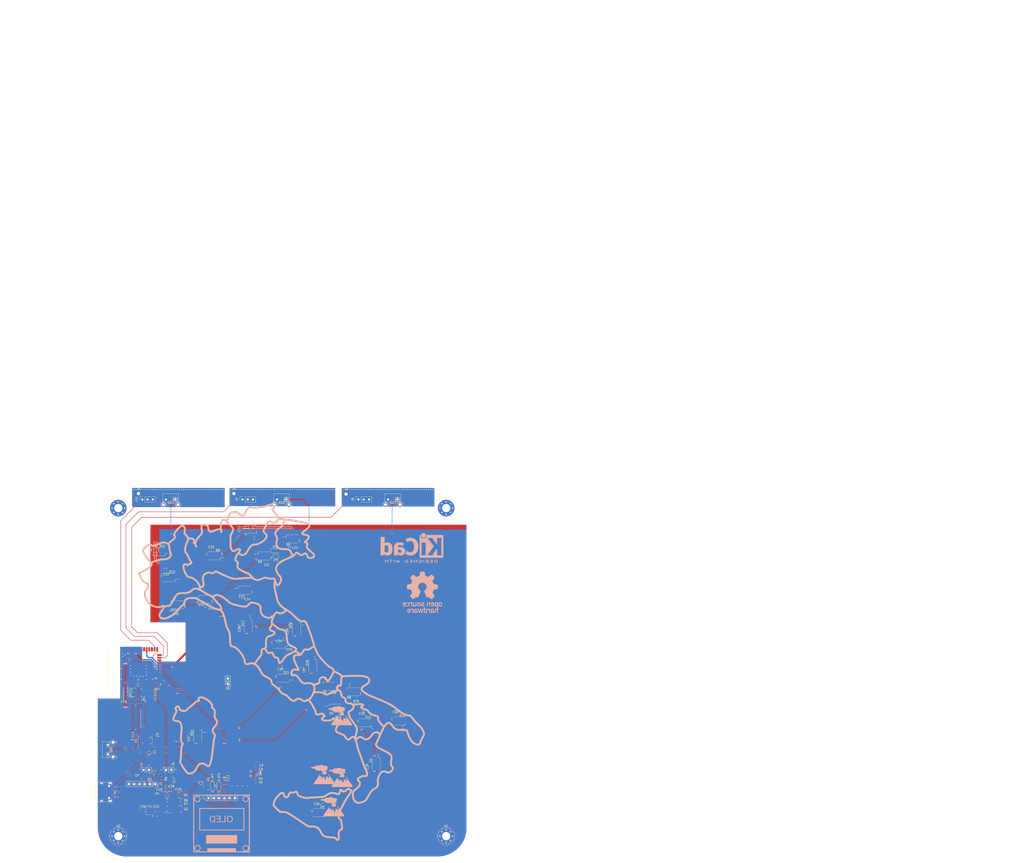
<source format=kicad_pcb>
(kicad_pcb (version 20171130) (host pcbnew "(5.1.9)-1")
  (layers (0 F.Cu signal) (31 B.Cu signal) (34 B.Paste user hide) (35 F.Paste user hide) (36 B.SilkS user) (37 F.SilkS user) (38 B.Mask user hide) (39 F.Mask user) (44 Edge.Cuts user))
  (net 0 "")
  (net 1 GND)
  (net 2 +5V)
  (net 3 +3V3)
  (net 4 EN)
  (net 5 "Net-(C15-Pad2)")
  (net 6 "Net-(C16-Pad2)")
  (net 7 BOOT0)
  (net 8 "Net-(D23-Pad1)")
  (net 9 "Net-(D3-Pad2)")
  (net 10 LED_CHAIN)
  (net 11 "Net-(D4-Pad2)")
  (net 12 "Net-(D22-Pad2)")
  (net 13 "Net-(D5-Pad2)")
  (net 14 "Net-(D6-Pad2)")
  (net 15 "Net-(D7-Pad2)")
  (net 16 "Net-(D10-Pad4)")
  (net 17 "Net-(D11-Pad4)")
  (net 18 "Net-(D10-Pad2)")
  (net 19 "Net-(D11-Pad2)")
  (net 20 "Net-(D13-Pad2)")
  (net 21 "Net-(D14-Pad2)")
  (net 22 "Net-(D15-Pad2)")
  (net 23 "Net-(D16-Pad2)")
  (net 24 "Net-(D17-Pad2)")
  (net 25 "Net-(D18-Pad2)")
  (net 26 "Net-(D19-Pad2)")
  (net 27 "Net-(D20-Pad2)")
  (net 28 "Net-(D21-Pad2)")
  (net 29 TX)
  (net 30 RX)
  (net 31 TOUCH_+)
  (net 32 TOUCH_0)
  (net 33 TOUCH_-)
  (net 34 SDA)
  (net 35 SCL)
  (net 36 "Net-(J7-Pad2)")
  (net 37 "Net-(J7-Pad1)")
  (net 38 D-)
  (net 39 D+)
  (net 40 "Net-(Q1-Pad2)")
  (net 41 "Net-(Q1-Pad1)")
  (net 42 "Net-(Q2-Pad2)")
  (net 43 "Net-(Q2-Pad1)")
  (net 44 LDR)
  (net 45 WIFI_RESET)
  (net 46 "Net-(D1-Pad2)")
  (net 47 "Net-(D1-Pad4)")
  (net 48 "Net-(C42-Pad2)")
  (net 49 "Net-(H1-Pad1)")
  (net 50 "Net-(H3-Pad1)")
  (module Package_LGA:Bosch_LGA-8_2.5x2.5mm_P0.65mm_ClockwisePinNumbering (layer B.Cu) (at 186.5 187.99 90)
    (fp_text reference U2 (at 0.015 2.465 270) (layer B.SilkS) (effects (justify mirror)))
    (fp_text value BME280)
    (pad 5 smd rect (at 0.975 -1.025) (size 0.5 0.35) (layers B.Cu B.Paste B.Mask) (net 3 +3V3))
    (pad 6 smd rect (at 0.325 -1.025) (size 0.5 0.35) (layers B.Cu B.Paste B.Mask) (net 3 +3V3))
    (pad 7 smd rect (at -0.325 -1.025) (size 0.5 0.35) (layers B.Cu B.Paste B.Mask) (net 1 GND))
    (pad 8 smd rect (at -0.975 -1.025) (size 0.5 0.35) (layers B.Cu B.Paste B.Mask) (net 3 +3V3))
    (pad 1 smd rect (at -0.975 1.025) (size 0.5 0.35) (layers B.Cu B.Paste B.Mask) (net 1 GND))
    (pad 2 smd rect (at -0.325 1.025) (size 0.5 0.35) (layers B.Cu B.Paste B.Mask) (net 3 +3V3))
    (pad 3 smd rect (at 0.325 1.025) (size 0.5 0.35) (layers B.Cu B.Paste B.Mask) (net 34 SDA))
    (pad 4 smd rect (at 0.975 1.025) (size 0.5 0.35) (layers B.Cu B.Paste B.Mask) (net 35 SCL))
  )
  (module map_edges_keepout:vulcano (layer B.Cu) (at 219.15 188.32 180)
    (fp_text reference G*** hide)
    (fp_text value LOGO hide)
  )
  (module map_edges_keepout:vulcano (layer B.Cu) (at 227.7 189.73 180)
    (fp_text reference G*** hide)
    (fp_text value LOGO hide)
  )
  (module map_edges_keepout:vulcano (layer B.Cu) (at 223.68 203.86 180)
    (fp_text reference G*** hide)
    (fp_text value LOGO hide)
  )
  (module map_edges_keepout:vulcano (layer B.Cu) (at 227.48 159.99 180)
    (fp_text reference G*** hide)
    (fp_text value LOGO hide)
  )
  (module map_edges_keepout:just_italy_flip (layer B.Cu) (at 199.15 139.03 180)
    (fp_text reference G*** hide)
    (fp_text value LOGO hide)
  )
  (module map_edges_keepout:oled_display (layer B.Cu) (at 170.26 211.97 180)
    (fp_text reference G*** hide)
    (fp_text value LOGO hide)
  )
  (module Symbol:KiCad-Logo2_12mm_SilkScreen (layer B.Cu) (at 261.92 77.96 180)
    (fp_text reference REF** hide)
    (fp_text value KiCad-Logo2_12mm_SilkScreen hide)
  )
  (module Symbol:OSHW-Logo_19x20mm_SilkScreen (layer B.Cu) (at 267.06 100.55 180)
    (fp_text reference REF** hide)
    (fp_text value OSHW-Logo_19x20mm_SilkScreen hide)
  )
  (module map_edges_keepout:just_italy (layer F.Cu) (at 199.17 139)
    (fp_text reference G*** hide)
    (fp_text value LOGO hide)
  )
  (module Connector_PinSocket_2.54mm:PinSocket_1x03_P2.54mm_Vertical (layer F.Cu) (at 132.08 55.88 90)
    (fp_text reference J10 (at 0 -2.77 90) (layer F.SilkS))
    (fp_text value Conn_01x03_Female)
    (pad 3 thru_hole oval (at 0 5.08 90) (size 1.7 1.7) (drill 1) (layers *.Cu *.Mask) (net 33 TOUCH_-))
    (pad 2 thru_hole oval (at 0 2.54 90) (size 1.7 1.7) (drill 1) (layers *.Cu *.Mask) (net 33 TOUCH_-))
    (pad 1 thru_hole rect (at 0 0 90) (size 1.7 1.7) (drill 1) (layers *.Cu *.Mask) (net 33 TOUCH_-))
  )
  (module Connector_PinSocket_2.54mm:PinSocket_1x03_P2.54mm_Vertical (layer F.Cu) (at 180.34 55.88 90)
    (fp_text reference J9 (at 0 -2.77 90) (layer F.SilkS))
    (fp_text value Conn_01x03_Female)
    (pad 3 thru_hole oval (at 0 5.08 90) (size 1.7 1.7) (drill 1) (layers *.Cu *.Mask) (net 32 TOUCH_0))
    (pad 2 thru_hole oval (at 0 2.54 90) (size 1.7 1.7) (drill 1) (layers *.Cu *.Mask) (net 32 TOUCH_0))
    (pad 1 thru_hole rect (at 0 0 90) (size 1.7 1.7) (drill 1) (layers *.Cu *.Mask) (net 32 TOUCH_0))
  )
  (module Connector_PinSocket_2.54mm:PinSocket_1x03_P2.54mm_Vertical (layer F.Cu) (at 236.22 55.88 90)
    (fp_text reference J8 (at 0 -2.77 90) (layer F.SilkS))
    (fp_text value Conn_01x03_Female)
    (pad 1 thru_hole rect (at 0 0 90) (size 1.7 1.7) (drill 1) (layers *.Cu *.Mask) (net 31 TOUCH_+))
    (pad 2 thru_hole oval (at 0 2.54 90) (size 1.7 1.7) (drill 1) (layers *.Cu *.Mask) (net 31 TOUCH_+))
    (pad 3 thru_hole oval (at 0 5.08 90) (size 1.7 1.7) (drill 1) (layers *.Cu *.Mask) (net 31 TOUCH_+))
  )
  (module Capacitor_SMD:C_0603_1608Metric (layer F.Cu) (at 136.76 151.14 270)
    (fp_text reference C43 (at 0.08 -1.61 90) (layer F.SilkS))
    (fp_text value 10u)
    (pad 2 smd roundrect (at 0.775 0 270) (size 0.9 0.95) (layers F.Cu F.Paste F.Mask) (net 1 GND))
    (pad 1 smd roundrect (at -0.775 0 270) (size 0.9 0.95) (layers F.Cu F.Paste F.Mask) (net 48 "Net-(C42-Pad2)"))
  )
  (module Capacitor_SMD:C_0603_1608Metric (layer F.Cu) (at 136.76 148.04 270)
    (fp_text reference C42 (at 0.07 -1.65 90) (layer F.SilkS))
    (fp_text value 10u)
    (pad 2 smd roundrect (at 0.775 0 270) (size 0.9 0.95) (layers F.Cu F.Paste F.Mask) (net 48 "Net-(C42-Pad2)"))
    (pad 1 smd roundrect (at -0.775 0 270) (size 0.9 0.95) (layers F.Cu F.Paste F.Mask) (net 44 LDR))
  )
  (module MountingHole:MountingHole_4mm_Pad_Via (layer F.Cu) (at 278.5 218.07)
    (fp_text reference H4 (at 0 -5) (layer F.SilkS))
    (fp_text value MountingHole_Pad)
    (pad 1 thru_hole circle (at 2.12132 -2.12132) (size 0.9 0.9) (drill 0.6) (layers *.Cu *.Mask) (net 1 GND))
    (pad 1 thru_hole circle (at 0 -3) (size 0.9 0.9) (drill 0.6) (layers *.Cu *.Mask) (net 1 GND))
    (pad 1 thru_hole circle (at -2.12132 -2.12132) (size 0.9 0.9) (drill 0.6) (layers *.Cu *.Mask) (net 1 GND))
    (pad 1 thru_hole circle (at -3 0) (size 0.9 0.9) (drill 0.6) (layers *.Cu *.Mask) (net 1 GND))
    (pad 1 thru_hole circle (at -2.12132 2.12132) (size 0.9 0.9) (drill 0.6) (layers *.Cu *.Mask) (net 1 GND))
    (pad 1 thru_hole circle (at 0 3) (size 0.9 0.9) (drill 0.6) (layers *.Cu *.Mask) (net 1 GND))
    (pad 1 thru_hole circle (at 2.12132 2.12132) (size 0.9 0.9) (drill 0.6) (layers *.Cu *.Mask) (net 1 GND))
    (pad 1 thru_hole circle (at 3 0) (size 0.9 0.9) (drill 0.6) (layers *.Cu *.Mask) (net 1 GND))
    (pad 1 thru_hole circle (at 0 0) (size 8 8) (drill 4) (layers *.Cu *.Mask) (net 1 GND))
  )
  (module MountingHole:MountingHole_4mm_Pad_Via (layer F.Cu) (at 278.5 60)
    (fp_text reference H3 (at 0 -5) (layer F.SilkS))
    (fp_text value MountingHole_Pad)
    (pad 1 thru_hole circle (at 2.12132 -2.12132) (size 0.9 0.9) (drill 0.6) (layers *.Cu *.Mask) (net 50 "Net-(H3-Pad1)"))
    (pad 1 thru_hole circle (at 0 -3) (size 0.9 0.9) (drill 0.6) (layers *.Cu *.Mask) (net 50 "Net-(H3-Pad1)"))
    (pad 1 thru_hole circle (at -2.12132 -2.12132) (size 0.9 0.9) (drill 0.6) (layers *.Cu *.Mask) (net 50 "Net-(H3-Pad1)"))
    (pad 1 thru_hole circle (at -3 0) (size 0.9 0.9) (drill 0.6) (layers *.Cu *.Mask) (net 50 "Net-(H3-Pad1)"))
    (pad 1 thru_hole circle (at -2.12132 2.12132) (size 0.9 0.9) (drill 0.6) (layers *.Cu *.Mask) (net 50 "Net-(H3-Pad1)"))
    (pad 1 thru_hole circle (at 0 3) (size 0.9 0.9) (drill 0.6) (layers *.Cu *.Mask) (net 50 "Net-(H3-Pad1)"))
    (pad 1 thru_hole circle (at 2.12132 2.12132) (size 0.9 0.9) (drill 0.6) (layers *.Cu *.Mask) (net 50 "Net-(H3-Pad1)"))
    (pad 1 thru_hole circle (at 3 0) (size 0.9 0.9) (drill 0.6) (layers *.Cu *.Mask) (net 50 "Net-(H3-Pad1)"))
    (pad 1 thru_hole circle (at 0 0) (size 8 8) (drill 4) (layers *.Cu *.Mask) (net 50 "Net-(H3-Pad1)"))
  )
  (module MountingHole:MountingHole_4mm_Pad_Via (layer F.Cu) (at 120.52 218.07)
    (fp_text reference H2 (at 0 -5) (layer F.SilkS))
    (fp_text value MountingHole_Pad)
    (pad 1 thru_hole circle (at 2.12132 -2.12132) (size 0.9 0.9) (drill 0.6) (layers *.Cu *.Mask) (net 1 GND))
    (pad 1 thru_hole circle (at 0 -3) (size 0.9 0.9) (drill 0.6) (layers *.Cu *.Mask) (net 1 GND))
    (pad 1 thru_hole circle (at -2.12132 -2.12132) (size 0.9 0.9) (drill 0.6) (layers *.Cu *.Mask) (net 1 GND))
    (pad 1 thru_hole circle (at -3 0) (size 0.9 0.9) (drill 0.6) (layers *.Cu *.Mask) (net 1 GND))
    (pad 1 thru_hole circle (at -2.12132 2.12132) (size 0.9 0.9) (drill 0.6) (layers *.Cu *.Mask) (net 1 GND))
    (pad 1 thru_hole circle (at 0 3) (size 0.9 0.9) (drill 0.6) (layers *.Cu *.Mask) (net 1 GND))
    (pad 1 thru_hole circle (at 2.12132 2.12132) (size 0.9 0.9) (drill 0.6) (layers *.Cu *.Mask) (net 1 GND))
    (pad 1 thru_hole circle (at 3 0) (size 0.9 0.9) (drill 0.6) (layers *.Cu *.Mask) (net 1 GND))
    (pad 1 thru_hole circle (at 0 0) (size 8 8) (drill 4) (layers *.Cu *.Mask) (net 1 GND))
  )
  (module MountingHole:MountingHole_4mm_Pad_Via (layer F.Cu) (at 120.52 60)
    (fp_text reference H1 (at 0 -5) (layer F.SilkS))
    (fp_text value MountingHole_Pad)
    (pad 1 thru_hole circle (at 2.12132 -2.12132) (size 0.9 0.9) (drill 0.6) (layers *.Cu *.Mask) (net 49 "Net-(H1-Pad1)"))
    (pad 1 thru_hole circle (at 0 -3) (size 0.9 0.9) (drill 0.6) (layers *.Cu *.Mask) (net 49 "Net-(H1-Pad1)"))
    (pad 1 thru_hole circle (at -2.12132 -2.12132) (size 0.9 0.9) (drill 0.6) (layers *.Cu *.Mask) (net 49 "Net-(H1-Pad1)"))
    (pad 1 thru_hole circle (at -3 0) (size 0.9 0.9) (drill 0.6) (layers *.Cu *.Mask) (net 49 "Net-(H1-Pad1)"))
    (pad 1 thru_hole circle (at -2.12132 2.12132) (size 0.9 0.9) (drill 0.6) (layers *.Cu *.Mask) (net 49 "Net-(H1-Pad1)"))
    (pad 1 thru_hole circle (at 0 3) (size 0.9 0.9) (drill 0.6) (layers *.Cu *.Mask) (net 49 "Net-(H1-Pad1)"))
    (pad 1 thru_hole circle (at 2.12132 2.12132) (size 0.9 0.9) (drill 0.6) (layers *.Cu *.Mask) (net 49 "Net-(H1-Pad1)"))
    (pad 1 thru_hole circle (at 3 0) (size 0.9 0.9) (drill 0.6) (layers *.Cu *.Mask) (net 49 "Net-(H1-Pad1)"))
    (pad 1 thru_hole circle (at 0 0) (size 8 8) (drill 4) (layers *.Cu *.Mask) (net 49 "Net-(H1-Pad1)"))
  )
  (module Connector_PinHeader_2.54mm:PinHeader_1x06_P2.54mm_Vertical (layer F.Cu) (at 164 199.75 90)
    (fp_text reference J7 (at 0 -2.33 90) (layer F.SilkS))
    (fp_text value Conn_01x06_Female)
    (pad 6 thru_hole oval (at 0 12.7 90) (size 1.7 1.7) (drill 1) (layers *.Cu *.Mask) (net 37 "Net-(J7-Pad1)"))
    (pad 5 thru_hole oval (at 0 10.16 90) (size 1.7 1.7) (drill 1) (layers *.Cu *.Mask) (net 36 "Net-(J7-Pad2)"))
    (pad 4 thru_hole oval (at 0 7.62 90) (size 1.7 1.7) (drill 1) (layers *.Cu *.Mask) (net 34 SDA))
    (pad 3 thru_hole oval (at 0 5.08 90) (size 1.7 1.7) (drill 1) (layers *.Cu *.Mask) (net 35 SCL))
    (pad 2 thru_hole oval (at 0 2.54 90) (size 1.7 1.7) (drill 1) (layers *.Cu *.Mask) (net 36 "Net-(J7-Pad2)"))
    (pad 1 thru_hole rect (at 0 0 90) (size 1.7 1.7) (drill 1) (layers *.Cu *.Mask) (net 37 "Net-(J7-Pad1)"))
  )
  (module Capacitor_SMD:C_0603_1608Metric (layer F.Cu) (at 138.735 78.125)
    (fp_text reference C41 (at 0 -1.43) (layer F.SilkS))
    (fp_text value 100n)
    (pad 2 smd roundrect (at 0.775 0) (size 0.9 0.95) (layers F.Cu F.Paste F.Mask) (net 1 GND))
    (pad 1 smd roundrect (at -0.775 0) (size 0.9 0.95) (layers F.Cu F.Paste F.Mask) (net 2 +5V))
  )
  (module LED_SMD:LED_SK6812MINI_PLCC4_3.5x3.5mm_P1.75mm (layer F.Cu) (at 217.4 206.81)
    (fp_text reference D2 (at 1.48 -2.8) (layer F.SilkS))
    (fp_text value WS2812B)
    (fp_text user 1 (at -3.5 -0.875) (layer F.SilkS))
    (pad 1 smd rect (at -1.75 -0.875) (size 1.6 0.85) (layers F.Cu F.Paste F.Mask) (net 2 +5V))
    (pad 2 smd rect (at -1.75 0.875) (size 1.6 0.85) (layers F.Cu F.Paste F.Mask))
    (pad 4 smd rect (at 1.75 -0.875) (size 1.6 0.85) (layers F.Cu F.Paste F.Mask) (net 46 "Net-(D1-Pad2)"))
    (pad 3 smd rect (at 1.75 0.875) (size 1.6 0.85) (layers F.Cu F.Paste F.Mask) (net 1 GND))
  )
  (module LED_SMD:LED_SK6812MINI_PLCC4_3.5x3.5mm_P1.75mm (layer F.Cu) (at 244.84 183.28 90)
    (fp_text reference D1 (at 1.7 -2.7 90) (layer F.SilkS))
    (fp_text value WS2812B)
    (fp_text user 1 (at -3.5 -0.875 90) (layer F.SilkS))
    (pad 1 smd rect (at -1.75 -0.875 90) (size 1.6 0.85) (layers F.Cu F.Paste F.Mask) (net 2 +5V))
    (pad 2 smd rect (at -1.75 0.875 90) (size 1.6 0.85) (layers F.Cu F.Paste F.Mask) (net 46 "Net-(D1-Pad2)"))
    (pad 4 smd rect (at 1.75 -0.875 90) (size 1.6 0.85) (layers F.Cu F.Paste F.Mask) (net 47 "Net-(D1-Pad4)"))
    (pad 3 smd rect (at 1.75 0.875 90) (size 1.6 0.85) (layers F.Cu F.Paste F.Mask) (net 1 GND))
  )
  (module Crystal:Crystal_SMD_3225-4Pin_3.2x2.5mm (layer F.Cu) (at 135.89 206.15)
    (fp_text reference Y1 (at -0.03 -2.34) (layer F.SilkS))
    (fp_text value 12MHz)
    (pad 4 smd rect (at -1.1 -0.85) (size 1.4 1.2) (layers F.Cu F.Paste F.Mask) (net 1 GND))
    (pad 3 smd rect (at 1.1 -0.85) (size 1.4 1.2) (layers F.Cu F.Paste F.Mask) (net 5 "Net-(C15-Pad2)"))
    (pad 2 smd rect (at 1.1 0.85) (size 1.4 1.2) (layers F.Cu F.Paste F.Mask) (net 1 GND))
    (pad 1 smd rect (at -1.1 0.85) (size 1.4 1.2) (layers F.Cu F.Paste F.Mask) (net 6 "Net-(C16-Pad2)"))
  )
  (module Package_SO:SOIC-16_3.9x9.9mm_P1.27mm (layer F.Cu) (at 144.075 201.65)
    (fp_text reference U5 (at -4.93 -4.15) (layer F.SilkS))
    (fp_text value CH340G)
    (pad 16 smd roundrect (at 2.475 -4.445) (size 1.95 0.6) (layers F.Cu F.Paste F.Mask) (net 3 +3V3))
    (pad 15 smd roundrect (at 2.475 -3.175) (size 1.95 0.6) (layers F.Cu F.Paste F.Mask))
    (pad 14 smd roundrect (at 2.475 -1.905) (size 1.95 0.6) (layers F.Cu F.Paste F.Mask) (net 40 "Net-(Q1-Pad2)"))
    (pad 13 smd roundrect (at 2.475 -0.635) (size 1.95 0.6) (layers F.Cu F.Paste F.Mask) (net 42 "Net-(Q2-Pad2)"))
    (pad 12 smd roundrect (at 2.475 0.635) (size 1.95 0.6) (layers F.Cu F.Paste F.Mask))
    (pad 11 smd roundrect (at 2.475 1.905) (size 1.95 0.6) (layers F.Cu F.Paste F.Mask))
    (pad 10 smd roundrect (at 2.475 3.175) (size 1.95 0.6) (layers F.Cu F.Paste F.Mask))
    (pad 9 smd roundrect (at 2.475 4.445) (size 1.95 0.6) (layers F.Cu F.Paste F.Mask))
    (pad 8 smd roundrect (at -2.475 4.445) (size 1.95 0.6) (layers F.Cu F.Paste F.Mask) (net 6 "Net-(C16-Pad2)"))
    (pad 7 smd roundrect (at -2.475 3.175) (size 1.95 0.6) (layers F.Cu F.Paste F.Mask) (net 5 "Net-(C15-Pad2)"))
    (pad 6 smd roundrect (at -2.475 1.905) (size 1.95 0.6) (layers F.Cu F.Paste F.Mask) (net 38 D-))
    (pad 5 smd roundrect (at -2.475 0.635) (size 1.95 0.6) (layers F.Cu F.Paste F.Mask) (net 39 D+))
    (pad 4 smd roundrect (at -2.475 -0.635) (size 1.95 0.6) (layers F.Cu F.Paste F.Mask) (net 3 +3V3))
    (pad 3 smd roundrect (at -2.475 -1.905) (size 1.95 0.6) (layers F.Cu F.Paste F.Mask) (net 29 TX))
    (pad 2 smd roundrect (at -2.475 -3.175) (size 1.95 0.6) (layers F.Cu F.Paste F.Mask) (net 30 RX))
    (pad 1 smd roundrect (at -2.475 -4.445) (size 1.95 0.6) (layers F.Cu F.Paste F.Mask) (net 1 GND))
  )
  (module RF_Module:ESP32-WROOM-32 (layer F.Cu) (at 131.03 136.525 90)
    (fp_text reference U4 (at -10.61 8.43) (layer F.SilkS))
    (fp_text value ESP32-WROOM-32)
    (pad 38 smd rect (at 8.5 -8.255 90) (size 2 0.9) (layers F.Cu F.Paste F.Mask) (net 1 GND))
    (pad 37 smd rect (at 8.5 -6.985 90) (size 2 0.9) (layers F.Cu F.Paste F.Mask))
    (pad 36 smd rect (at 8.5 -5.715 90) (size 2 0.9) (layers F.Cu F.Paste F.Mask) (net 35 SCL))
    (pad 35 smd rect (at 8.5 -4.445 90) (size 2 0.9) (layers F.Cu F.Paste F.Mask) (net 29 TX))
    (pad 34 smd rect (at 8.5 -3.175 90) (size 2 0.9) (layers F.Cu F.Paste F.Mask) (net 30 RX))
    (pad 33 smd rect (at 8.5 -1.905 90) (size 2 0.9) (layers F.Cu F.Paste F.Mask) (net 34 SDA))
    (pad 32 smd rect (at 8.5 -0.635 90) (size 2 0.9) (layers F.Cu F.Paste F.Mask))
    (pad 31 smd rect (at 8.5 0.635 90) (size 2 0.9) (layers F.Cu F.Paste F.Mask))
    (pad 30 smd rect (at 8.5 1.905 90) (size 2 0.9) (layers F.Cu F.Paste F.Mask))
    (pad 29 smd rect (at 8.5 3.175 90) (size 2 0.9) (layers F.Cu F.Paste F.Mask) (net 10 LED_CHAIN))
    (pad 28 smd rect (at 8.5 4.445 90) (size 2 0.9) (layers F.Cu F.Paste F.Mask))
    (pad 27 smd rect (at 8.5 5.715 90) (size 2 0.9) (layers F.Cu F.Paste F.Mask))
    (pad 26 smd rect (at 8.5 6.985 90) (size 2 0.9) (layers F.Cu F.Paste F.Mask) (net 33 TOUCH_-))
    (pad 25 smd rect (at 8.5 8.255 90) (size 2 0.9) (layers F.Cu F.Paste F.Mask) (net 7 BOOT0))
    (pad 24 smd rect (at 5.715 9.255 180) (size 2 0.9) (layers F.Cu F.Paste F.Mask) (net 32 TOUCH_0))
    (pad 23 smd rect (at 4.445 9.255 180) (size 2 0.9) (layers F.Cu F.Paste F.Mask) (net 31 TOUCH_+))
    (pad 22 smd rect (at 3.175 9.255 180) (size 2 0.9) (layers F.Cu F.Paste F.Mask))
    (pad 21 smd rect (at 1.905 9.255 180) (size 2 0.9) (layers F.Cu F.Paste F.Mask))
    (pad 20 smd rect (at 0.635 9.255 180) (size 2 0.9) (layers F.Cu F.Paste F.Mask))
    (pad 19 smd rect (at -0.635 9.255 180) (size 2 0.9) (layers F.Cu F.Paste F.Mask))
    (pad 18 smd rect (at -1.905 9.255 180) (size 2 0.9) (layers F.Cu F.Paste F.Mask))
    (pad 17 smd rect (at -3.175 9.255 180) (size 2 0.9) (layers F.Cu F.Paste F.Mask))
    (pad 16 smd rect (at -4.445 9.255 180) (size 2 0.9) (layers F.Cu F.Paste F.Mask))
    (pad 15 smd rect (at -5.715 9.255 180) (size 2 0.9) (layers F.Cu F.Paste F.Mask) (net 1 GND))
    (pad 14 smd rect (at -8.5 8.255 90) (size 2 0.9) (layers F.Cu F.Paste F.Mask))
    (pad 13 smd rect (at -8.5 6.985 90) (size 2 0.9) (layers F.Cu F.Paste F.Mask))
    (pad 12 smd rect (at -8.5 5.715 90) (size 2 0.9) (layers F.Cu F.Paste F.Mask))
    (pad 11 smd rect (at -8.5 4.445 90) (size 2 0.9) (layers F.Cu F.Paste F.Mask))
    (pad 10 smd rect (at -8.5 3.175 90) (size 2 0.9) (layers F.Cu F.Paste F.Mask))
    (pad 9 smd rect (at -8.5 1.905 90) (size 2 0.9) (layers F.Cu F.Paste F.Mask) (net 44 LDR))
    (pad 8 smd rect (at -8.5 0.635 90) (size 2 0.9) (layers F.Cu F.Paste F.Mask) (net 45 WIFI_RESET))
    (pad 7 smd rect (at -8.5 -0.635 90) (size 2 0.9) (layers F.Cu F.Paste F.Mask))
    (pad 6 smd rect (at -8.5 -1.905 90) (size 2 0.9) (layers F.Cu F.Paste F.Mask))
    (pad 5 smd rect (at -8.5 -3.175 90) (size 2 0.9) (layers F.Cu F.Paste F.Mask))
    (pad 4 smd rect (at -8.5 -4.445 90) (size 2 0.9) (layers F.Cu F.Paste F.Mask))
    (pad 3 smd rect (at -8.5 -5.715 90) (size 2 0.9) (layers F.Cu F.Paste F.Mask) (net 4 EN))
    (pad 2 smd rect (at -8.5 -6.985 90) (size 2 0.9) (layers F.Cu F.Paste F.Mask) (net 3 +3V3))
    (pad 1 smd rect (at -8.5 -8.255 90) (size 2 0.9) (layers F.Cu F.Paste F.Mask) (net 1 GND))
    (pad 39 smd rect (at -1 -0.755 90) (size 5 5) (layers F.Cu F.Paste F.Mask) (net 1 GND))
  )
  (module Package_TO_SOT_SMD:SOT-223-3_TabPin2 (layer F.Cu) (at 133.465 172.11 90)
    (fp_text reference U1 (at 0 -4.5 90) (layer F.SilkS))
    (fp_text value AZ1117-3.3)
    (pad 1 smd rect (at -3.15 -2.3 90) (size 2 1.5) (layers F.Cu F.Paste F.Mask) (net 1 GND))
    (pad 3 smd rect (at -3.15 2.3 90) (size 2 1.5) (layers F.Cu F.Paste F.Mask) (net 2 +5V))
    (pad 2 smd rect (at -3.15 0 90) (size 2 1.5) (layers F.Cu F.Paste F.Mask) (net 3 +3V3))
    (pad 2 smd rect (at 3.15 0 90) (size 2 3.8) (layers F.Cu F.Paste F.Mask) (net 3 +3V3))
  )
  (module Button_Switch_THT:SW_Tactile_SPST_Angled_PTS645Vx58-2LFS (layer F.Cu) (at 143.5 55.85)
    (fp_text reference SW4 (at 2.25 1.68) (layer F.SilkS))
    (fp_text value SW_-_Fb)
    (pad "" thru_hole circle (at -1.25 2.49) (size 2.1 2.1) (drill 1.3) (layers *.Cu *.Mask))
    (pad 1 thru_hole circle (at 0 0) (size 1.75 1.75) (drill 0.99) (layers *.Cu *.Mask) (net 33 TOUCH_-))
    (pad 2 thru_hole circle (at 4.5 0) (size 1.75 1.75) (drill 0.99) (layers *.Cu *.Mask) (net 1 GND))
    (pad "" thru_hole circle (at 5.76 2.49) (size 2.1 2.1) (drill 1.3) (layers *.Cu *.Mask))
  )
  (module Button_Switch_THT:SW_Tactile_SPST_Angled_PTS645Vx58-2LFS (layer F.Cu) (at 197 55.85)
    (fp_text reference SW3 (at 2.25 1.68) (layer F.SilkS))
    (fp_text value SW_0_Fb)
    (pad "" thru_hole circle (at -1.25 2.49) (size 2.1 2.1) (drill 1.3) (layers *.Cu *.Mask))
    (pad 1 thru_hole circle (at 0 0) (size 1.75 1.75) (drill 0.99) (layers *.Cu *.Mask) (net 32 TOUCH_0))
    (pad 2 thru_hole circle (at 4.5 0) (size 1.75 1.75) (drill 0.99) (layers *.Cu *.Mask) (net 1 GND))
    (pad "" thru_hole circle (at 5.76 2.49) (size 2.1 2.1) (drill 1.3) (layers *.Cu *.Mask))
  )
  (module Button_Switch_THT:SW_Tactile_SPST_Angled_PTS645Vx58-2LFS (layer F.Cu) (at 250.5 55.85)
    (fp_text reference SW2 (at 2.25 1.68) (layer F.SilkS))
    (fp_text value SW_+_Fb)
    (pad "" thru_hole circle (at -1.25 2.49) (size 2.1 2.1) (drill 1.3) (layers *.Cu *.Mask))
    (pad 1 thru_hole circle (at 0 0) (size 1.75 1.75) (drill 0.99) (layers *.Cu *.Mask) (net 31 TOUCH_+))
    (pad 2 thru_hole circle (at 4.5 0) (size 1.75 1.75) (drill 0.99) (layers *.Cu *.Mask) (net 1 GND))
    (pad "" thru_hole circle (at 5.76 2.49) (size 2.1 2.1) (drill 1.3) (layers *.Cu *.Mask))
  )
  (module Button_Switch_THT:SW_Tactile_SPST_Angled_PTS645Vx58-2LFS (layer F.Cu) (at 115.5 178.6 90)
    (fp_text reference SW1 (at 2.25 1.68 90) (layer F.SilkS))
    (fp_text value SW_Push)
    (pad "" thru_hole circle (at -1.25 2.49 90) (size 2.1 2.1) (drill 1.3) (layers *.Cu *.Mask))
    (pad 1 thru_hole circle (at 0 0 90) (size 1.75 1.75) (drill 0.99) (layers *.Cu *.Mask) (net 45 WIFI_RESET))
    (pad 2 thru_hole circle (at 4.5 0 90) (size 1.75 1.75) (drill 0.99) (layers *.Cu *.Mask) (net 1 GND))
    (pad "" thru_hole circle (at 5.76 2.49 90) (size 2.1 2.1) (drill 1.3) (layers *.Cu *.Mask))
  )
  (module Resistor_SMD:R_0603_1608Metric (layer F.Cu) (at 150.545 200.8)
    (fp_text reference R8 (at 2.5 0.1) (layer F.SilkS))
    (fp_text value 10k)
    (pad 2 smd roundrect (at 0.825 0) (size 0.8 0.95) (layers F.Cu F.Paste F.Mask) (net 43 "Net-(Q2-Pad1)"))
    (pad 1 smd roundrect (at -0.825 0) (size 0.8 0.95) (layers F.Cu F.Paste F.Mask) (net 40 "Net-(Q1-Pad2)"))
  )
  (module Resistor_SMD:R_0603_1608Metric (layer F.Cu) (at 150.545 202.4)
    (fp_text reference R7 (at 2.6 0.1) (layer F.SilkS))
    (fp_text value 10k)
    (pad 2 smd roundrect (at 0.825 0) (size 0.8 0.95) (layers F.Cu F.Paste F.Mask) (net 41 "Net-(Q1-Pad1)"))
    (pad 1 smd roundrect (at -0.825 0) (size 0.8 0.95) (layers F.Cu F.Paste F.Mask) (net 42 "Net-(Q2-Pad2)"))
  )
  (module Resistor_SMD:R_0603_1608Metric (layer F.Cu) (at 143.22 188.795)
    (fp_text reference R6 (at 0.3 1.7 270) (layer F.SilkS))
    (fp_text value 10k)
    (pad 2 smd roundrect (at 0.825 0) (size 0.8 0.95) (layers F.Cu F.Paste F.Mask) (net 7 BOOT0))
    (pad 1 smd roundrect (at -0.825 0) (size 0.8 0.95) (layers F.Cu F.Paste F.Mask) (net 3 +3V3))
  )
  (module Connector_PinHeader_2.54mm:PinHeader_1x02_P2.54mm_Vertical (layer F.Cu) (at 173.26 144.67 180)
    (fp_text reference R5 (at 0 -2.33) (layer F.SilkS))
    (fp_text value LDR)
    (pad 2 thru_hole oval (at 0 2.54 180) (size 1.7 1.7) (drill 1) (layers *.Cu *.Mask) (net 1 GND))
    (pad 1 thru_hole rect (at 0 0 180) (size 1.7 1.7) (drill 1) (layers *.Cu *.Mask) (net 44 LDR))
  )
  (module Resistor_SMD:R_0603_1608Metric (layer F.Cu) (at 132.91 148.13 90)
    (fp_text reference R4 (at -3.48 0.02 90) (layer F.SilkS))
    (fp_text value 10k)
    (pad 2 smd roundrect (at 0.825 0 90) (size 0.8 0.95) (layers F.Cu F.Paste F.Mask) (net 44 LDR))
    (pad 1 smd roundrect (at -0.825 0 90) (size 0.8 0.95) (layers F.Cu F.Paste F.Mask) (net 3 +3V3))
  )
  (module Resistor_SMD:R_0603_1608Metric (layer F.Cu) (at 135.51 188.82 180)
    (fp_text reference R3 (at -0.02 -1.81) (layer F.SilkS))
    (fp_text value 10k)
    (pad 2 smd roundrect (at 0.825 0 180) (size 0.8 0.95) (layers F.Cu F.Paste F.Mask) (net 4 EN))
    (pad 1 smd roundrect (at -0.825 0 180) (size 0.8 0.95) (layers F.Cu F.Paste F.Mask) (net 3 +3V3))
  )
  (module Resistor_SMD:R_0603_1608Metric (layer F.Cu) (at 186.75 190.41 180)
    (fp_text reference R2 (at -2.5 0) (layer F.SilkS))
    (fp_text value 10k)
    (pad 2 smd roundrect (at 0.825 0 180) (size 0.8 0.95) (layers F.Cu F.Paste F.Mask) (net 3 +3V3))
    (pad 1 smd roundrect (at -0.825 0 180) (size 0.8 0.95) (layers F.Cu F.Paste F.Mask) (net 34 SDA))
  )
  (module Resistor_SMD:R_0603_1608Metric (layer F.Cu) (at 186.75 192.16 180)
    (fp_text reference R1 (at -2.5 0) (layer F.SilkS))
    (fp_text value 10k)
    (pad 2 smd roundrect (at 0.825 0 180) (size 0.8 0.95) (layers F.Cu F.Paste F.Mask) (net 3 +3V3))
    (pad 1 smd roundrect (at -0.825 0 180) (size 0.8 0.95) (layers F.Cu F.Paste F.Mask) (net 35 SCL))
  )
  (module Package_TO_SOT_SMD:SOT-23 (layer F.Cu) (at 150.345 205)
    (fp_text reference Q2 (at 2.8 0) (layer F.SilkS))
    (fp_text value " 2N7002")
    (pad 3 smd rect (at 1 0) (size 0.9 0.8) (layers F.Cu F.Paste F.Mask) (net 7 BOOT0))
    (pad 2 smd rect (at -1 0.95) (size 0.9 0.8) (layers F.Cu F.Paste F.Mask) (net 42 "Net-(Q2-Pad2)"))
    (pad 1 smd rect (at -1 -0.95) (size 0.9 0.8) (layers F.Cu F.Paste F.Mask) (net 43 "Net-(Q2-Pad1)"))
  )
  (module Package_TO_SOT_SMD:SOT-23 (layer F.Cu) (at 150.345 198.2 180)
    (fp_text reference Q1 (at -2.8 0) (layer F.SilkS))
    (fp_text value " 2N7002")
    (pad 3 smd rect (at 1 0 180) (size 0.9 0.8) (layers F.Cu F.Paste F.Mask) (net 4 EN))
    (pad 2 smd rect (at -1 0.95 180) (size 0.9 0.8) (layers F.Cu F.Paste F.Mask) (net 40 "Net-(Q1-Pad2)"))
    (pad 1 smd rect (at -1 -0.95 180) (size 0.9 0.8) (layers F.Cu F.Paste F.Mask) (net 41 "Net-(Q1-Pad1)"))
  )
  (module Connector_USB:USB_C_Receptacle_HRO_TYPE-C-31-M-12 (layer F.Cu) (at 113.5 196.8 270)
    (fp_text reference P1 (at 0 -5.645 90) (layer F.SilkS))
    (fp_text value USB_C_Plug)
    (pad B1 smd rect (at 3.25 -4.045 270) (size 0.6 1.45) (layers F.Cu F.Paste F.Mask) (net 1 GND))
    (pad A9 smd rect (at 2.45 -4.045 270) (size 0.6 1.45) (layers F.Cu F.Paste F.Mask) (net 2 +5V))
    (pad B9 smd rect (at -2.45 -4.045 270) (size 0.6 1.45) (layers F.Cu F.Paste F.Mask) (net 2 +5V))
    (pad B12 smd rect (at -3.25 -4.045 270) (size 0.6 1.45) (layers F.Cu F.Paste F.Mask) (net 1 GND))
    (pad A1 smd rect (at -3.25 -4.045 270) (size 0.6 1.45) (layers F.Cu F.Paste F.Mask) (net 1 GND))
    (pad A4 smd rect (at -2.45 -4.045 270) (size 0.6 1.45) (layers F.Cu F.Paste F.Mask) (net 2 +5V))
    (pad B4 smd rect (at 2.45 -4.045 270) (size 0.6 1.45) (layers F.Cu F.Paste F.Mask) (net 2 +5V))
    (pad A12 smd rect (at 3.25 -4.045 270) (size 0.6 1.45) (layers F.Cu F.Paste F.Mask) (net 1 GND))
    (pad B8 smd rect (at -1.75 -4.045 270) (size 0.3 1.45) (layers F.Cu F.Paste F.Mask))
    (pad A5 smd rect (at -1.25 -4.045 270) (size 0.3 1.45) (layers F.Cu F.Paste F.Mask))
    (pad B7 smd rect (at -0.75 -4.045 270) (size 0.3 1.45) (layers F.Cu F.Paste F.Mask))
    (pad A7 smd rect (at 0.25 -4.045 270) (size 0.3 1.45) (layers F.Cu F.Paste F.Mask) (net 38 D-))
    (pad B6 smd rect (at 0.75 -4.045 270) (size 0.3 1.45) (layers F.Cu F.Paste F.Mask))
    (pad A8 smd rect (at 1.25 -4.045 270) (size 0.3 1.45) (layers F.Cu F.Paste F.Mask))
    (pad B5 smd rect (at 1.75 -4.045 270) (size 0.3 1.45) (layers F.Cu F.Paste F.Mask))
    (pad A6 smd rect (at -0.25 -4.045 270) (size 0.3 1.45) (layers F.Cu F.Paste F.Mask) (net 39 D+))
    (pad S1 thru_hole oval (at 4.32 -3.13 270) (size 1 2.1) (drill oval 0.6 1.7) (layers *.Cu *.Mask) (net 1 GND))
    (pad S1 thru_hole oval (at -4.32 -3.13 270) (size 1 2.1) (drill oval 0.6 1.7) (layers *.Cu *.Mask) (net 1 GND))
    (pad "" np_thru_hole circle (at -2.89 -2.6 270) (size 0.65 0.65) (drill 0.65) (layers *.Cu *.Mask))
    (pad S1 thru_hole oval (at -4.32 1.05 270) (size 1 1.6) (drill oval 0.6 1.2) (layers *.Cu *.Mask) (net 1 GND))
    (pad "" np_thru_hole circle (at 2.89 -2.6 270) (size 0.65 0.65) (drill 0.65) (layers *.Cu *.Mask))
    (pad S1 thru_hole oval (at 4.32 1.05 270) (size 1 1.6) (drill oval 0.6 1.2) (layers *.Cu *.Mask) (net 1 GND))
  )
  (module Jumper:SolderJumper-3_P1.3mm_Open_RoundedPad1.0x1.5mm_NumberLabels (layer F.Cu) (at 169.045 194.035 90)
    (fp_text reference JP3 (at 4.975 0.015 90) (layer F.SilkS))
    (fp_text value SolderJumper_3_Open)
    (fp_text user 1 (at -2.6 0 90) (layer F.SilkS))
    (fp_text user 3 (at 2.795 0.025 90) (layer F.SilkS))
    (pad 2 smd rect (at 0 0 90) (size 1 1.5) (layers F.Cu F.Mask) (net 36 "Net-(J7-Pad2)"))
    (pad 3 smd custom (at 1.3 0 90) (size 1 0.5) (layers F.Cu F.Mask) (net 3 +3V3) (options (clearance outline) (anchor rect)) (primitives (gr_circle (center 0 0.25) (end 0.5 0.25) (width 0)) (gr_circle (center 0 -0.25) (end 0.5 -0.25) (width 0)) (gr_poly (pts (xy -0.55 -0.75) (xy 0 -0.75) (xy 0 0.75) (xy -0.55 0.75)) (width 0))))
    (pad 1 smd custom (at -1.3 0 90) (size 1 0.5) (layers F.Cu F.Mask) (net 1 GND) (options (clearance outline) (anchor rect)) (primitives (gr_circle (center 0 0.25) (end 0.5 0.25) (width 0)) (gr_circle (center 0 -0.25) (end 0.5 -0.25) (width 0)) (gr_poly (pts (xy 0.55 -0.75) (xy 0 -0.75) (xy 0 0.75) (xy 0.55 0.75)) (width 0))))
  )
  (module Jumper:SolderJumper-2_P1.3mm_Bridged_RoundedPad1.0x1.5mm (layer F.Cu) (at 196.38 83.28 180)
    (fp_text reference JP2 (at 0 -1.8) (layer F.SilkS))
    (fp_text value Jumper)
    (fp_poly (pts (xy 0.25 -0.3) (xy -0.25 -0.3) (xy -0.25 0.3) (xy 0.25 0.3)) (layer F.Cu) (width 0))
    (pad 1 smd custom (at -0.65 0 180) (size 1 0.5) (layers F.Cu F.Mask) (net 2 +5V) (options (clearance outline) (anchor rect)) (primitives (gr_circle (center 0 0.25) (end 0.5 0.25) (width 0)) (gr_circle (center 0 -0.25) (end 0.5 -0.25) (width 0)) (gr_poly (pts (xy 0 -0.75) (xy 0.5 -0.75) (xy 0.5 0.75) (xy 0 0.75)) (width 0))))
    (pad 2 smd custom (at 0.65 0 180) (size 1 0.5) (layers F.Cu F.Mask) (net 8 "Net-(D23-Pad1)") (options (clearance outline) (anchor rect)) (primitives (gr_circle (center 0 0.25) (end 0.5 0.25) (width 0)) (gr_circle (center 0 -0.25) (end 0.5 -0.25) (width 0)) (gr_poly (pts (xy 0 -0.75) (xy -0.5 -0.75) (xy -0.5 0.75) (xy 0 0.75)) (width 0))))
  )
  (module Jumper:SolderJumper-3_P1.3mm_Open_RoundedPad1.0x1.5mm_NumberLabels (layer F.Cu) (at 165.895 194.065 90)
    (fp_text reference JP1 (at 4.955 0.005 270) (layer F.SilkS))
    (fp_text value SolderJumper_3_Open)
    (fp_text user 1 (at -2.6 0 270) (layer F.SilkS))
    (fp_text user 3 (at 2.745 0.025 270) (layer F.SilkS))
    (pad 2 smd rect (at 0 0 90) (size 1 1.5) (layers F.Cu F.Mask) (net 37 "Net-(J7-Pad1)"))
    (pad 3 smd custom (at 1.3 0 90) (size 1 0.5) (layers F.Cu F.Mask) (net 3 +3V3) (options (clearance outline) (anchor rect)) (primitives (gr_circle (center 0 0.25) (end 0.5 0.25) (width 0)) (gr_circle (center 0 -0.25) (end 0.5 -0.25) (width 0)) (gr_poly (pts (xy -0.55 -0.75) (xy 0 -0.75) (xy 0 0.75) (xy -0.55 0.75)) (width 0))))
    (pad 1 smd custom (at -1.3 0 90) (size 1 0.5) (layers F.Cu F.Mask) (net 1 GND) (options (clearance outline) (anchor rect)) (primitives (gr_circle (center 0 0.25) (end 0.5 0.25) (width 0)) (gr_circle (center 0 -0.25) (end 0.5 -0.25) (width 0)) (gr_poly (pts (xy 0.55 -0.75) (xy 0 -0.75) (xy 0 0.75) (xy 0.55 0.75)) (width 0))))
  )
  (module Connector_PinSocket_2.54mm:PinSocket_1x02_P2.54mm_Vertical (layer F.Cu) (at 143.56 186.095 90)
    (fp_text reference J6 (at 2.8 3.46 90) (layer F.SilkS))
    (fp_text value JMP)
    (pad 2 thru_hole oval (at 0 2.54 90) (size 1.7 1.7) (drill 1) (layers *.Cu *.Mask) (net 1 GND))
    (pad 1 thru_hole rect (at 0 0 90) (size 1.7 1.7) (drill 1) (layers *.Cu *.Mask) (net 7 BOOT0))
  )
  (module Connector_Wire:SolderWire-0.75sqmm_1x01_D1.25mm_OD2.3mm (layer F.Cu) (at 130.25 53)
    (fp_text reference J5 (at 0 -2.47) (layer F.SilkS))
    (fp_text value Touch_Pad_-)
    (pad 1 thru_hole roundrect (at 0 0) (size 2.55 2.55) (drill 1.55) (layers *.Cu *.Mask) (roundrect_rratio 0.09803882352941176) (net 33 TOUCH_-))
  )
  (module Connector_Wire:SolderWire-0.75sqmm_1x01_D1.25mm_OD2.3mm (layer F.Cu) (at 176.25 53)
    (fp_text reference J4 (at 0 -2.47) (layer F.SilkS))
    (fp_text value Touch_Pad_0)
    (pad 1 thru_hole roundrect (at 0 0) (size 2.55 2.55) (drill 1.55) (layers *.Cu *.Mask) (roundrect_rratio 0.09803882352941176) (net 32 TOUCH_0))
  )
  (module Connector_Wire:SolderWire-0.75sqmm_1x01_D1.25mm_OD2.3mm (layer F.Cu) (at 230.25 53.25)
    (fp_text reference J3 (at 0 -2.47) (layer F.SilkS))
    (fp_text value Touch_Pad_+)
    (pad 1 thru_hole roundrect (at 0 0) (size 2.55 2.55) (drill 1.55) (layers *.Cu *.Mask) (roundrect_rratio 0.09803882352941176) (net 31 TOUCH_+))
  )
  (module Connector_PinSocket_2.54mm:PinSocket_1x06_P2.54mm_Vertical (layer F.Cu) (at 138.33 192.98 270)
    (fp_text reference J2 (at 0 -2.77 90) (layer F.SilkS))
    (fp_text value Conn_01x06_Male)
    (pad 6 thru_hole oval (at 0 12.7 270) (size 1.7 1.7) (drill 1) (layers *.Cu *.Mask) (net 1 GND))
    (pad 5 thru_hole oval (at 0 10.16 270) (size 1.7 1.7) (drill 1) (layers *.Cu *.Mask) (net 29 TX))
    (pad 4 thru_hole oval (at 0 7.62 270) (size 1.7 1.7) (drill 1) (layers *.Cu *.Mask) (net 30 RX))
    (pad 3 thru_hole oval (at 0 5.08 270) (size 1.7 1.7) (drill 1) (layers *.Cu *.Mask) (net 3 +3V3))
    (pad 2 thru_hole oval (at 0 2.54 270) (size 1.7 1.7) (drill 1) (layers *.Cu *.Mask))
    (pad 1 thru_hole rect (at 0 0 270) (size 1.7 1.7) (drill 1) (layers *.Cu *.Mask))
  )
  (module Connector_PinSocket_2.54mm:PinSocket_1x02_P2.54mm_Vertical (layer F.Cu) (at 132.72 186.135 90)
    (fp_text reference J1 (at 2.54 -1.1 90) (layer F.SilkS))
    (fp_text value JMP)
    (pad 2 thru_hole oval (at 0 2.54 90) (size 1.7 1.7) (drill 1) (layers *.Cu *.Mask) (net 1 GND))
    (pad 1 thru_hole rect (at 0 0 90) (size 1.7 1.7) (drill 1) (layers *.Cu *.Mask) (net 4 EN))
  )
  (module Diode_SMD:D_SOD-123 (layer F.Cu) (at 196.28 80.59)
    (fp_text reference D23 (at 0 -2) (layer F.SilkS))
    (fp_text value 1N4148W)
    (pad 2 smd rect (at 1.65 0) (size 0.9 1.2) (layers F.Cu F.Paste F.Mask) (net 2 +5V))
    (pad 1 smd rect (at -1.65 0) (size 0.9 1.2) (layers F.Cu F.Paste F.Mask) (net 8 "Net-(D23-Pad1)"))
  )
  (module LED_SMD:LED_SK6812MINI_PLCC4_3.5x3.5mm_P1.75mm (layer F.Cu) (at 158.82 169.825 90)
    (fp_text reference D22 (at 1.575 -2.75 90) (layer F.SilkS))
    (fp_text value WS2812B)
    (fp_text user 1 (at -3.5 -0.875 90) (layer F.SilkS))
    (pad 1 smd rect (at -1.75 -0.875 90) (size 1.6 0.85) (layers F.Cu F.Paste F.Mask) (net 2 +5V))
    (pad 2 smd rect (at -1.75 0.875 90) (size 1.6 0.85) (layers F.Cu F.Paste F.Mask) (net 12 "Net-(D22-Pad2)"))
    (pad 4 smd rect (at 1.75 -0.875 90) (size 1.6 0.85) (layers F.Cu F.Paste F.Mask) (net 28 "Net-(D21-Pad2)"))
    (pad 3 smd rect (at 1.75 0.875 90) (size 1.6 0.85) (layers F.Cu F.Paste F.Mask) (net 1 GND))
  )
  (module LED_SMD:LED_SK6812MINI_PLCC4_3.5x3.5mm_P1.75mm (layer F.Cu) (at 199.89 141.95)
    (fp_text reference D21 (at 1.6 -2.8) (layer F.SilkS))
    (fp_text value WS2812B)
    (fp_text user 1 (at -3.5 -0.875) (layer F.SilkS))
    (pad 1 smd rect (at -1.75 -0.875) (size 1.6 0.85) (layers F.Cu F.Paste F.Mask) (net 2 +5V))
    (pad 2 smd rect (at -1.75 0.875) (size 1.6 0.85) (layers F.Cu F.Paste F.Mask) (net 28 "Net-(D21-Pad2)"))
    (pad 4 smd rect (at 1.75 -0.875) (size 1.6 0.85) (layers F.Cu F.Paste F.Mask) (net 27 "Net-(D20-Pad2)"))
    (pad 3 smd rect (at 1.75 0.875) (size 1.6 0.85) (layers F.Cu F.Paste F.Mask) (net 1 GND))
  )
  (module LED_SMD:LED_SK6812MINI_PLCC4_3.5x3.5mm_P1.75mm (layer F.Cu) (at 214.28 136.025 90)
    (fp_text reference D20 (at 1.435 -2.75 90) (layer F.SilkS))
    (fp_text value WS2812B)
    (fp_text user 1 (at -3.5 -0.875 90) (layer F.SilkS))
    (pad 1 smd rect (at -1.75 -0.875 90) (size 1.6 0.85) (layers F.Cu F.Paste F.Mask) (net 2 +5V))
    (pad 2 smd rect (at -1.75 0.875 90) (size 1.6 0.85) (layers F.Cu F.Paste F.Mask) (net 27 "Net-(D20-Pad2)"))
    (pad 4 smd rect (at 1.75 -0.875 90) (size 1.6 0.85) (layers F.Cu F.Paste F.Mask) (net 26 "Net-(D19-Pad2)"))
    (pad 3 smd rect (at 1.75 0.875 90) (size 1.6 0.85) (layers F.Cu F.Paste F.Mask) (net 1 GND))
  )
  (module LED_SMD:LED_SK6812MINI_PLCC4_3.5x3.5mm_P1.75mm (layer F.Cu) (at 198.05 125.625)
    (fp_text reference D19 (at 4.7 2.425) (layer F.SilkS))
    (fp_text value WS2812B)
    (fp_text user 1 (at -3.5 -0.875) (layer F.SilkS))
    (pad 1 smd rect (at -1.75 -0.875) (size 1.6 0.85) (layers F.Cu F.Paste F.Mask) (net 2 +5V))
    (pad 2 smd rect (at -1.75 0.875) (size 1.6 0.85) (layers F.Cu F.Paste F.Mask) (net 26 "Net-(D19-Pad2)"))
    (pad 4 smd rect (at 1.75 -0.875) (size 1.6 0.85) (layers F.Cu F.Paste F.Mask) (net 25 "Net-(D18-Pad2)"))
    (pad 3 smd rect (at 1.75 0.875) (size 1.6 0.85) (layers F.Cu F.Paste F.Mask) (net 1 GND))
  )
  (module LED_SMD:LED_SK6812MINI_PLCC4_3.5x3.5mm_P1.75mm (layer F.Cu) (at 206.425 118.185 90)
    (fp_text reference D18 (at 1.6 -2.75 90) (layer F.SilkS))
    (fp_text value WS2812B)
    (fp_text user 1 (at -3.5 -0.875 90) (layer F.SilkS))
    (pad 1 smd rect (at -1.75 -0.875 90) (size 1.6 0.85) (layers F.Cu F.Paste F.Mask) (net 2 +5V))
    (pad 2 smd rect (at -1.75 0.875 90) (size 1.6 0.85) (layers F.Cu F.Paste F.Mask) (net 25 "Net-(D18-Pad2)"))
    (pad 4 smd rect (at 1.75 -0.875 90) (size 1.6 0.85) (layers F.Cu F.Paste F.Mask) (net 24 "Net-(D17-Pad2)"))
    (pad 3 smd rect (at 1.75 0.875 90) (size 1.6 0.85) (layers F.Cu F.Paste F.Mask) (net 1 GND))
  )
  (module LED_SMD:LED_SK6812MINI_PLCC4_3.5x3.5mm_P1.75mm (layer F.Cu) (at 183.165 116.93 90)
    (fp_text reference D17 (at 1.45 -2.725 90) (layer F.SilkS))
    (fp_text value WS2812B)
    (fp_text user 1 (at -3.5 -0.875 90) (layer F.SilkS))
    (pad 1 smd rect (at -1.75 -0.875 90) (size 1.6 0.85) (layers F.Cu F.Paste F.Mask) (net 2 +5V))
    (pad 2 smd rect (at -1.75 0.875 90) (size 1.6 0.85) (layers F.Cu F.Paste F.Mask) (net 24 "Net-(D17-Pad2)"))
    (pad 4 smd rect (at 1.75 -0.875 90) (size 1.6 0.85) (layers F.Cu F.Paste F.Mask) (net 23 "Net-(D16-Pad2)"))
    (pad 3 smd rect (at 1.75 0.875 90) (size 1.6 0.85) (layers F.Cu F.Paste F.Mask) (net 1 GND))
  )
  (module LED_SMD:LED_SK6812MINI_PLCC4_3.5x3.5mm_P1.75mm (layer F.Cu) (at 181.46 99.5 180)
    (fp_text reference D16 (at 1.5 -2.9) (layer F.SilkS))
    (fp_text value WS2812B)
    (fp_text user 1 (at -3.5 -0.875) (layer F.SilkS))
    (pad 1 smd rect (at -1.75 -0.875 180) (size 1.6 0.85) (layers F.Cu F.Paste F.Mask) (net 2 +5V))
    (pad 2 smd rect (at -1.75 0.875 180) (size 1.6 0.85) (layers F.Cu F.Paste F.Mask) (net 23 "Net-(D16-Pad2)"))
    (pad 4 smd rect (at 1.75 -0.875 180) (size 1.6 0.85) (layers F.Cu F.Paste F.Mask) (net 22 "Net-(D15-Pad2)"))
    (pad 3 smd rect (at 1.75 0.875 180) (size 1.6 0.85) (layers F.Cu F.Paste F.Mask) (net 1 GND))
  )
  (module LED_SMD:LED_SK6812MINI_PLCC4_3.5x3.5mm_P1.75mm (layer F.Cu) (at 162.33 103.95 180)
    (fp_text reference D15 (at 1.735 -2.64) (layer F.SilkS))
    (fp_text value WS2812B)
    (fp_text user 1 (at -3.5 -0.875) (layer F.SilkS))
    (pad 1 smd rect (at -1.75 -0.875 180) (size 1.6 0.85) (layers F.Cu F.Paste F.Mask) (net 2 +5V))
    (pad 2 smd rect (at -1.75 0.875 180) (size 1.6 0.85) (layers F.Cu F.Paste F.Mask) (net 22 "Net-(D15-Pad2)"))
    (pad 4 smd rect (at 1.75 -0.875 180) (size 1.6 0.85) (layers F.Cu F.Paste F.Mask) (net 21 "Net-(D14-Pad2)"))
    (pad 3 smd rect (at 1.75 0.875 180) (size 1.6 0.85) (layers F.Cu F.Paste F.Mask) (net 1 GND))
  )
  (module LED_SMD:LED_SK6812MINI_PLCC4_3.5x3.5mm_P1.75mm (layer F.Cu) (at 149.03 106.53 180)
    (fp_text reference D14 (at 1.7 -2.6) (layer F.SilkS))
    (fp_text value WS2812B)
    (fp_text user 1 (at -3.5 -0.875) (layer F.SilkS))
    (pad 1 smd rect (at -1.75 -0.875 180) (size 1.6 0.85) (layers F.Cu F.Paste F.Mask) (net 2 +5V))
    (pad 2 smd rect (at -1.75 0.875 180) (size 1.6 0.85) (layers F.Cu F.Paste F.Mask) (net 21 "Net-(D14-Pad2)"))
    (pad 4 smd rect (at 1.75 -0.875 180) (size 1.6 0.85) (layers F.Cu F.Paste F.Mask) (net 20 "Net-(D13-Pad2)"))
    (pad 3 smd rect (at 1.75 0.875 180) (size 1.6 0.85) (layers F.Cu F.Paste F.Mask) (net 1 GND))
  )
  (module LED_SMD:LED_SK6812MINI_PLCC4_3.5x3.5mm_P1.75mm (layer F.Cu) (at 144.905 93.42)
    (fp_text reference D13 (at 1.535 -2.78) (layer F.SilkS))
    (fp_text value WS2812B)
    (fp_text user 1 (at -3.5 -0.875) (layer F.SilkS))
    (pad 1 smd rect (at -1.75 -0.875) (size 1.6 0.85) (layers F.Cu F.Paste F.Mask) (net 2 +5V))
    (pad 2 smd rect (at -1.75 0.875) (size 1.6 0.85) (layers F.Cu F.Paste F.Mask) (net 20 "Net-(D13-Pad2)"))
    (pad 4 smd rect (at 1.75 -0.875) (size 1.6 0.85) (layers F.Cu F.Paste F.Mask) (net 19 "Net-(D11-Pad2)"))
    (pad 3 smd rect (at 1.75 0.875) (size 1.6 0.85) (layers F.Cu F.Paste F.Mask) (net 1 GND))
  )
  (module LED_SMD:LED_SK6812MINI_PLCC4_3.5x3.5mm_P1.75mm (layer F.Cu) (at 239.405 163.41)
    (fp_text reference D12 (at 1.495 -2.75) (layer F.SilkS))
    (fp_text value WS2812B)
    (fp_text user 1 (at -3.5 -0.875) (layer F.SilkS))
    (pad 1 smd rect (at -1.75 -0.875) (size 1.6 0.85) (layers F.Cu F.Paste F.Mask) (net 2 +5V))
    (pad 2 smd rect (at -1.75 0.875) (size 1.6 0.85) (layers F.Cu F.Paste F.Mask) (net 47 "Net-(D1-Pad4)"))
    (pad 4 smd rect (at 1.75 -0.875) (size 1.6 0.85) (layers F.Cu F.Paste F.Mask) (net 18 "Net-(D10-Pad2)"))
    (pad 3 smd rect (at 1.75 0.875) (size 1.6 0.85) (layers F.Cu F.Paste F.Mask) (net 1 GND))
  )
  (module LED_SMD:LED_SK6812MINI_PLCC4_3.5x3.5mm_P1.75mm (layer F.Cu) (at 140.055 81.04)
    (fp_text reference D11 (at 1.655 -2.79) (layer F.SilkS))
    (fp_text value WS2812B)
    (fp_text user 1 (at -3.5 -0.875) (layer F.SilkS))
    (pad 1 smd rect (at -1.75 -0.875) (size 1.6 0.85) (layers F.Cu F.Paste F.Mask) (net 2 +5V))
    (pad 2 smd rect (at -1.75 0.875) (size 1.6 0.85) (layers F.Cu F.Paste F.Mask) (net 19 "Net-(D11-Pad2)"))
    (pad 4 smd rect (at 1.75 -0.875) (size 1.6 0.85) (layers F.Cu F.Paste F.Mask) (net 17 "Net-(D11-Pad4)"))
    (pad 3 smd rect (at 1.75 0.875) (size 1.6 0.85) (layers F.Cu F.Paste F.Mask) (net 1 GND))
  )
  (module LED_SMD:LED_SK6812MINI_PLCC4_3.5x3.5mm_P1.75mm (layer F.Cu) (at 255.9 162.6)
    (fp_text reference D10 (at 1.5 -2.7) (layer F.SilkS))
    (fp_text value WS2812B)
    (fp_text user 1 (at -3.5 -0.875) (layer F.SilkS))
    (pad 1 smd rect (at -1.75 -0.875) (size 1.6 0.85) (layers F.Cu F.Paste F.Mask) (net 2 +5V))
    (pad 2 smd rect (at -1.75 0.875) (size 1.6 0.85) (layers F.Cu F.Paste F.Mask) (net 18 "Net-(D10-Pad2)"))
    (pad 4 smd rect (at 1.75 -0.875) (size 1.6 0.85) (layers F.Cu F.Paste F.Mask) (net 16 "Net-(D10-Pad4)"))
    (pad 3 smd rect (at 1.75 0.875) (size 1.6 0.85) (layers F.Cu F.Paste F.Mask) (net 1 GND))
  )
  (module LED_SMD:LED_SK6812MINI_PLCC4_3.5x3.5mm_P1.75mm (layer F.Cu) (at 166.645 83.04)
    (fp_text reference D9 (at 1.955 -2.74) (layer F.SilkS))
    (fp_text value WS2812B)
    (fp_text user 1 (at -3.5 -0.875) (layer F.SilkS))
    (pad 1 smd rect (at -1.75 -0.875) (size 1.6 0.85) (layers F.Cu F.Paste F.Mask) (net 2 +5V))
    (pad 2 smd rect (at -1.75 0.875) (size 1.6 0.85) (layers F.Cu F.Paste F.Mask) (net 17 "Net-(D11-Pad4)"))
    (pad 4 smd rect (at 1.75 -0.875) (size 1.6 0.85) (layers F.Cu F.Paste F.Mask) (net 15 "Net-(D7-Pad2)"))
    (pad 3 smd rect (at 1.75 0.875) (size 1.6 0.85) (layers F.Cu F.Paste F.Mask) (net 1 GND))
  )
  (module LED_SMD:LED_SK6812MINI_PLCC4_3.5x3.5mm_P1.75mm (layer F.Cu) (at 233.695 148.54 180)
    (fp_text reference D8 (at 2.055 -2.75) (layer F.SilkS))
    (fp_text value WS2812B)
    (fp_text user 1 (at -3.5 -0.875) (layer F.SilkS))
    (pad 1 smd rect (at -1.75 -0.875 180) (size 1.6 0.85) (layers F.Cu F.Paste F.Mask) (net 2 +5V))
    (pad 2 smd rect (at -1.75 0.875 180) (size 1.6 0.85) (layers F.Cu F.Paste F.Mask) (net 16 "Net-(D10-Pad4)"))
    (pad 4 smd rect (at 1.75 -0.875 180) (size 1.6 0.85) (layers F.Cu F.Paste F.Mask) (net 14 "Net-(D6-Pad2)"))
    (pad 3 smd rect (at 1.75 0.875 180) (size 1.6 0.85) (layers F.Cu F.Paste F.Mask) (net 1 GND))
  )
  (module LED_SMD:LED_SK6812MINI_PLCC4_3.5x3.5mm_P1.75mm (layer F.Cu) (at 184.3 70.1)
    (fp_text reference D7 (at 1.6 -2.7) (layer F.SilkS))
    (fp_text value WS2812B)
    (fp_text user 1 (at -1.72 -2.7) (layer F.SilkS))
    (pad 1 smd rect (at -1.75 -0.875) (size 1.6 0.85) (layers F.Cu F.Paste F.Mask) (net 2 +5V))
    (pad 2 smd rect (at -1.75 0.875) (size 1.6 0.85) (layers F.Cu F.Paste F.Mask) (net 15 "Net-(D7-Pad2)"))
    (pad 4 smd rect (at 1.75 -0.875) (size 1.6 0.85) (layers F.Cu F.Paste F.Mask) (net 13 "Net-(D5-Pad2)"))
    (pad 3 smd rect (at 1.75 0.875) (size 1.6 0.85) (layers F.Cu F.Paste F.Mask) (net 1 GND))
  )
  (module LED_SMD:LED_SK6812MINI_PLCC4_3.5x3.5mm_P1.75mm (layer F.Cu) (at 222.025 145.785 180)
    (fp_text reference D6 (at 2.1 -2.75) (layer F.SilkS))
    (fp_text value WS2812B)
    (fp_text user 1 (at -3.5 -0.875) (layer F.SilkS))
    (pad 1 smd rect (at -1.75 -0.875 180) (size 1.6 0.85) (layers F.Cu F.Paste F.Mask) (net 2 +5V))
    (pad 2 smd rect (at -1.75 0.875 180) (size 1.6 0.85) (layers F.Cu F.Paste F.Mask) (net 14 "Net-(D6-Pad2)"))
    (pad 4 smd rect (at 1.75 -0.875 180) (size 1.6 0.85) (layers F.Cu F.Paste F.Mask) (net 11 "Net-(D4-Pad2)"))
    (pad 3 smd rect (at 1.75 0.875 180) (size 1.6 0.85) (layers F.Cu F.Paste F.Mask) (net 1 GND))
  )
  (module LED_SMD:LED_SK6812MINI_PLCC4_3.5x3.5mm_P1.75mm (layer F.Cu) (at 204.34 74.84 180)
    (fp_text reference D5 (at 1.9 -2.8) (layer F.SilkS))
    (fp_text value WS2812B)
    (fp_text user 1 (at -3.5 -0.875) (layer F.SilkS))
    (pad 1 smd rect (at -1.75 -0.875 180) (size 1.6 0.85) (layers F.Cu F.Paste F.Mask) (net 2 +5V))
    (pad 2 smd rect (at -1.75 0.875 180) (size 1.6 0.85) (layers F.Cu F.Paste F.Mask) (net 13 "Net-(D5-Pad2)"))
    (pad 4 smd rect (at 1.75 -0.875 180) (size 1.6 0.85) (layers F.Cu F.Paste F.Mask) (net 9 "Net-(D3-Pad2)"))
    (pad 3 smd rect (at 1.75 0.875 180) (size 1.6 0.85) (layers F.Cu F.Paste F.Mask) (net 1 GND))
  )
  (module LED_SMD:LED_SK6812MINI_PLCC4_3.5x3.5mm_P1.75mm (layer F.Cu) (at 225.105 156.37 180)
    (fp_text reference D4 (at 1.855 -2.68) (layer F.SilkS))
    (fp_text value WS2812B)
    (fp_text user 1 (at -3.5 -0.875) (layer F.SilkS))
    (pad 1 smd rect (at -1.75 -0.875 180) (size 1.6 0.85) (layers F.Cu F.Paste F.Mask) (net 2 +5V))
    (pad 2 smd rect (at -1.75 0.875 180) (size 1.6 0.85) (layers F.Cu F.Paste F.Mask) (net 11 "Net-(D4-Pad2)"))
    (pad 4 smd rect (at 1.75 -0.875 180) (size 1.6 0.85) (layers F.Cu F.Paste F.Mask) (net 12 "Net-(D22-Pad2)"))
    (pad 3 smd rect (at 1.75 0.875 180) (size 1.6 0.85) (layers F.Cu F.Paste F.Mask) (net 1 GND))
  )
  (module LED_SMD:LED_SK6812MINI_PLCC4_3.5x3.5mm_P1.75mm (layer F.Cu) (at 190.78 83.08 180)
    (fp_text reference D3 (at 2 -2.7) (layer F.SilkS))
    (fp_text value WS2812B)
    (fp_text user 1 (at -3.5 -0.875) (layer F.SilkS))
    (pad 1 smd rect (at -1.75 -0.875 180) (size 1.6 0.85) (layers F.Cu F.Paste F.Mask) (net 8 "Net-(D23-Pad1)"))
    (pad 2 smd rect (at -1.75 0.875 180) (size 1.6 0.85) (layers F.Cu F.Paste F.Mask) (net 9 "Net-(D3-Pad2)"))
    (pad 4 smd rect (at 1.75 -0.875 180) (size 1.6 0.85) (layers F.Cu F.Paste F.Mask) (net 10 LED_CHAIN))
    (pad 3 smd rect (at 1.75 0.875 180) (size 1.6 0.85) (layers F.Cu F.Paste F.Mask) (net 1 GND))
  )
  (module Capacitor_SMD:C_0603_1608Metric (layer F.Cu) (at 226.45 159.25 180)
    (fp_text reference C40 (at 0 -1.43) (layer F.SilkS))
    (fp_text value 100n)
    (pad 2 smd roundrect (at 0.775 0 180) (size 0.9 0.95) (layers F.Cu F.Paste F.Mask) (net 1 GND))
    (pad 1 smd roundrect (at -0.775 0 180) (size 0.9 0.95) (layers F.Cu F.Paste F.Mask) (net 2 +5V))
  )
  (module Capacitor_SMD:C_0603_1608Metric (layer F.Cu) (at 198.59 139.05)
    (fp_text reference C39 (at 0 -1.43) (layer F.SilkS))
    (fp_text value 100n)
    (pad 2 smd roundrect (at 0.775 0) (size 0.9 0.95) (layers F.Cu F.Paste F.Mask) (net 1 GND))
    (pad 1 smd roundrect (at -0.775 0) (size 0.9 0.95) (layers F.Cu F.Paste F.Mask) (net 2 +5V))
  )
  (module Capacitor_SMD:C_0603_1608Metric (layer F.Cu) (at 224.72 150.46 180)
    (fp_text reference C38 (at 0.6 1.5) (layer F.SilkS))
    (fp_text value 100n)
    (pad 2 smd roundrect (at 0.775 0 180) (size 0.9 0.95) (layers F.Cu F.Paste F.Mask) (net 1 GND))
    (pad 1 smd roundrect (at -0.775 0 180) (size 0.9 0.95) (layers F.Cu F.Paste F.Mask) (net 2 +5V))
  )
  (module Capacitor_SMD:C_0603_1608Metric (layer F.Cu) (at 155.93 171.13 90)
    (fp_text reference C37 (at 0.12 -1.49 90) (layer F.SilkS))
    (fp_text value 100n)
    (pad 2 smd roundrect (at 0.775 0 90) (size 0.9 0.95) (layers F.Cu F.Paste F.Mask) (net 1 GND))
    (pad 1 smd roundrect (at -0.775 0 90) (size 0.9 0.95) (layers F.Cu F.Paste F.Mask) (net 2 +5V))
  )
  (module Capacitor_SMD:C_0603_1608Metric (layer F.Cu) (at 216.08 203.91)
    (fp_text reference C36 (at 0 -1.43) (layer F.SilkS))
    (fp_text value 100n)
    (pad 2 smd roundrect (at 0.775 0) (size 0.9 0.95) (layers F.Cu F.Paste F.Mask) (net 1 GND))
    (pad 1 smd roundrect (at -0.775 0) (size 0.9 0.95) (layers F.Cu F.Paste F.Mask) (net 2 +5V))
  )
  (module Capacitor_SMD:C_0603_1608Metric (layer F.Cu) (at 165.3 80.2)
    (fp_text reference C35 (at 0 -1.43) (layer F.SilkS))
    (fp_text value 100n)
    (pad 2 smd roundrect (at 0.775 0) (size 0.9 0.95) (layers F.Cu F.Paste F.Mask) (net 1 GND))
    (pad 1 smd roundrect (at -0.775 0) (size 0.9 0.95) (layers F.Cu F.Paste F.Mask) (net 2 +5V))
  )
  (module Capacitor_SMD:C_0603_1608Metric (layer F.Cu) (at 198 122.85)
    (fp_text reference C34 (at -0.05 1.275) (layer F.SilkS))
    (fp_text value 100n)
    (pad 2 smd roundrect (at 0.775 0) (size 0.9 0.95) (layers F.Cu F.Paste F.Mask) (net 1 GND))
    (pad 1 smd roundrect (at -0.775 0) (size 0.9 0.95) (layers F.Cu F.Paste F.Mask) (net 2 +5V))
  )
  (module Capacitor_SMD:C_0603_1608Metric (layer F.Cu) (at 143.94 90.44)
    (fp_text reference C33 (at -0.4 1.4) (layer F.SilkS))
    (fp_text value 100n)
    (pad 2 smd roundrect (at 0.775 0) (size 0.9 0.95) (layers F.Cu F.Paste F.Mask) (net 1 GND))
    (pad 1 smd roundrect (at -0.775 0) (size 0.9 0.95) (layers F.Cu F.Paste F.Mask) (net 2 +5V))
  )
  (module Capacitor_SMD:C_0603_1608Metric (layer F.Cu) (at 165.33 106.9 180)
    (fp_text reference C32 (at 0 -1.43) (layer F.SilkS))
    (fp_text value 100n)
    (pad 2 smd roundrect (at 0.775 0 180) (size 0.9 0.95) (layers F.Cu F.Paste F.Mask) (net 1 GND))
    (pad 1 smd roundrect (at -0.775 0 180) (size 0.9 0.95) (layers F.Cu F.Paste F.Mask) (net 2 +5V))
  )
  (module Capacitor_SMD:C_0603_1608Metric (layer F.Cu) (at 148.48 109.43 180)
    (fp_text reference C31 (at 0 -1.43) (layer F.SilkS))
    (fp_text value 100n)
    (pad 2 smd roundrect (at 0.775 0 180) (size 0.9 0.95) (layers F.Cu F.Paste F.Mask) (net 1 GND))
    (pad 1 smd roundrect (at -0.775 0 180) (size 0.9 0.95) (layers F.Cu F.Paste F.Mask) (net 2 +5V))
  )
  (module Capacitor_SMD:C_0603_1608Metric (layer F.Cu) (at 180.34 118.28 90)
    (fp_text reference C30 (at 0 -1.43 90) (layer F.SilkS))
    (fp_text value 100n)
    (pad 2 smd roundrect (at 0.775 0 90) (size 0.9 0.95) (layers F.Cu F.Paste F.Mask) (net 1 GND))
    (pad 1 smd roundrect (at -0.775 0 90) (size 0.9 0.95) (layers F.Cu F.Paste F.Mask) (net 2 +5V))
  )
  (module Capacitor_SMD:C_0603_1608Metric (layer F.Cu) (at 254.49 159.72)
    (fp_text reference C29 (at -0.325 -1.5) (layer F.SilkS))
    (fp_text value 100n)
    (pad 2 smd roundrect (at 0.775 0) (size 0.9 0.95) (layers F.Cu F.Paste F.Mask) (net 1 GND))
    (pad 1 smd roundrect (at -0.775 0) (size 0.9 0.95) (layers F.Cu F.Paste F.Mask) (net 2 +5V))
  )
  (module Capacitor_SMD:C_0603_1608Metric (layer F.Cu) (at 203.425 119.51 90)
    (fp_text reference C28 (at 0 -1.43 90) (layer F.SilkS))
    (fp_text value 100n)
    (pad 2 smd roundrect (at 0.775 0 90) (size 0.9 0.95) (layers F.Cu F.Paste F.Mask) (net 1 GND))
    (pad 1 smd roundrect (at -0.775 0 90) (size 0.9 0.95) (layers F.Cu F.Paste F.Mask) (net 2 +5V))
  )
  (module Capacitor_SMD:C_0603_1608Metric (layer F.Cu) (at 241.95 184.53 90)
    (fp_text reference C27 (at 0 -1.43 90) (layer F.SilkS))
    (fp_text value 100n)
    (pad 2 smd roundrect (at 0.775 0 90) (size 0.9 0.95) (layers F.Cu F.Paste F.Mask) (net 1 GND))
    (pad 1 smd roundrect (at -0.775 0 90) (size 0.9 0.95) (layers F.Cu F.Paste F.Mask) (net 2 +5V))
  )
  (module Capacitor_SMD:C_0603_1608Metric (layer F.Cu) (at 235.14 151.58 180)
    (fp_text reference C26 (at 0 -1.43) (layer F.SilkS))
    (fp_text value 100n)
    (pad 2 smd roundrect (at 0.775 0 180) (size 0.9 0.95) (layers F.Cu F.Paste F.Mask) (net 1 GND))
    (pad 1 smd roundrect (at -0.775 0 180) (size 0.9 0.95) (layers F.Cu F.Paste F.Mask) (net 2 +5V))
  )
  (module Capacitor_SMD:C_0603_1608Metric (layer F.Cu) (at 237.9 160.4)
    (fp_text reference C25 (at 0 -1.43) (layer F.SilkS))
    (fp_text value 100n)
    (pad 2 smd roundrect (at 0.775 0) (size 0.9 0.95) (layers F.Cu F.Paste F.Mask) (net 1 GND))
    (pad 1 smd roundrect (at -0.775 0) (size 0.9 0.95) (layers F.Cu F.Paste F.Mask) (net 2 +5V))
  )
  (module Capacitor_SMD:C_0603_1608Metric (layer F.Cu) (at 182.76 102.5 180)
    (fp_text reference C24 (at 0 -1.43) (layer F.SilkS))
    (fp_text value 100n)
    (pad 2 smd roundrect (at 0.775 0 180) (size 0.9 0.95) (layers F.Cu F.Paste F.Mask) (net 1 GND))
    (pad 1 smd roundrect (at -0.775 0 180) (size 0.9 0.95) (layers F.Cu F.Paste F.Mask) (net 2 +5V))
  )
  (module Capacitor_SMD:C_0603_1608Metric (layer F.Cu) (at 180.65 70.05 270)
    (fp_text reference C23 (at 0.07 1.91 90) (layer F.SilkS))
    (fp_text value 100n)
    (pad 2 smd roundrect (at 0.775 0 270) (size 0.9 0.95) (layers F.Cu F.Paste F.Mask) (net 1 GND))
    (pad 1 smd roundrect (at -0.775 0 270) (size 0.9 0.95) (layers F.Cu F.Paste F.Mask) (net 2 +5V))
  )
  (module Capacitor_SMD:C_0603_1608Metric (layer F.Cu) (at 205.615 77.74 180)
    (fp_text reference C22 (at 0 -1.43) (layer F.SilkS))
    (fp_text value 100n)
    (pad 2 smd roundrect (at 0.775 0 180) (size 0.9 0.95) (layers F.Cu F.Paste F.Mask) (net 1 GND))
    (pad 1 smd roundrect (at -0.775 0 180) (size 0.9 0.95) (layers F.Cu F.Paste F.Mask) (net 2 +5V))
  )
  (module Capacitor_SMD:C_0603_1608Metric (layer F.Cu) (at 192.08 85.98 180)
    (fp_text reference C21 (at 0 -1.43) (layer F.SilkS))
    (fp_text value 100n)
    (pad 2 smd roundrect (at 0.775 0 180) (size 0.9 0.95) (layers F.Cu F.Paste F.Mask) (net 1 GND))
    (pad 1 smd roundrect (at -0.775 0 180) (size 0.9 0.95) (layers F.Cu F.Paste F.Mask) (net 2 +5V))
  )
  (module Capacitor_SMD:C_0603_1608Metric (layer F.Cu) (at 143.145 194 180)
    (fp_text reference C20 (at -2.97 0) (layer F.SilkS))
    (fp_text value 100n)
    (pad 2 smd roundrect (at 0.775 0 180) (size 0.9 0.95) (layers F.Cu F.Paste F.Mask) (net 1 GND))
    (pad 1 smd roundrect (at -0.775 0 180) (size 0.9 0.95) (layers F.Cu F.Paste F.Mask) (net 3 +3V3))
  )
  (module Capacitor_SMD:C_0603_1608Metric (layer F.Cu) (at 146.245 195.6)
    (fp_text reference C19 (at 3.1 -0.1) (layer F.SilkS))
    (fp_text value 100n)
    (pad 2 smd roundrect (at 0.775 0) (size 0.9 0.95) (layers F.Cu F.Paste F.Mask) (net 1 GND))
    (pad 1 smd roundrect (at -0.775 0) (size 0.9 0.95) (layers F.Cu F.Paste F.Mask) (net 3 +3V3))
  )
  (module Capacitor_SMD:C_0603_1608Metric (layer F.Cu) (at 143.145 195.6 180)
    (fp_text reference C18 (at 2.9 0) (layer F.SilkS))
    (fp_text value 10u)
    (pad 2 smd roundrect (at 0.775 0 180) (size 0.9 0.95) (layers F.Cu F.Paste F.Mask) (net 1 GND))
    (pad 1 smd roundrect (at -0.775 0 180) (size 0.9 0.95) (layers F.Cu F.Paste F.Mask) (net 3 +3V3))
  )
  (module Capacitor_SMD:C_0603_1608Metric (layer F.Cu) (at 146.42 188.795)
    (fp_text reference C17 (at 1 2.3 270) (layer F.SilkS))
    (fp_text value 10u)
    (pad 2 smd roundrect (at 0.775 0) (size 0.9 0.95) (layers F.Cu F.Paste F.Mask) (net 1 GND))
    (pad 1 smd roundrect (at -0.775 0) (size 0.9 0.95) (layers F.Cu F.Paste F.Mask) (net 7 BOOT0))
  )
  (module Capacitor_SMD:C_0805_2012Metric (layer F.Cu) (at 132.67 206.18 270)
    (fp_text reference C16 (at -2.35 0.22 180) (layer F.SilkS))
    (fp_text value 18p)
    (pad 2 smd roundrect (at 0.95 0 270) (size 1 1.45) (layers F.Cu F.Paste F.Mask) (net 6 "Net-(C16-Pad2)"))
    (pad 1 smd roundrect (at -0.95 0 270) (size 1 1.45) (layers F.Cu F.Paste F.Mask) (net 1 GND))
  )
  (module Capacitor_SMD:C_0805_2012Metric (layer F.Cu) (at 139.07 206.15 90)
    (fp_text reference C15 (at 2.34 -0.37 180) (layer F.SilkS))
    (fp_text value 18p)
    (pad 2 smd roundrect (at 0.95 0 90) (size 1 1.45) (layers F.Cu F.Paste F.Mask) (net 5 "Net-(C15-Pad2)"))
    (pad 1 smd roundrect (at -0.95 0 90) (size 1 1.45) (layers F.Cu F.Paste F.Mask) (net 1 GND))
  )
  (module Capacitor_SMD:C_0603_1608Metric (layer F.Cu) (at 123.15 147.14 180)
    (fp_text reference C14 (at -3 0) (layer F.SilkS))
    (fp_text value 100n)
    (pad 2 smd roundrect (at 0.775 0 180) (size 0.9 0.95) (layers F.Cu F.Paste F.Mask) (net 1 GND))
    (pad 1 smd roundrect (at -0.775 0 180) (size 0.9 0.95) (layers F.Cu F.Paste F.Mask) (net 3 +3V3))
  )
  (module Capacitor_SMD:C_0603_1608Metric (layer F.Cu) (at 173.44 193.14 270)
    (fp_text reference C13 (at -3.035 -0.09 90) (layer F.SilkS))
    (fp_text value 100n)
    (pad 2 smd roundrect (at 0.775 0 270) (size 0.9 0.95) (layers F.Cu F.Paste F.Mask) (net 1 GND))
    (pad 1 smd roundrect (at -0.775 0 270) (size 0.9 0.95) (layers F.Cu F.Paste F.Mask) (net 3 +3V3))
  )
  (module Capacitor_SMD:C_0603_1608Metric (layer F.Cu) (at 129.015 169.18 90)
    (fp_text reference C12 (at 0 -1.43 90) (layer F.SilkS))
    (fp_text value 100n)
    (pad 2 smd roundrect (at 0.775 0 90) (size 0.9 0.95) (layers F.Cu F.Paste F.Mask) (net 1 GND))
    (pad 1 smd roundrect (at -0.775 0 90) (size 0.9 0.95) (layers F.Cu F.Paste F.Mask) (net 3 +3V3))
  )
  (module Capacitor_SMD:C_0603_1608Metric (layer F.Cu) (at 123.15 148.74 180)
    (fp_text reference C11 (at -3 0) (layer F.SilkS))
    (fp_text value 100n)
    (pad 2 smd roundrect (at 0.775 0 180) (size 0.9 0.95) (layers F.Cu F.Paste F.Mask) (net 1 GND))
    (pad 1 smd roundrect (at -0.775 0 180) (size 0.9 0.95) (layers F.Cu F.Paste F.Mask) (net 3 +3V3))
  )
  (module Capacitor_SMD:C_0603_1608Metric (layer F.Cu) (at 123.15 151.94 180)
    (fp_text reference C10 (at 0 -1.43) (layer F.SilkS))
    (fp_text value 10u)
    (pad 2 smd roundrect (at 0.775 0 180) (size 0.9 0.95) (layers F.Cu F.Paste F.Mask) (net 1 GND))
    (pad 1 smd roundrect (at -0.775 0 180) (size 0.9 0.95) (layers F.Cu F.Paste F.Mask) (net 3 +3V3))
  )
  (module Capacitor_SMD:C_0603_1608Metric (layer F.Cu) (at 123.15 150.34 180)
    (fp_text reference C9 (at -2.65 0.1) (layer F.SilkS))
    (fp_text value 10u)
    (pad 2 smd roundrect (at 0.775 0 180) (size 0.9 0.95) (layers F.Cu F.Paste F.Mask) (net 1 GND))
    (pad 1 smd roundrect (at -0.775 0 180) (size 0.9 0.95) (layers F.Cu F.Paste F.Mask) (net 3 +3V3))
  )
  (module Capacitor_SMD:C_0603_1608Metric (layer F.Cu) (at 211.29 137.49 90)
    (fp_text reference C8 (at -0.81 -1.37 90) (layer F.SilkS))
    (fp_text value 10u)
    (pad 2 smd roundrect (at 0.775 0 90) (size 0.9 0.95) (layers F.Cu F.Paste F.Mask) (net 1 GND))
    (pad 1 smd roundrect (at -0.775 0 90) (size 0.9 0.95) (layers F.Cu F.Paste F.Mask) (net 2 +5V))
  )
  (module Capacitor_SMD:C_0603_1608Metric (layer F.Cu) (at 132.39 188.82 180)
    (fp_text reference C7 (at 2.77 -0.05) (layer F.SilkS))
    (fp_text value 100n)
    (pad 2 smd roundrect (at 0.775 0 180) (size 0.9 0.95) (layers F.Cu F.Paste F.Mask) (net 1 GND))
    (pad 1 smd roundrect (at -0.775 0 180) (size 0.9 0.95) (layers F.Cu F.Paste F.Mask) (net 4 EN))
  )
  (module Capacitor_SMD:C_0603_1608Metric (layer F.Cu) (at 163.77 193.24 270)
    (fp_text reference C6 (at -2.53 -0.14 90) (layer F.SilkS))
    (fp_text value 10u)
    (pad 2 smd roundrect (at 0.775 0 270) (size 0.9 0.95) (layers F.Cu F.Paste F.Mask) (net 1 GND))
    (pad 1 smd roundrect (at -0.775 0 270) (size 0.9 0.95) (layers F.Cu F.Paste F.Mask) (net 3 +3V3))
  )
  (module Capacitor_SMD:C_0603_1608Metric (layer F.Cu) (at 137.915 169.18 270)
    (fp_text reference C5 (at 0 -1.43 90) (layer F.SilkS))
    (fp_text value 10u)
    (pad 2 smd roundrect (at 0.775 0 270) (size 0.9 0.95) (layers F.Cu F.Paste F.Mask) (net 1 GND))
    (pad 1 smd roundrect (at -0.775 0 270) (size 0.9 0.95) (layers F.Cu F.Paste F.Mask) (net 3 +3V3))
  )
  (module Capacitor_SMD:C_0603_1608Metric (layer F.Cu) (at 186.75 185.66)
    (fp_text reference C4 (at 2.5 0) (layer F.SilkS))
    (fp_text value 100n)
    (pad 2 smd roundrect (at 0.775 0) (size 0.9 0.95) (layers F.Cu F.Paste F.Mask) (net 1 GND))
    (pad 1 smd roundrect (at -0.775 0) (size 0.9 0.95) (layers F.Cu F.Paste F.Mask) (net 3 +3V3))
  )
  (module Capacitor_SMD:C_0603_1608Metric (layer F.Cu) (at 171.87 193.12 270)
    (fp_text reference C3 (at -2.66 -0.12 90) (layer F.SilkS))
    (fp_text value 10u)
    (pad 2 smd roundrect (at 0.775 0 270) (size 0.9 0.95) (layers F.Cu F.Paste F.Mask) (net 1 GND))
    (pad 1 smd roundrect (at -0.775 0 270) (size 0.9 0.95) (layers F.Cu F.Paste F.Mask) (net 3 +3V3))
  )
  (module Capacitor_SMD:C_0603_1608Metric (layer F.Cu) (at 186.75 183.91)
    (fp_text reference C2 (at 2.56 0.02) (layer F.SilkS))
    (fp_text value 10u)
    (pad 2 smd roundrect (at 0.775 0) (size 0.9 0.95) (layers F.Cu F.Paste F.Mask) (net 1 GND))
    (pad 1 smd roundrect (at -0.775 0) (size 0.9 0.95) (layers F.Cu F.Paste F.Mask) (net 3 +3V3))
  )
  (module Capacitor_SMD:C_0603_1608Metric (layer F.Cu) (at 137.915 174.98 90)
    (fp_text reference C1 (at -2.48 0.05 90) (layer F.SilkS))
    (fp_text value 10u)
    (pad 2 smd roundrect (at 0.775 0 90) (size 0.9 0.95) (layers F.Cu F.Paste F.Mask) (net 1 GND))
    (pad 1 smd roundrect (at -0.775 0 90) (size 0.9 0.95) (layers F.Cu F.Paste F.Mask) (net 2 +5V))
  )
  (module map_edges_keepout:maps_edges_keepout (layer F.Cu) (at 285.46 223.87)
    (fp_text reference G*** hide)
    (fp_text value LOGO hide)
  )
  (gr_curve (pts (xy 288.49 214.00012) (xy 288.49 221.73195) (xy 282.221985 227.999965) (xy 274.490155 227.999965)) (layer Edge.Cuts) (width 0.000155))
  (gr_curve (pts (xy 274.490155 50.000156) (xy 282.221985 50.000156) (xy 288.49 56.26817) (xy 288.49 64)) (layer Edge.Cuts) (width 0.000155))
  (gr_curve (pts (xy 274.490155 227.999965) (xy 274.490155 227.999965) (xy 124.490036 227.999965) (xy 124.490036 227.999965)) (layer Edge.Cuts) (width 0.000155))
  (gr_curve (pts (xy 124.490036 50.000156) (xy 124.490036 50.000156) (xy 274.490155 50.000156) (xy 274.490155 50.000156)) (layer Edge.Cuts) (width 0.000155))
  (gr_curve (pts (xy 110.489838 214.00012) (xy 110.489838 214.00012) (xy 110.489838 64) (xy 110.489838 64)) (layer Edge.Cuts) (width 0.000155))
  (gr_curve (pts (xy 110.489838 64) (xy 110.489838 56.26817) (xy 116.758205 50.000156) (xy 124.490036 50.000156)) (layer Edge.Cuts) (width 0.000155))
  (gr_curve (pts (xy 124.490036 227.999965) (xy 116.758205 227.999965) (xy 110.489838 221.73195) (xy 110.489838 214.00012)) (layer Edge.Cuts) (width 0.000155))
  (gr_curve (pts (xy 288.49 64) (xy 288.49 64) (xy 288.49 214.00012) (xy 288.49 214.00012)) (layer Edge.Cuts) (width 0.000155))
  (gr_curve (pts (xy 398.520093 -26.400166) (xy 398.520093 -26.400166) (xy 398.520093 -26.400166) (xy 398.520093 -26.400166)) (layer Edge.Cuts) (width 0.000154))
  (gr_curve (pts (xy 556.919582 -184.8) (xy 556.919582 -184.8) (xy 556.919582 -184.8) (xy 556.919582 -184.8)) (layer Edge.Cuts) (width 0.000154))
  (gr_curve (pts (xy 398.520093 -184.8) (xy 398.520093 -184.8) (xy 398.520093 -184.8) (xy 398.520093 -184.8)) (layer Edge.Cuts) (width 0.000154))
  (gr_curve (pts (xy 84.445825 -58.187249) (xy 84.445825 -58.187249) (xy 84.445825 -58.187249) (xy 84.445825 -58.187249)) (layer Edge.Cuts) (width 0.00016))
  (gr_curve (pts (xy 435.965825 -107.052696) (xy 435.965825 -107.052696) (xy 435.965825 -107.052696) (xy 435.965825 -107.052696)) (layer Edge.Cuts) (width 0.00016))
  (gr_curve (pts (xy 245.380028 -58.187249) (xy 245.380028 -58.187249) (xy 245.380028 -58.187249) (xy 245.380028 -58.187249)) (layer Edge.Cuts) (width 0.00016))
  (gr_curve (pts (xy 521.340028 -140.542696) (xy 521.340028 -140.542696) (xy 521.340028 -140.542696) (xy 521.340028 -140.542696)) (layer Edge.Cuts) (width 0.00016))
  (segment (start 189.03 82.205) (end 187.655 82.205) (width 0.65) (layer F.Cu) (net 1))
  (segment (start 202.59 73.965) (end 201.315 73.965) (width 0.65) (layer F.Cu) (net 1))
  (segment (start 168.395 83.915) (end 169.835 83.915) (width 0.65) (layer F.Cu) (net 1))
  (segment (start 164.555 106.9) (end 163.18 106.9) (width 0.65) (layer F.Cu) (net 1))
  (segment (start 160.58 103.075) (end 158.755 103.075) (width 0.65) (layer F.Cu) (net 1))
  (segment (start 147.705 109.43) (end 146.4 109.43) (width 0.65) (layer F.Cu) (net 1))
  (segment (start 141.805 81.915) (end 143.705 81.915) (width 0.65) (layer F.Cu) (net 1))
  (segment (start 191.305 85.98) (end 189.48 85.98) (width 0.65) (layer F.Cu) (net 1))
  (segment (start 198.775 122.85) (end 200.11 122.85) (width 0.65) (layer F.Cu) (net 1))
  (segment (start 224.680001 156.399999) (end 224.680001 158.255001) (width 0.65) (layer F.Cu) (net 1))
  (segment (start 224.680001 158.255001) (end 225.675 159.25) (width 0.65) (layer F.Cu) (net 1))
  (segment (start 223.775002 155.495) (end 224.680001 156.399999) (width 0.65) (layer F.Cu) (net 1))
  (segment (start 223.355 155.495) (end 223.775002 155.495) (width 0.65) (layer F.Cu) (net 1))
  (segment (start 238.675 160.4) (end 239.1 160.4) (width 0.65) (layer F.Cu) (net 1))
  (segment (start 216.855 203.91) (end 217.21 203.91) (width 0.65) (layer F.Cu) (net 1))
  (segment (start 219.15 207.685) (end 220.715 207.685) (width 0.65) (layer F.Cu) (net 1))
  (segment (start 242.849999 182.855001) (end 241.95 183.755) (width 0.65) (layer F.Cu) (net 1))
  (segment (start 244.810001 182.855001) (end 242.849999 182.855001) (width 0.65) (layer F.Cu) (net 1))
  (segment (start 245.715 181.950002) (end 244.810001 182.855001) (width 0.65) (layer F.Cu) (net 1))
  (segment (start 245.715 181.53) (end 245.715 181.950002) (width 0.65) (layer F.Cu) (net 1))
  (segment (start 170.835 83.915) (end 170.835 83.915) (width 0.65) (layer F.Cu) (net 1))
  (via (at 170.835 83.915) (size 0.8) (drill 0.4) (layers F.Cu B.Cu) (net 1))
  (segment (start 186.455 82.205) (end 186.455 82.205) (width 0.65) (layer F.Cu) (net 1))
  (via (at 186.455 82.205) (size 0.8) (drill 0.4) (layers F.Cu B.Cu) (net 1))
  (segment (start 187.655 82.205) (end 186.455 82.205) (width 0.65) (layer F.Cu) (net 1))
  (via (at 187.655 82.205) (size 0.8) (drill 0.4) (layers F.Cu B.Cu) (net 1))
  (segment (start 169.835 83.915) (end 170.835 83.915) (width 0.65) (layer F.Cu) (net 1))
  (via (at 169.835 83.915) (size 0.8) (drill 0.4) (layers F.Cu B.Cu) (net 1))
  (segment (start 200.115 73.965) (end 200.115 73.965) (width 0.65) (layer F.Cu) (net 1))
  (via (at 200.115 73.965) (size 0.8) (drill 0.4) (layers F.Cu B.Cu) (net 1))
  (segment (start 201.315 73.965) (end 200.115 73.965) (width 0.65) (layer F.Cu) (net 1))
  (via (at 201.315 73.965) (size 0.8) (drill 0.4) (layers F.Cu B.Cu) (net 1))
  (segment (start 189.450002 82.205) (end 189.03 82.205) (width 0.65) (layer F.Cu) (net 1))
  (segment (start 191.204999 83.959997) (end 189.450002 82.205) (width 0.65) (layer F.Cu) (net 1))
  (segment (start 191.204999 85.879999) (end 191.204999 83.959997) (width 0.65) (layer F.Cu) (net 1))
  (segment (start 191.305 85.98) (end 191.204999 85.879999) (width 0.65) (layer F.Cu) (net 1))
  (via (at 189.43 85.93) (size 0.8) (drill 0.4) (layers F.Cu B.Cu) (net 1))
  (segment (start 189.48 85.98) (end 189.43 85.93) (width 0.65) (layer F.Cu) (net 1))
  (segment (start 147.700002 105.655) (end 147.28 105.655) (width 0.65) (layer F.Cu) (net 1))
  (segment (start 148.605001 106.559999) (end 147.700002 105.655) (width 0.65) (layer F.Cu) (net 1))
  (segment (start 148.605001 108.529999) (end 148.605001 106.559999) (width 0.65) (layer F.Cu) (net 1))
  (segment (start 147.705 109.43) (end 148.605001 108.529999) (width 0.65) (layer F.Cu) (net 1))
  (segment (start 199.379998 126.5) (end 199.8 126.5) (width 0.65) (layer F.Cu) (net 1))
  (segment (start 198.474999 123.150001) (end 198.474999 125.595001) (width 0.65) (layer F.Cu) (net 1))
  (segment (start 198.474999 125.595001) (end 199.379998 126.5) (width 0.65) (layer F.Cu) (net 1))
  (segment (start 198.775 122.85) (end 198.474999 123.150001) (width 0.65) (layer F.Cu) (net 1))
  (segment (start 207.3 116.855002) (end 207.3 116.435) (width 0.65) (layer F.Cu) (net 1))
  (segment (start 206.395001 117.760001) (end 207.3 116.855002) (width 0.65) (layer F.Cu) (net 1))
  (segment (start 204.399999 117.760001) (end 206.395001 117.760001) (width 0.65) (layer F.Cu) (net 1))
  (segment (start 203.425 118.735) (end 204.399999 117.760001) (width 0.65) (layer F.Cu) (net 1))
  (segment (start 215.155 132.475) (end 215.155 132.475) (width 0.65) (layer F.Cu) (net 1))
  (segment (start 199.365 136.885) (end 199.365 136.885) (width 0.65) (layer F.Cu) (net 1))
  (segment (start 202 126.5) (end 202 126.5) (width 0.65) (layer F.Cu) (net 1))
  (segment (start 201.4 122.85) (end 201.4 122.85) (width 0.65) (layer F.Cu) (net 1))
  (via (at 201.4 122.85) (size 0.8) (drill 0.4) (layers F.Cu B.Cu) (net 1))
  (segment (start 209.725 116.435) (end 209.725 116.435) (width 0.65) (layer F.Cu) (net 1))
  (segment (start 184.04 112.68) (end 184.04 112.68) (width 0.65) (layer F.Cu) (net 1))
  (via (at 158.755 103.075) (size 0.8) (drill 0.4) (layers F.Cu B.Cu) (net 1))
  (via (at 163.18 106.9) (size 0.8) (drill 0.4) (layers F.Cu B.Cu) (net 1))
  (segment (start 145.48 109.43) (end 145.48 109.43) (width 0.65) (layer F.Cu) (net 1))
  (via (at 145.48 109.43) (size 0.8) (drill 0.4) (layers F.Cu B.Cu) (net 1))
  (via (at 145.245 81.915) (size 0.8) (drill 0.4) (layers F.Cu B.Cu) (net 1))
  (segment (start 141.785 78.125) (end 141.785 78.125) (width 0.65) (layer F.Cu) (net 1))
  (segment (start 185.249999 70.174999) (end 186.05 70.975) (width 0.35) (layer F.Cu) (net 1))
  (segment (start 181.300001 70.174999) (end 185.249999 70.174999) (width 0.35) (layer F.Cu) (net 1))
  (segment (start 180.65 70.825) (end 181.300001 70.174999) (width 0.35) (layer F.Cu) (net 1))
  (segment (start 221.935 207.685) (end 221.935 207.685) (width 0.65) (layer F.Cu) (net 1))
  (via (at 221.935 207.685) (size 0.8) (drill 0.4) (layers F.Cu B.Cu) (net 1))
  (segment (start 218.28 202.59) (end 218.28 202.59) (width 0.65) (layer F.Cu) (net 1))
  (segment (start 165.925 195.335) (end 165.895 195.365) (width 0.35) (layer F.Cu) (net 1))
  (via (at 148.335004 94.295) (size 0.8) (drill 0.4) (layers F.Cu B.Cu) (net 1))
  (segment (start 146.655 94.295) (end 148.335004 94.295) (width 0.65) (layer F.Cu) (net 1))
  (segment (start 142.37 194) (end 142.37 195.6) (width 0.65) (layer F.Cu) (net 1))
  (segment (start 142.37 196.435) (end 141.6 197.205) (width 0.65) (layer F.Cu) (net 1))
  (segment (start 142.37 195.6) (end 142.37 196.435) (width 0.65) (layer F.Cu) (net 1))
  (via (at 203.53 78.679998) (size 0.8) (drill 0.4) (layers F.Cu B.Cu) (net 1))
  (segment (start 204.300002 78.679998) (end 203.53 78.679998) (width 0.65) (layer F.Cu) (net 1))
  (segment (start 204.84 78.14) (end 204.300002 78.679998) (width 0.65) (layer F.Cu) (net 1))
  (segment (start 204.84 77.74) (end 204.84 78.14) (width 0.65) (layer F.Cu) (net 1))
  (segment (start 122.375 145.425) (end 122.775 145.025) (width 0.65) (layer F.Cu) (net 1))
  (segment (start 122.375 147.14) (end 122.375 145.425) (width 0.65) (layer F.Cu) (net 1))
  (segment (start 122.375 147.14) (end 122.375 151.94) (width 0.65) (layer F.Cu) (net 1))
  (segment (start 137.09 207.1) (end 136.99 207) (width 0.65) (layer F.Cu) (net 1))
  (segment (start 139.07 207.1) (end 137.09 207.1) (width 0.65) (layer F.Cu) (net 1))
  (segment (start 134.72 205.23) (end 134.79 205.3) (width 0.35) (layer F.Cu) (net 1))
  (segment (start 132.67 205.23) (end 134.72 205.23) (width 0.35) (layer F.Cu) (net 1))
  (segment (start 136.714998 207) (end 136.99 207) (width 0.35) (layer F.Cu) (net 1))
  (segment (start 135.014998 205.3) (end 136.714998 207) (width 0.35) (layer F.Cu) (net 1))
  (segment (start 134.79 205.3) (end 135.014998 205.3) (width 0.35) (layer F.Cu) (net 1))
  (segment (start 132.74 205.3) (end 132.67 205.23) (width 0.65) (layer F.Cu) (net 1))
  (segment (start 134.79 205.3) (end 132.74 205.3) (width 0.65) (layer F.Cu) (net 1))
  (via (at 137.12 208.4) (size 0.8) (drill 0.4) (layers F.Cu B.Cu) (net 1))
  (segment (start 136.99 208.27) (end 137.12 208.4) (width 0.65) (layer F.Cu) (net 1))
  (segment (start 136.99 207) (end 136.99 208.27) (width 0.65) (layer F.Cu) (net 1))
  (via (at 139 208.42) (size 0.8) (drill 0.4) (layers F.Cu B.Cu) (net 1))
  (segment (start 138.98 208.4) (end 139 208.42) (width 0.65) (layer B.Cu) (net 1))
  (segment (start 137.12 208.4) (end 138.98 208.4) (width 0.65) (layer B.Cu) (net 1))
  (segment (start 137.14 208.42) (end 137.12 208.4) (width 0.65) (layer F.Cu) (net 1))
  (segment (start 139 208.42) (end 137.14 208.42) (width 0.65) (layer F.Cu) (net 1))
  (segment (start 139 207.17) (end 139.07 207.1) (width 0.65) (layer F.Cu) (net 1))
  (segment (start 139 208.42) (end 139 207.17) (width 0.65) (layer F.Cu) (net 1))
  (segment (start 215.155 134.685) (end 215.155 134.275) (width 0.65) (layer F.Cu) (net 1))
  (segment (start 214.17 135.67) (end 215.155 134.685) (width 0.65) (layer F.Cu) (net 1))
  (segment (start 212.335 135.67) (end 214.17 135.67) (width 0.65) (layer F.Cu) (net 1))
  (segment (start 211.29 136.715) (end 212.335 135.67) (width 0.65) (layer F.Cu) (net 1))
  (segment (start 200.875 142.825) (end 201.64 142.825) (width 0.65) (layer F.Cu) (net 1))
  (segment (start 200.27 142.22) (end 200.875 142.825) (width 0.65) (layer F.Cu) (net 1))
  (segment (start 200.27 139.955) (end 200.27 142.22) (width 0.65) (layer F.Cu) (net 1))
  (segment (start 199.365 139.05) (end 200.27 139.955) (width 0.65) (layer F.Cu) (net 1))
  (segment (start 221.63 148.145) (end 222.7875 149.3025) (width 0.65) (layer F.Cu) (net 1))
  (segment (start 221.63 145.23) (end 221.63 148.145) (width 0.65) (layer F.Cu) (net 1))
  (segment (start 221.31 144.91) (end 221.63 145.23) (width 0.65) (layer F.Cu) (net 1))
  (segment (start 220.275 144.91) (end 221.31 144.91) (width 0.65) (layer F.Cu) (net 1))
  (segment (start 232.635 147.665) (end 231.945 147.665) (width 0.65) (layer F.Cu) (net 1))
  (segment (start 233.33 148.36) (end 232.635 147.665) (width 0.65) (layer F.Cu) (net 1))
  (segment (start 233.33 150.545) (end 233.33 148.36) (width 0.65) (layer F.Cu) (net 1))
  (segment (start 234.365 151.58) (end 233.33 150.545) (width 0.65) (layer F.Cu) (net 1))
  (segment (start 240.875 164.285) (end 241.155 164.285) (width 0.65) (layer F.Cu) (net 1))
  (segment (start 239.75 163.16) (end 240.875 164.285) (width 0.65) (layer F.Cu) (net 1))
  (segment (start 239.75 161.475) (end 239.75 163.16) (width 0.65) (layer F.Cu) (net 1))
  (segment (start 238.675 160.4) (end 239.75 161.475) (width 0.65) (layer F.Cu) (net 1))
  (segment (start 257.385 163.475) (end 257.65 163.475) (width 0.65) (layer F.Cu) (net 1))
  (segment (start 256.28 160.735) (end 256.28 162.37) (width 0.65) (layer F.Cu) (net 1))
  (segment (start 256.28 162.37) (end 257.385 163.475) (width 0.65) (layer F.Cu) (net 1))
  (segment (start 255.265 159.72) (end 256.28 160.735) (width 0.65) (layer F.Cu) (net 1))
  (segment (start 218.835 207.685) (end 219.15 207.685) (width 0.65) (layer F.Cu) (net 1))
  (segment (start 217.79 206.64) (end 218.835 207.685) (width 0.65) (layer F.Cu) (net 1))
  (segment (start 217.79 204.845) (end 217.79 206.64) (width 0.65) (layer F.Cu) (net 1))
  (segment (start 216.855 203.91) (end 217.79 204.845) (width 0.65) (layer F.Cu) (net 1))
  (segment (start 159.695 168.345) (end 159.695 168.075) (width 0.65) (layer F.Cu) (net 1))
  (segment (start 158.61 169.43) (end 159.695 168.345) (width 0.65) (layer F.Cu) (net 1))
  (segment (start 156.855 169.43) (end 158.61 169.43) (width 0.65) (layer F.Cu) (net 1))
  (segment (start 155.93 170.355) (end 156.855 169.43) (width 0.65) (layer F.Cu) (net 1))
  (segment (start 184.04 115.49) (end 184.04 115.18) (width 0.65) (layer F.Cu) (net 1))
  (segment (start 181.335 116.51) (end 183.02 116.51) (width 0.65) (layer F.Cu) (net 1))
  (segment (start 183.02 116.51) (end 184.04 115.49) (width 0.65) (layer F.Cu) (net 1))
  (segment (start 180.34 117.505) (end 181.335 116.51) (width 0.65) (layer F.Cu) (net 1))
  (segment (start 179.975 98.625) (end 179.71 98.625) (width 0.65) (layer F.Cu) (net 1))
  (segment (start 181.07 99.72) (end 179.975 98.625) (width 0.65) (layer F.Cu) (net 1))
  (segment (start 181.07 101.585) (end 181.07 99.72) (width 0.65) (layer F.Cu) (net 1))
  (segment (start 181.985 102.5) (end 181.07 101.585) (width 0.65) (layer F.Cu) (net 1))
  (segment (start 160.865 103.075) (end 160.58 103.075) (width 0.65) (layer F.Cu) (net 1))
  (segment (start 161.94 104.15) (end 160.865 103.075) (width 0.65) (layer F.Cu) (net 1))
  (segment (start 161.94 105.66) (end 161.94 104.15) (width 0.65) (layer F.Cu) (net 1))
  (segment (start 163.18 106.9) (end 161.94 105.66) (width 0.65) (layer F.Cu) (net 1))
  (segment (start 146.365 94.295) (end 146.655 94.295) (width 0.65) (layer F.Cu) (net 1))
  (segment (start 145.32 91.045) (end 145.32 93.25) (width 0.65) (layer F.Cu) (net 1))
  (segment (start 145.32 93.25) (end 146.365 94.295) (width 0.65) (layer F.Cu) (net 1))
  (segment (start 144.715 90.44) (end 145.32 91.045) (width 0.65) (layer F.Cu) (net 1))
  (via (at 143.81 89.01) (size 0.8) (drill 0.4) (layers F.Cu B.Cu) (net 1))
  (segment (start 144.715 90.44) (end 144.715 89.915) (width 0.65) (layer F.Cu) (net 1))
  (segment (start 144.715 89.915) (end 143.81 89.01) (width 0.65) (layer F.Cu) (net 1))
  (segment (start 141.545 81.915) (end 141.805 81.915) (width 0.65) (layer F.Cu) (net 1))
  (segment (start 140.479999 80.849999) (end 141.545 81.915) (width 0.65) (layer F.Cu) (net 1))
  (segment (start 140.479999 79.094999) (end 140.479999 80.849999) (width 0.65) (layer F.Cu) (net 1))
  (segment (start 139.51 78.125) (end 140.479999 79.094999) (width 0.65) (layer F.Cu) (net 1))
  (segment (start 168.135 83.915) (end 168.395 83.915) (width 0.65) (layer F.Cu) (net 1))
  (segment (start 167.03 82.81) (end 168.135 83.915) (width 0.65) (layer F.Cu) (net 1))
  (segment (start 167.03 81.155) (end 167.03 82.81) (width 0.65) (layer F.Cu) (net 1))
  (segment (start 166.075 80.2) (end 167.03 81.155) (width 0.65) (layer F.Cu) (net 1))
  (segment (start 202.815 73.965) (end 202.59 73.965) (width 0.65) (layer F.Cu) (net 1))
  (segment (start 203.93 75.08) (end 202.815 73.965) (width 0.65) (layer F.Cu) (net 1))
  (segment (start 203.93 76.83) (end 203.93 75.08) (width 0.65) (layer F.Cu) (net 1))
  (segment (start 204.84 77.74) (end 203.93 76.83) (width 0.65) (layer F.Cu) (net 1))
  (segment (start 138.41 208.42) (end 136.99 207) (width 0.65) (layer F.Cu) (net 1))
  (segment (start 139 208.42) (end 138.41 208.42) (width 0.65) (layer F.Cu) (net 1))
  (segment (start 137.77 208.4) (end 139.07 207.1) (width 0.65) (layer F.Cu) (net 1))
  (segment (start 137.12 208.4) (end 137.77 208.4) (width 0.65) (layer F.Cu) (net 1))
  (via (at 122.73 130.14) (size 0.8) (drill 0.4) (layers F.Cu B.Cu) (net 1))
  (via (at 134.01 142.56) (size 0.8) (drill 0.4) (layers F.Cu B.Cu) (net 1))
  (via (at 142.46 143.14) (size 0.8) (drill 0.4) (layers F.Cu B.Cu) (net 1))
  (via (at 140.79 144.69) (size 0.8) (drill 0.4) (layers F.Cu B.Cu) (net 1))
  (segment (start 146.4 109.43) (end 145.48 109.43) (width 0.65) (layer F.Cu) (net 1))
  (via (at 146.4 109.43) (size 0.8) (drill 0.4) (layers F.Cu B.Cu) (net 1))
  (via (at 157.62 103.08) (size 0.8) (drill 0.4) (layers F.Cu B.Cu) (net 1))
  (segment (start 157.625 103.075) (end 157.62 103.08) (width 0.65) (layer F.Cu) (net 1))
  (segment (start 158.755 103.075) (end 157.625 103.075) (width 0.65) (layer F.Cu) (net 1))
  (via (at 162.37 107.78) (size 0.8) (drill 0.4) (layers F.Cu B.Cu) (net 1))
  (segment (start 163.25 106.9) (end 162.37 107.78) (width 0.65) (layer F.Cu) (net 1))
  (segment (start 164.555 106.9) (end 163.25 106.9) (width 0.65) (layer F.Cu) (net 1))
  (segment (start 143.705 81.915) (end 145.245 81.915) (width 0.65) (layer F.Cu) (net 1))
  (via (at 143.705 81.915) (size 0.8) (drill 0.4) (layers F.Cu B.Cu) (net 1))
  (via (at 141.055 78.125) (size 0.8) (drill 0.4) (layers F.Cu B.Cu) (net 1))
  (segment (start 139.51 78.125) (end 141.055 78.125) (width 0.65) (layer F.Cu) (net 1))
  (segment (start 141.055 78.125) (end 141.765 78.125) (width 0.65) (layer F.Cu) (net 1))
  (via (at 142.31 78.14) (size 0.8) (drill 0.4) (layers F.Cu B.Cu) (net 1))
  (segment (start 142.295 78.125) (end 142.31 78.14) (width 0.65) (layer F.Cu) (net 1))
  (segment (start 141.765 78.125) (end 142.295 78.125) (width 0.65) (layer F.Cu) (net 1))
  (via (at 202.48 78.74) (size 0.8) (drill 0.4) (layers F.Cu B.Cu) (net 1))
  (segment (start 202.540002 78.679998) (end 202.48 78.74) (width 0.65) (layer F.Cu) (net 1))
  (segment (start 203.53 78.679998) (end 202.540002 78.679998) (width 0.65) (layer F.Cu) (net 1))
  (via (at 188.42 85.97) (size 0.8) (drill 0.4) (layers F.Cu B.Cu) (net 1))
  (segment (start 188.46 85.93) (end 188.42 85.97) (width 0.65) (layer F.Cu) (net 1))
  (segment (start 189.43 85.93) (end 188.46 85.93) (width 0.65) (layer F.Cu) (net 1))
  (via (at 167.69 80.2) (size 0.8) (drill 0.4) (layers F.Cu B.Cu) (net 1))
  (segment (start 166.075 80.2) (end 167.69 80.2) (width 0.65) (layer F.Cu) (net 1))
  (via (at 168.8 80.23) (size 0.8) (drill 0.4) (layers F.Cu B.Cu) (net 1))
  (segment (start 168.77 80.2) (end 168.8 80.23) (width 0.65) (layer F.Cu) (net 1))
  (segment (start 167.69 80.2) (end 168.77 80.2) (width 0.65) (layer F.Cu) (net 1))
  (segment (start 148.335004 94.295) (end 149.245 94.295) (width 0.65) (layer F.Cu) (net 1))
  (via (at 149.8 94.28) (size 0.8) (drill 0.4) (layers F.Cu B.Cu) (net 1))
  (segment (start 149.26 94.28) (end 149.8 94.28) (width 0.65) (layer F.Cu) (net 1))
  (segment (start 149.245 94.295) (end 149.26 94.28) (width 0.65) (layer F.Cu) (net 1))
  (segment (start 143.81 89.01) (end 142.71 89.01) (width 0.65) (layer F.Cu) (net 1))
  (via (at 142.71 89.01) (size 0.8) (drill 0.4) (layers F.Cu B.Cu) (net 1))
  (via (at 147.31 103.92) (size 0.8) (drill 0.4) (layers F.Cu B.Cu) (net 1))
  (segment (start 147.28 105.655) (end 147.28 103.95) (width 0.65) (layer F.Cu) (net 1))
  (segment (start 147.28 103.95) (end 147.31 103.92) (width 0.65) (layer F.Cu) (net 1))
  (via (at 147.32 102.95) (size 0.8) (drill 0.4) (layers F.Cu B.Cu) (net 1))
  (segment (start 147.31 102.96) (end 147.32 102.95) (width 0.65) (layer F.Cu) (net 1))
  (segment (start 147.31 103.92) (end 147.31 102.96) (width 0.65) (layer F.Cu) (net 1))
  (segment (start 181.21 103.275) (end 181.21 103.55) (width 0.65) (layer F.Cu) (net 1))
  (segment (start 181.21 103.35) (end 181.21 103.55) (width 0.65) (layer F.Cu) (net 1))
  (segment (start 181.985 102.5) (end 181.21 103.275) (width 0.65) (layer F.Cu) (net 1))
  (via (at 181.21 103.55) (size 0.8) (drill 0.4) (layers F.Cu B.Cu) (net 1))
  (via (at 177.94 98.64) (size 0.8) (drill 0.4) (layers F.Cu B.Cu) (net 1))
  (segment (start 179.71 98.625) (end 177.955 98.625) (width 0.65) (layer F.Cu) (net 1))
  (segment (start 177.955 98.625) (end 177.94 98.64) (width 0.65) (layer F.Cu) (net 1))
  (via (at 176.92 98.65) (size 0.8) (drill 0.4) (layers F.Cu B.Cu) (net 1))
  (segment (start 176.93 98.64) (end 176.92 98.65) (width 0.65) (layer F.Cu) (net 1))
  (segment (start 177.94 98.64) (end 176.93 98.64) (width 0.65) (layer F.Cu) (net 1))
  (via (at 180.26 103.48) (size 0.8) (drill 0.4) (layers F.Cu B.Cu) (net 1))
  (segment (start 180.33 103.55) (end 180.26 103.48) (width 0.65) (layer F.Cu) (net 1))
  (segment (start 181.21 103.55) (end 180.33 103.55) (width 0.65) (layer F.Cu) (net 1))
  (via (at 184.06 111.94) (size 0.8) (drill 0.4) (layers F.Cu B.Cu) (net 1))
  (segment (start 184.04 111.96) (end 184.06 111.94) (width 0.65) (layer F.Cu) (net 1))
  (segment (start 184.04 115.18) (end 184.04 112.98) (width 0.65) (layer F.Cu) (net 1))
  (via (at 178.36 116.41) (size 0.8) (drill 0.4) (layers F.Cu B.Cu) (net 1))
  (segment (start 180.34 117.505) (end 179.455 117.505) (width 0.65) (layer F.Cu) (net 1))
  (segment (start 179.455 117.505) (end 179.08 117.13) (width 0.65) (layer F.Cu) (net 1))
  (segment (start 184.04 112.98) (end 184.04 111.96) (width 0.65) (layer F.Cu) (net 1))
  (via (at 184.04 112.98) (size 0.8) (drill 0.4) (layers F.Cu B.Cu) (net 1))
  (segment (start 179.08 117.13) (end 178.36 116.41) (width 0.65) (layer F.Cu) (net 1))
  (via (at 179.08 117.13) (size 0.8) (drill 0.4) (layers F.Cu B.Cu) (net 1))
  (via (at 200.66 118.69) (size 0.8) (drill 0.4) (layers F.Cu B.Cu) (net 1))
  (segment (start 203.425 118.735) (end 201.895 118.735) (width 0.65) (layer F.Cu) (net 1))
  (segment (start 200.705 118.735) (end 200.66 118.69) (width 0.65) (layer F.Cu) (net 1))
  (via (at 211.12 116.39) (size 0.8) (drill 0.4) (layers F.Cu B.Cu) (net 1))
  (segment (start 207.3 116.435) (end 209.435 116.435) (width 0.65) (layer F.Cu) (net 1))
  (segment (start 211.075 116.435) (end 211.12 116.39) (width 0.65) (layer F.Cu) (net 1))
  (segment (start 209.435 116.435) (end 211.075 116.435) (width 0.65) (layer F.Cu) (net 1))
  (via (at 209.435 116.435) (size 0.8) (drill 0.4) (layers F.Cu B.Cu) (net 1))
  (segment (start 201.895 118.735) (end 200.705 118.735) (width 0.65) (layer F.Cu) (net 1))
  (via (at 201.895 118.735) (size 0.8) (drill 0.4) (layers F.Cu B.Cu) (net 1))
  (segment (start 200.11 122.85) (end 201.4 122.85) (width 0.65) (layer F.Cu) (net 1))
  (via (at 200.11 122.85) (size 0.8) (drill 0.4) (layers F.Cu B.Cu) (net 1))
  (via (at 203.17 126.49) (size 0.8) (drill 0.4) (layers F.Cu B.Cu) (net 1))
  (segment (start 199.8 126.5) (end 201.84 126.5) (width 0.65) (layer F.Cu) (net 1))
  (segment (start 203.16 126.5) (end 203.17 126.49) (width 0.65) (layer F.Cu) (net 1))
  (segment (start 201.84 126.5) (end 203.16 126.5) (width 0.65) (layer F.Cu) (net 1))
  (via (at 201.84 126.5) (size 0.8) (drill 0.4) (layers F.Cu B.Cu) (net 1))
  (via (at 215.24 131.42) (size 0.8) (drill 0.4) (layers F.Cu B.Cu) (net 1))
  (segment (start 215.155 134.275) (end 215.155 132.525) (width 0.65) (layer F.Cu) (net 1))
  (segment (start 215.155 131.505) (end 215.24 131.42) (width 0.65) (layer F.Cu) (net 1))
  (via (at 208.49 136.68) (size 0.8) (drill 0.4) (layers F.Cu B.Cu) (net 1))
  (segment (start 211.29 136.715) (end 209.825 136.715) (width 0.65) (layer F.Cu) (net 1))
  (segment (start 208.525 136.715) (end 208.49 136.68) (width 0.65) (layer F.Cu) (net 1))
  (via (at 204.81 142.84) (size 0.8) (drill 0.4) (layers F.Cu B.Cu) (net 1))
  (segment (start 201.64 142.825) (end 203.515 142.825) (width 0.65) (layer F.Cu) (net 1))
  (segment (start 204.795 142.825) (end 204.81 142.84) (width 0.65) (layer F.Cu) (net 1))
  (via (at 199.4 136.17) (size 0.8) (drill 0.4) (layers F.Cu B.Cu) (net 1))
  (segment (start 199.365 139.05) (end 199.365 137.195) (width 0.65) (layer F.Cu) (net 1))
  (segment (start 199.365 136.205) (end 199.4 136.17) (width 0.65) (layer F.Cu) (net 1))
  (segment (start 215.155 132.525) (end 215.155 131.505) (width 0.65) (layer F.Cu) (net 1))
  (via (at 215.155 132.525) (size 0.8) (drill 0.4) (layers F.Cu B.Cu) (net 1))
  (segment (start 209.825 136.715) (end 208.525 136.715) (width 0.65) (layer F.Cu) (net 1))
  (via (at 209.825 136.715) (size 0.8) (drill 0.4) (layers F.Cu B.Cu) (net 1))
  (segment (start 203.515 142.825) (end 204.795 142.825) (width 0.65) (layer F.Cu) (net 1))
  (via (at 203.515 142.825) (size 0.8) (drill 0.4) (layers F.Cu B.Cu) (net 1))
  (segment (start 199.365 137.195) (end 199.365 136.205) (width 0.65) (layer F.Cu) (net 1))
  (via (at 199.365 137.195) (size 0.8) (drill 0.4) (layers F.Cu B.Cu) (net 1))
  (segment (start 220.275 142.935) (end 220.275 142.675) (width 0.65) (layer F.Cu) (net 1))
  (segment (start 220.275 144.91) (end 220.275 142.675) (width 0.65) (layer F.Cu) (net 1))
  (via (at 220.26 141.58) (size 0.8) (drill 0.4) (layers F.Cu B.Cu) (net 1))
  (segment (start 220.275 142.675) (end 220.275 141.595) (width 0.65) (layer F.Cu) (net 1))
  (segment (start 220.275 141.595) (end 220.26 141.58) (width 0.65) (layer F.Cu) (net 1))
  (via (at 224.03 148.84) (size 0.8) (drill 0.4) (layers F.Cu B.Cu) (net 1))
  (segment (start 223.945 148.925) (end 224.03 148.84) (width 0.65) (layer F.Cu) (net 1))
  (segment (start 223.945 150.46) (end 223.945 148.925) (width 0.65) (layer F.Cu) (net 1))
  (segment (start 222.7875 149.3025) (end 223.945 150.46) (width 0.65) (layer F.Cu) (net 1))
  (via (at 222.7875 149.3025) (size 0.8) (drill 0.4) (layers F.Cu B.Cu) (net 1))
  (segment (start 220.275 142.675) (end 220.275 142.675) (width 0.65) (layer F.Cu) (net 1))
  (via (at 220.275 142.675) (size 0.8) (drill 0.4) (layers F.Cu B.Cu) (net 1))
  (via (at 231.98 144.72) (size 0.8) (drill 0.4) (layers F.Cu B.Cu) (net 1))
  (segment (start 231.945 147.665) (end 231.945 145.715) (width 0.65) (layer F.Cu) (net 1))
  (segment (start 231.945 144.755) (end 231.98 144.72) (width 0.65) (layer F.Cu) (net 1))
  (via (at 234.37 153.86) (size 0.8) (drill 0.4) (layers F.Cu B.Cu) (net 1))
  (segment (start 234.365 151.58) (end 234.365 152.765) (width 0.65) (layer F.Cu) (net 1))
  (segment (start 234.365 153.855) (end 234.37 153.86) (width 0.65) (layer F.Cu) (net 1))
  (segment (start 231.945 145.715) (end 231.945 144.755) (width 0.65) (layer F.Cu) (net 1))
  (via (at 231.945 145.715) (size 0.8) (drill 0.4) (layers F.Cu B.Cu) (net 1))
  (segment (start 234.365 152.765) (end 234.365 153.855) (width 0.65) (layer F.Cu) (net 1))
  (via (at 234.365 152.765) (size 0.8) (drill 0.4) (layers F.Cu B.Cu) (net 1))
  (via (at 220.11 155.49) (size 0.8) (drill 0.4) (layers F.Cu B.Cu) (net 1))
  (segment (start 223.355 155.495) (end 221.275 155.495) (width 0.65) (layer F.Cu) (net 1))
  (segment (start 220.115 155.495) (end 220.11 155.49) (width 0.65) (layer F.Cu) (net 1))
  (via (at 225.69 161.62) (size 0.8) (drill 0.4) (layers F.Cu B.Cu) (net 1))
  (segment (start 225.675 159.25) (end 225.675 160.565) (width 0.65) (layer F.Cu) (net 1))
  (segment (start 225.675 161.605) (end 225.69 161.62) (width 0.65) (layer F.Cu) (net 1))
  (segment (start 221.275 155.495) (end 220.115 155.495) (width 0.65) (layer F.Cu) (net 1))
  (via (at 221.275 155.495) (size 0.8) (drill 0.4) (layers F.Cu B.Cu) (net 1))
  (segment (start 225.675 160.565) (end 225.675 161.605) (width 0.65) (layer F.Cu) (net 1))
  (via (at 225.675 160.565) (size 0.8) (drill 0.4) (layers F.Cu B.Cu) (net 1))
  (segment (start 238.675 159.075) (end 238.675 158.795) (width 0.65) (layer F.Cu) (net 1))
  (segment (start 238.675 160.4) (end 238.675 158.795) (width 0.65) (layer F.Cu) (net 1))
  (via (at 238.64 157.83) (size 0.8) (drill 0.4) (layers F.Cu B.Cu) (net 1))
  (segment (start 238.675 158.795) (end 238.675 157.865) (width 0.65) (layer F.Cu) (net 1))
  (segment (start 238.675 157.865) (end 238.64 157.83) (width 0.65) (layer F.Cu) (net 1))
  (via (at 243.18 166.16) (size 0.8) (drill 0.4) (layers F.Cu B.Cu) (net 1))
  (segment (start 241.155 164.285) (end 241.305 164.285) (width 0.65) (layer F.Cu) (net 1))
  (segment (start 241.305 164.285) (end 242.33 165.31) (width 0.65) (layer F.Cu) (net 1))
  (segment (start 242.33 165.31) (end 243.18 166.16) (width 0.65) (layer F.Cu) (net 1))
  (via (at 242.33 165.31) (size 0.8) (drill 0.4) (layers F.Cu B.Cu) (net 1))
  (segment (start 238.675 158.795) (end 238.675 158.795) (width 0.65) (layer F.Cu) (net 1))
  (via (at 238.675 158.795) (size 0.8) (drill 0.4) (layers F.Cu B.Cu) (net 1))
  (via (at 253.91 157.58) (size 0.8) (drill 0.4) (layers F.Cu B.Cu) (net 1))
  (segment (start 255.265 159.72) (end 255.265 158.935) (width 0.65) (layer F.Cu) (net 1))
  (segment (start 255.265 158.935) (end 254.765 158.435) (width 0.65) (layer F.Cu) (net 1))
  (via (at 257.63 166.11) (size 0.8) (drill 0.4) (layers F.Cu B.Cu) (net 1))
  (segment (start 257.65 163.475) (end 257.65 164.87) (width 0.65) (layer F.Cu) (net 1))
  (segment (start 257.65 166.09) (end 257.63 166.11) (width 0.65) (layer F.Cu) (net 1))
  (segment (start 257.65 164.87) (end 257.65 166.09) (width 0.65) (layer F.Cu) (net 1))
  (via (at 257.65 164.87) (size 0.8) (drill 0.4) (layers F.Cu B.Cu) (net 1))
  (segment (start 254.765 158.435) (end 253.91 157.58) (width 0.65) (layer F.Cu) (net 1))
  (via (at 254.765 158.435) (size 0.8) (drill 0.4) (layers F.Cu B.Cu) (net 1))
  (via (at 239.34 183.76) (size 0.8) (drill 0.4) (layers F.Cu B.Cu) (net 1))
  (segment (start 239.345 183.755) (end 239.34 183.76) (width 0.65) (layer F.Cu) (net 1))
  (segment (start 241.95 183.755) (end 240.455 183.755) (width 0.65) (layer F.Cu) (net 1))
  (via (at 245.72 178.83) (size 0.8) (drill 0.4) (layers F.Cu B.Cu) (net 1))
  (segment (start 245.715 181.53) (end 245.715 179.825) (width 0.65) (layer F.Cu) (net 1))
  (segment (start 245.715 178.835) (end 245.72 178.83) (width 0.65) (layer F.Cu) (net 1))
  (segment (start 245.715 179.825) (end 245.715 178.835) (width 0.65) (layer F.Cu) (net 1))
  (via (at 245.715 179.825) (size 0.8) (drill 0.4) (layers F.Cu B.Cu) (net 1))
  (segment (start 240.455 183.755) (end 239.345 183.755) (width 0.65) (layer F.Cu) (net 1))
  (via (at 240.455 183.755) (size 0.8) (drill 0.4) (layers F.Cu B.Cu) (net 1))
  (via (at 218.87 202.06) (size 0.8) (drill 0.4) (layers F.Cu B.Cu) (net 1))
  (segment (start 216.855 203.91) (end 217.02 203.91) (width 0.65) (layer F.Cu) (net 1))
  (segment (start 217.02 203.91) (end 218.06 202.87) (width 0.65) (layer F.Cu) (net 1))
  (segment (start 218.06 202.87) (end 218.87 202.06) (width 0.65) (layer F.Cu) (net 1))
  (via (at 218.06 202.87) (size 0.8) (drill 0.4) (layers F.Cu B.Cu) (net 1))
  (segment (start 220.715 207.685) (end 221.935 207.685) (width 0.65) (layer F.Cu) (net 1))
  (via (at 220.715 207.685) (size 0.8) (drill 0.4) (layers F.Cu B.Cu) (net 1))
  (via (at 162.52 168.04) (size 0.8) (drill 0.4) (layers F.Cu B.Cu) (net 1))
  (segment (start 159.695 168.075) (end 161.335 168.075) (width 0.65) (layer F.Cu) (net 1))
  (segment (start 162.485 168.075) (end 162.52 168.04) (width 0.65) (layer F.Cu) (net 1))
  (via (at 155.06 168.49) (size 0.8) (drill 0.4) (layers F.Cu B.Cu) (net 1))
  (segment (start 155.93 170.355) (end 155.93 169.36) (width 0.65) (layer F.Cu) (net 1))
  (segment (start 155.93 169.36) (end 155.695 169.125) (width 0.65) (layer F.Cu) (net 1))
  (segment (start 161.335 168.075) (end 162.485 168.075) (width 0.65) (layer F.Cu) (net 1))
  (via (at 161.335 168.075) (size 0.8) (drill 0.4) (layers F.Cu B.Cu) (net 1))
  (segment (start 155.695 169.125) (end 155.06 168.49) (width 0.65) (layer F.Cu) (net 1))
  (via (at 155.695 169.125) (size 0.8) (drill 0.4) (layers F.Cu B.Cu) (net 1))
  (via (at 189.92 183.92) (size 0.8) (drill 0.4) (layers F.Cu B.Cu) (net 1))
  (via (at 189.99 185.77) (size 0.8) (drill 0.4) (layers F.Cu B.Cu) (net 1))
  (via (at 187.56 182.19) (size 0.8) (drill 0.4) (layers F.Cu B.Cu) (net 1))
  (via (at 175.3 193.87) (size 0.8) (drill 0.4) (layers F.Cu B.Cu) (net 1))
  (via (at 177.52 193.85) (size 0.8) (drill 0.4) (layers F.Cu B.Cu) (net 1))
  (via (at 180.32 193.87) (size 0.8) (drill 0.4) (layers F.Cu B.Cu) (net 1))
  (via (at 182.8 193.94) (size 0.8) (drill 0.4) (layers F.Cu B.Cu) (net 1))
  (via (at 163.77 195.7) (size 0.8) (drill 0.4) (layers F.Cu B.Cu) (net 1))
  (via (at 161.79 194) (size 0.8) (drill 0.4) (layers F.Cu B.Cu) (net 1))
  (via (at 144.07 201.63) (size 0.8) (drill 0.4) (layers F.Cu B.Cu) (net 1))
  (via (at 144.05 203.77) (size 0.8) (drill 0.4) (layers F.Cu B.Cu) (net 1))
  (via (at 144.03 206.03) (size 0.8) (drill 0.4) (layers F.Cu B.Cu) (net 1))
  (via (at 130.63 205.31) (size 0.8) (drill 0.4) (layers F.Cu B.Cu) (net 1))
  (via (at 134.78 203.55) (size 0.8) (drill 0.4) (layers F.Cu B.Cu) (net 1))
  (via (at 132.67 203.57) (size 0.8) (drill 0.4) (layers F.Cu B.Cu) (net 1))
  (via (at 147.01 193.91) (size 0.8) (drill 0.4) (layers F.Cu B.Cu) (net 1))
  (via (at 150.77 195.59) (size 0.8) (drill 0.4) (layers F.Cu B.Cu) (net 1))
  (via (at 141.19 186.27) (size 0.8) (drill 0.4) (layers F.Cu B.Cu) (net 1))
  (via (at 146.11 183.63) (size 0.8) (drill 0.4) (layers F.Cu B.Cu) (net 1))
  (via (at 148.32 185.92) (size 0.8) (drill 0.4) (layers F.Cu B.Cu) (net 1))
  (via (at 135.27 183.93) (size 0.8) (drill 0.4) (layers F.Cu B.Cu) (net 1))
  (via (at 129.98 188.72) (size 0.8) (drill 0.4) (layers F.Cu B.Cu) (net 1))
  (via (at 131.6 190.35) (size 0.8) (drill 0.4) (layers F.Cu B.Cu) (net 1))
  (via (at 131.17 177.51) (size 0.8) (drill 0.4) (layers F.Cu B.Cu) (net 1))
  (via (at 132.18 173.13) (size 0.8) (drill 0.4) (layers F.Cu B.Cu) (net 1))
  (via (at 136.18 173.45) (size 0.8) (drill 0.4) (layers F.Cu B.Cu) (net 1))
  (via (at 139.91 169.98) (size 0.8) (drill 0.4) (layers F.Cu B.Cu) (net 1))
  (via (at 136 170.73) (size 0.8) (drill 0.4) (layers F.Cu B.Cu) (net 1))
  (via (at 128.85 166.6) (size 0.8) (drill 0.4) (layers F.Cu B.Cu) (net 1))
  (via (at 128.9 154.94) (size 0.8) (drill 0.4) (layers F.Cu B.Cu) (net 1))
  (via (at 128.82 146.78) (size 0.8) (drill 0.4) (layers F.Cu B.Cu) (net 1))
  (via (at 126.07 151.18) (size 0.8) (drill 0.4) (layers F.Cu B.Cu) (net 1))
  (via (at 131.67 150.76) (size 0.8) (drill 0.4) (layers F.Cu B.Cu) (net 1))
  (via (at 131.61 147.05) (size 0.8) (drill 0.4) (layers F.Cu B.Cu) (net 1))
  (via (at 122.72 131.4) (size 0.8) (drill 0.4) (layers F.Cu B.Cu) (net 1))
  (via (at 123.88 130.96) (size 0.8) (drill 0.4) (layers F.Cu B.Cu) (net 1))
  (via (at 122.03 142.5) (size 0.8) (drill 0.4) (layers F.Cu B.Cu) (net 1))
  (via (at 122.03 137.42) (size 0.8) (drill 0.4) (layers F.Cu B.Cu) (net 1))
  (via (at 145.84 72.46) (size 0.8) (drill 0.4) (layers F.Cu B.Cu) (net 1))
  (segment (start 145.84 58.01) (end 145.84 72.46) (width 0.2) (layer B.Cu) (net 1))
  (segment (start 148 55.85) (end 145.84 58.01) (width 0.2) (layer B.Cu) (net 1))
  (via (at 252.43 72.33) (size 0.8) (drill 0.4) (layers F.Cu B.Cu) (net 1))
  (segment (start 255 55.85) (end 252.43 58.42) (width 0.2) (layer B.Cu) (net 1))
  (segment (start 252.43 58.42) (end 252.43 72.33) (width 0.2) (layer B.Cu) (net 1))
  (via (at 134 136) (size 0.8) (drill 0.4) (layers F.Cu B.Cu) (net 1))
  (via (at 134 137.5) (size 0.8) (drill 0.4) (layers F.Cu B.Cu) (net 1))
  (via (at 134 139) (size 0.8) (drill 0.4) (layers F.Cu B.Cu) (net 1))
  (via (at 134 140.5) (size 0.8) (drill 0.4) (layers F.Cu B.Cu) (net 1))
  (via (at 132.5 141) (size 0.8) (drill 0.4) (layers F.Cu B.Cu) (net 1))
  (via (at 131 141) (size 0.8) (drill 0.4) (layers F.Cu B.Cu) (net 1))
  (via (at 129.5 141) (size 0.8) (drill 0.4) (layers F.Cu B.Cu) (net 1))
  (via (at 128 141) (size 0.8) (drill 0.4) (layers F.Cu B.Cu) (net 1))
  (via (at 126.5 140.5) (size 0.8) (drill 0.4) (layers F.Cu B.Cu) (net 1))
  (via (at 126.5 139) (size 0.8) (drill 0.4) (layers F.Cu B.Cu) (net 1))
  (via (at 126.5 137.5) (size 0.8) (drill 0.4) (layers F.Cu B.Cu) (net 1))
  (via (at 126.5 136) (size 0.8) (drill 0.4) (layers F.Cu B.Cu) (net 1))
  (via (at 136.94 142.55) (size 0.8) (drill 0.4) (layers F.Cu B.Cu) (net 1))
  (via (at 144.82 145.53) (size 0.8) (drill 0.4) (layers F.Cu B.Cu) (net 1))
  (via (at 186.02 73.57) (size 0.8) (drill 0.4) (layers F.Cu B.Cu) (net 1))
  (segment (start 186.05 70.975) (end 186.05 73.54) (width 0.65) (layer F.Cu) (net 1))
  (segment (start 186.05 73.54) (end 186.02 73.57) (width 0.65) (layer F.Cu) (net 1))
  (via (at 178.58 73.41) (size 0.8) (drill 0.4) (layers F.Cu B.Cu) (net 1))
  (segment (start 180.65 71.34) (end 178.58 73.41) (width 0.65) (layer F.Cu) (net 1))
  (segment (start 180.65 70.825) (end 180.65 71.34) (width 0.65) (layer F.Cu) (net 1))
  (via (at 186.02 74.9) (size 0.8) (drill 0.4) (layers F.Cu B.Cu) (net 1))
  (segment (start 186.02 73.57) (end 186.02 74.9) (width 0.65) (layer F.Cu) (net 1))
  (via (at 177.68 74.29) (size 0.8) (drill 0.4) (layers F.Cu B.Cu) (net 1))
  (segment (start 178.56 73.41) (end 177.68 74.29) (width 0.65) (layer F.Cu) (net 1))
  (segment (start 178.58 73.41) (end 178.56 73.41) (width 0.65) (layer F.Cu) (net 1))
  (via (at 212.44 73.63) (size 0.8) (drill 0.4) (layers F.Cu B.Cu) (net 1))
  (segment (start 201.5 55.85) (end 209.3 55.85) (width 0.2) (layer B.Cu) (net 1))
  (segment (start 209.3 55.85) (end 212.44 58.99) (width 0.2) (layer B.Cu) (net 1))
  (segment (start 212.44 58.99) (end 212.44 73.63) (width 0.2) (layer B.Cu) (net 1))
  (segment (start 136.585 175.755) (end 137.915 175.755) (width 0.65) (layer F.Cu) (net 2))
  (segment (start 136.09 175.26) (end 136.585 175.755) (width 0.65) (layer F.Cu) (net 2))
  (segment (start 135.765 175.26) (end 136.09 175.26) (width 0.65) (layer F.Cu) (net 2))
  (segment (start 183.62 102.415) (end 183.535 102.5) (width 0.65) (layer F.Cu) (net 2))
  (segment (start 183.62 100.92) (end 183.62 102.415) (width 0.65) (layer F.Cu) (net 2))
  (segment (start 183.21 100.51) (end 183.62 100.92) (width 0.65) (layer F.Cu) (net 2))
  (segment (start 183.21 100.375) (end 183.21 100.51) (width 0.65) (layer F.Cu) (net 2))
  (segment (start 136.26 175.755) (end 154.305 175.755) (width 1) (layer F.Cu) (net 2))
  (segment (start 135.765 175.26) (end 136.26 175.755) (width 1) (layer F.Cu) (net 2))
  (via (at 135.08 178.64) (size 0.8) (drill 0.4) (layers F.Cu B.Cu) (net 2))
  (via (at 135.76497 177.24503) (size 0.8) (drill 0.4) (layers F.Cu B.Cu) (net 2))
  (segment (start 135.765 175.26) (end 135.765 177.245) (width 1) (layer F.Cu) (net 2))
  (segment (start 135.765 177.245) (end 135.76497 177.24503) (width 1) (layer F.Cu) (net 2))
  (segment (start 135.08 178.64) (end 135.76497 177.95503) (width 1) (layer B.Cu) (net 2))
  (segment (start 135.76497 177.95503) (end 135.76497 177.24503) (width 1) (layer B.Cu) (net 2))
  (segment (start 135.76497 177.95503) (end 135.08 178.64) (width 1) (layer F.Cu) (net 2))
  (segment (start 135.76497 177.24503) (end 135.76497 177.95503) (width 1) (layer F.Cu) (net 2))
  (segment (start 157.945 173.415) (end 157.945 171.575) (width 1) (layer F.Cu) (net 2))
  (segment (start 155.605 175.755) (end 157.945 173.415) (width 1) (layer F.Cu) (net 2))
  (segment (start 154.305 175.755) (end 155.605 175.755) (width 1) (layer F.Cu) (net 2))
  (segment (start 157.615 171.905) (end 157.945 171.575) (width 1) (layer F.Cu) (net 2))
  (segment (start 155.93 171.905) (end 157.615 171.905) (width 1) (layer F.Cu) (net 2))
  (segment (start 154.11497 177.24503) (end 155.605 175.755) (width 1) (layer F.Cu) (net 2))
  (segment (start 135.76497 177.24503) (end 154.11497 177.24503) (width 1) (layer F.Cu) (net 2))
  (segment (start 135.765 175.26) (end 135.765 175.845) (width 1) (layer F.Cu) (net 2))
  (segment (start 135.765 175.845) (end 136.37 176.45) (width 1) (layer F.Cu) (net 2))
  (segment (start 154.91 176.45) (end 157.945 173.415) (width 1) (layer F.Cu) (net 2))
  (segment (start 136.37 176.45) (end 154.91 176.45) (width 1) (layer F.Cu) (net 2))
  (segment (start 154.11497 177.24503) (end 156.58497 177.24503) (width 1) (layer F.Cu) (net 2))
  (segment (start 157.945 175.885) (end 157.945 173.415) (width 1) (layer F.Cu) (net 2))
  (segment (start 156.58497 177.24503) (end 157.945 175.885) (width 1) (layer F.Cu) (net 2))
  (segment (start 154.91 176.45) (end 156.04 176.45) (width 1) (layer F.Cu) (net 2))
  (segment (start 156.04 176.45) (end 157.4 175.09) (width 1) (layer F.Cu) (net 2))
  (via (at 120.27 199.18) (size 0.8) (drill 0.4) (layers F.Cu B.Cu) (net 2))
  (via (at 120.25 194.34) (size 0.8) (drill 0.4) (layers F.Cu B.Cu) (net 2))
  (segment (start 120.27 194.36) (end 120.25 194.34) (width 1) (layer B.Cu) (net 2))
  (segment (start 120.27 199.18) (end 120.27 194.36) (width 1) (layer B.Cu) (net 2))
  (via (at 119.09 194.35) (size 0.8) (drill 0.4) (layers F.Cu B.Cu) (net 2))
  (segment (start 117.545 194.35) (end 119.09 194.35) (width 0.35) (layer F.Cu) (net 2))
  (segment (start 120.25 194.34) (end 119.1 194.34) (width 0.35) (layer F.Cu) (net 2))
  (segment (start 119.1 194.34) (end 119.09 194.35) (width 0.35) (layer F.Cu) (net 2))
  (segment (start 119.09 199.18) (end 120.27 199.18) (width 1) (layer B.Cu) (net 2))
  (segment (start 119.09 193.74) (end 119.09 199.18) (width 1) (layer B.Cu) (net 2))
  (segment (start 135.58497 177.24503) (end 119.09 193.74) (width 1) (layer B.Cu) (net 2))
  (segment (start 135.76497 177.24503) (end 135.58497 177.24503) (width 1) (layer B.Cu) (net 2))
  (segment (start 120.25 193.47) (end 120.25 194.34) (width 1) (layer B.Cu) (net 2))
  (segment (start 135.08 178.64) (end 120.25 193.47) (width 1) (layer B.Cu) (net 2))
  (segment (start 117.545 199.25) (end 118.979998 199.25) (width 0.35) (layer F.Cu) (net 2))
  (segment (start 120.27 199.18) (end 119.049988 199.18) (width 0.35) (layer F.Cu) (net 2))
  (via (at 119.049988 199.18) (size 0.8) (drill 0.4) (layers F.Cu B.Cu) (net 2))
  (segment (start 118.979998 199.25) (end 119.049988 199.18001) (width 0.35) (layer F.Cu) (net 2))
  (segment (start 119.049988 199.18001) (end 119.049988 199.18) (width 0.35) (layer F.Cu) (net 2))
  (segment (start 119.09 194.35) (end 119.71 194.97) (width 1) (layer B.Cu) (net 2))
  (segment (start 119.71 198.62) (end 120.27 199.18) (width 1) (layer B.Cu) (net 2))
  (segment (start 119.71 194.97) (end 119.71 198.62) (width 1) (layer B.Cu) (net 2))
  (segment (start 135.08 177.93) (end 135.76497 177.24503) (width 1) (layer F.Cu) (net 2))
  (segment (start 135.08 178.64) (end 135.08 177.93) (width 1) (layer F.Cu) (net 2))
  (segment (start 119.1 194.34) (end 119.09 194.35) (width 1) (layer B.Cu) (net 2))
  (segment (start 120.25 194.34) (end 119.1 194.34) (width 1) (layer B.Cu) (net 2))
  (segment (start 119.97 193.47) (end 120.25 193.47) (width 1) (layer B.Cu) (net 2))
  (segment (start 119.09 194.35) (end 119.97 193.47) (width 1) (layer B.Cu) (net 2))
  (segment (start 124.045 147.02) (end 123.925 147.14) (width 1) (layer F.Cu) (net 3))
  (segment (start 124.045 145.025) (end 124.045 147.02) (width 1) (layer F.Cu) (net 3))
  (segment (start 123.925 147.14) (end 123.925 151.94) (width 1) (layer F.Cu) (net 3))
  (segment (start 133.465 168.96) (end 133.465 175.26) (width 1) (layer F.Cu) (net 3))
  (segment (start 142.395 188.795) (end 139.23 188.795) (width 1) (layer F.Cu) (net 3))
  (segment (start 136.36 188.795) (end 136.335 188.82) (width 1) (layer F.Cu) (net 3))
  (segment (start 139.23 188.795) (end 136.36 188.795) (width 1) (layer F.Cu) (net 3))
  (segment (start 138.085 188.795) (end 137.795 188.505) (width 1) (layer F.Cu) (net 3))
  (segment (start 139.23 188.795) (end 138.085 188.795) (width 1) (layer F.Cu) (net 3))
  (segment (start 133.32 192.98) (end 137.795 188.505) (width 1) (layer B.Cu) (net 3))
  (via (at 137.795 188.505) (size 0.8) (drill 0.4) (layers F.Cu B.Cu) (net 3))
  (segment (start 133.25 192.98) (end 133.32 192.98) (width 1) (layer B.Cu) (net 3))
  (via (at 137.795 186.465) (size 0.8) (drill 0.4) (layers F.Cu B.Cu) (net 3))
  (segment (start 137.795 188.505) (end 137.795 186.465) (width 1) (layer B.Cu) (net 3))
  (segment (start 137.795 188.505) (end 137.795 186.465) (width 1) (layer F.Cu) (net 3))
  (segment (start 145.47 195.6) (end 143.92 195.6) (width 1) (layer F.Cu) (net 3))
  (segment (start 143.92 197.205) (end 143.92 195.6) (width 1) (layer F.Cu) (net 3))
  (segment (start 143.92 194) (end 143.92 195.6) (width 0.65) (layer F.Cu) (net 3))
  (segment (start 146.55 197.205) (end 143.92 197.205) (width 0.65) (layer F.Cu) (net 3))
  (segment (start 142.575 201.015) (end 143.92 199.67) (width 0.65) (layer F.Cu) (net 3))
  (segment (start 141.6 201.015) (end 142.575 201.015) (width 0.65) (layer F.Cu) (net 3))
  (via (at 143.92 199.67) (size 0.8) (drill 0.4) (layers F.Cu B.Cu) (net 3))
  (via (at 143.92 197.205) (size 0.8) (drill 0.4) (layers F.Cu B.Cu) (net 3))
  (segment (start 143.92 197.17) (end 143.92 197.205) (width 0.65) (layer F.Cu) (net 3))
  (segment (start 143.92 199.67) (end 143.92 197.17) (width 1) (layer F.Cu) (net 3))
  (segment (start 143.92 197.17) (end 143.92 195.6) (width 1) (layer F.Cu) (net 3))
  (segment (start 143.92 199.67) (end 143.92 197.205) (width 1) (layer B.Cu) (net 3))
  (via (at 159.34 192.46) (size 0.8) (drill 0.4) (layers F.Cu B.Cu) (net 3))
  (via (at 161.24 192.42) (size 0.8) (drill 0.4) (layers F.Cu B.Cu) (net 3))
  (segment (start 161.2 192.46) (end 161.24 192.42) (width 1) (layer F.Cu) (net 3))
  (segment (start 159.34 192.46) (end 161.2 192.46) (width 1) (layer F.Cu) (net 3))
  (segment (start 159.38 192.42) (end 159.34 192.46) (width 1) (layer B.Cu) (net 3))
  (segment (start 161.24 192.42) (end 159.38 192.42) (width 1) (layer B.Cu) (net 3))
  (segment (start 163.725 192.42) (end 163.77 192.465) (width 1) (layer F.Cu) (net 3))
  (segment (start 161.24 192.42) (end 163.725 192.42) (width 1) (layer F.Cu) (net 3))
  (segment (start 165.595 192.465) (end 165.895 192.765) (width 1) (layer F.Cu) (net 3))
  (segment (start 163.77 192.465) (end 165.595 192.465) (width 1) (layer F.Cu) (net 3))
  (segment (start 173.42 192.345) (end 173.44 192.365) (width 1) (layer F.Cu) (net 3))
  (segment (start 171.87 192.345) (end 173.42 192.345) (width 1) (layer F.Cu) (net 3))
  (segment (start 169.435 192.345) (end 171.87 192.345) (width 1) (layer F.Cu) (net 3))
  (segment (start 169.045 192.735) (end 169.435 192.345) (width 1) (layer F.Cu) (net 3))
  (segment (start 185.72 192.365) (end 185.925 192.16) (width 1) (layer F.Cu) (net 3))
  (segment (start 173.44 192.365) (end 185.72 192.365) (width 1) (layer F.Cu) (net 3))
  (segment (start 185.925 190.41) (end 185.925 192.16) (width 0.65) (layer F.Cu) (net 3))
  (segment (start 185.975 183.91) (end 185.975 185.66) (width 0.65) (layer F.Cu) (net 3))
  (segment (start 132.91 152.6) (end 132.91 148.955) (width 1) (layer F.Cu) (net 3))
  (segment (start 123.925 151.94) (end 124.585 152.6) (width 1) (layer F.Cu) (net 3))
  (via (at 132.91 152.6) (size 0.8) (drill 0.4) (layers F.Cu B.Cu) (net 3))
  (via (at 132.94 165.37) (size 0.8) (drill 0.4) (layers F.Cu B.Cu) (net 3))
  (segment (start 132.97 165.34) (end 132.94 165.37) (width 1) (layer F.Cu) (net 3))
  (segment (start 137.795 183.05207) (end 137.795 186.465) (width 1) (layer F.Cu) (net 3))
  (segment (start 133.465 178.72207) (end 137.795 183.05207) (width 1) (layer F.Cu) (net 3))
  (segment (start 133.465 175.26) (end 133.465 178.72207) (width 1) (layer F.Cu) (net 3))
  (segment (start 154.595 197.205) (end 143.92 197.205) (width 1) (layer B.Cu) (net 3))
  (segment (start 159.34 192.46) (end 154.595 197.205) (width 1) (layer B.Cu) (net 3))
  (via (at 131.74 152.6) (size 0.8) (drill 0.4) (layers F.Cu B.Cu) (net 3))
  (segment (start 131.74 152.6) (end 132.91 152.6) (width 1) (layer F.Cu) (net 3))
  (segment (start 132.91 152.6) (end 131.74 152.6) (width 1) (layer B.Cu) (net 3))
  (segment (start 124.585 152.6) (end 131.74 152.6) (width 1) (layer F.Cu) (net 3))
  (via (at 131.82 165.31) (size 0.8) (drill 0.4) (layers F.Cu B.Cu) (net 3))
  (segment (start 132.88 165.31) (end 132.94 165.37) (width 1) (layer F.Cu) (net 3))
  (segment (start 131.82 165.31) (end 132.88 165.31) (width 1) (layer F.Cu) (net 3))
  (segment (start 132.04 165.09) (end 131.82 165.31) (width 1) (layer B.Cu) (net 3))
  (segment (start 133.465 165.895) (end 132.94 165.37) (width 1) (layer F.Cu) (net 3))
  (segment (start 133.465 168.96) (end 133.465 165.895) (width 1) (layer F.Cu) (net 3))
  (segment (start 131.98 165.15) (end 131.82 165.31) (width 1) (layer B.Cu) (net 3))
  (segment (start 131.98 152.84) (end 131.98 165.15) (width 1) (layer B.Cu) (net 3))
  (segment (start 131.74 152.6) (end 131.98 152.84) (width 1) (layer B.Cu) (net 3))
  (segment (start 132.88 165.31) (end 132.94 165.37) (width 1) (layer B.Cu) (net 3))
  (segment (start 132.88 152.9) (end 132.88 165.31) (width 1) (layer B.Cu) (net 3))
  (segment (start 132.91 152.87) (end 132.88 152.9) (width 1) (layer B.Cu) (net 3))
  (segment (start 132.91 152.6) (end 132.91 152.87) (width 1) (layer B.Cu) (net 3))
  (segment (start 125.525 153.54) (end 123.925 151.94) (width 1) (layer F.Cu) (net 3))
  (segment (start 132.84 153.54) (end 125.525 153.54) (width 1) (layer F.Cu) (net 3))
  (segment (start 132.91 153.47) (end 132.84 153.54) (width 1) (layer F.Cu) (net 3))
  (segment (start 132.91 152.6) (end 132.91 153.47) (width 1) (layer F.Cu) (net 3))
  (segment (start 124.7 147.675) (end 124.045 147.02) (width 1) (layer F.Cu) (net 3))
  (segment (start 124.7 151.51) (end 124.7 147.675) (width 1) (layer F.Cu) (net 3))
  (segment (start 124.27 151.94) (end 124.7 151.51) (width 1) (layer F.Cu) (net 3))
  (segment (start 123.925 151.94) (end 124.27 151.94) (width 1) (layer F.Cu) (net 3))
  (segment (start 139.625 188.505) (end 137.795 188.505) (width 1) (layer B.Cu) (net 3))
  (segment (start 143.92 192.8) (end 139.625 188.505) (width 1) (layer B.Cu) (net 3))
  (segment (start 143.92 197.205) (end 143.92 192.8) (width 1) (layer B.Cu) (net 3))
  (segment (start 169.015 192.765) (end 169.045 192.735) (width 1) (layer F.Cu) (net 3))
  (segment (start 165.895 192.765) (end 169.015 192.765) (width 1) (layer F.Cu) (net 3))
  (segment (start 134.02 168.405) (end 137.915 168.405) (width 1) (layer F.Cu) (net 3))
  (segment (start 133.465 168.96) (end 134.02 168.405) (width 1) (layer F.Cu) (net 3))
  (segment (start 130.41 169.95) (end 129.02 169.95) (width 1) (layer F.Cu) (net 3))
  (segment (start 131.185 170.725) (end 130.41 169.95) (width 1) (layer F.Cu) (net 3))
  (segment (start 133.465 170.725) (end 131.185 170.725) (width 1) (layer F.Cu) (net 3))
  (segment (start 129.02 169.95) (end 129.015 169.955) (width 1) (layer F.Cu) (net 3))
  (segment (start 133.465 168.96) (end 133.465 170.725) (width 1) (layer F.Cu) (net 3))
  (segment (start 185.475 187.025) (end 185.475 187.675) (width 0.3) (layer B.Cu) (net 3))
  (segment (start 187.525 188.325) (end 186.975 188.325) (width 0.3) (layer B.Cu) (net 3))
  (segment (start 186.325 187.675) (end 185.475 187.675) (width 0.3) (layer B.Cu) (net 3))
  (segment (start 186.975 188.325) (end 186.325 187.675) (width 0.3) (layer B.Cu) (net 3))
  (segment (start 186.325 188.975) (end 186.975 188.325) (width 0.3) (layer B.Cu) (net 3))
  (segment (start 185.475 188.975) (end 186.325 188.975) (width 0.3) (layer B.Cu) (net 3))
  (via (at 184.35 189.1) (size 0.8) (drill 0.4) (layers F.Cu B.Cu) (net 3))
  (segment (start 185.35 189.1) (end 185.475 188.975) (width 0.3) (layer B.Cu) (net 3))
  (segment (start 184.35 189.1) (end 185.35 189.1) (width 0.3) (layer B.Cu) (net 3))
  (via (at 184.45 186.95) (size 0.8) (drill 0.4) (layers F.Cu B.Cu) (net 3))
  (segment (start 184.525 187.025) (end 184.45 186.95) (width 0.3) (layer B.Cu) (net 3))
  (segment (start 185.475 187.025) (end 184.525 187.025) (width 0.3) (layer B.Cu) (net 3))
  (segment (start 185.38 185.66) (end 185.975 185.66) (width 0.3) (layer F.Cu) (net 3))
  (segment (start 184.45 186.59) (end 185.38 185.66) (width 0.3) (layer F.Cu) (net 3))
  (segment (start 184.45 186.95) (end 184.45 186.59) (width 0.3) (layer F.Cu) (net 3))
  (segment (start 184.35 189.56) (end 184.35 189.1) (width 0.3) (layer F.Cu) (net 3))
  (segment (start 185.2 190.41) (end 184.35 189.56) (width 0.3) (layer F.Cu) (net 3))
  (segment (start 185.925 190.41) (end 185.2 190.41) (width 0.3) (layer F.Cu) (net 3))
  (segment (start 132.72 188.375) (end 133.165 188.82) (width 0.35) (layer F.Cu) (net 4))
  (segment (start 132.72 186.135) (end 132.72 188.375) (width 0.35) (layer F.Cu) (net 4))
  (segment (start 133.165 188.82) (end 134.685 188.82) (width 0.35) (layer F.Cu) (net 4))
  (via (at 127.48 150.86) (size 0.8) (drill 0.4) (layers F.Cu B.Cu) (net 4))
  (via (at 127.46 171.55) (size 0.8) (drill 0.4) (layers F.Cu B.Cu) (net 4))
  (segment (start 127.48 171.53) (end 127.46 171.55) (width 0.65) (layer B.Cu) (net 4))
  (segment (start 127.48 150.86) (end 127.48 171.53) (width 0.65) (layer B.Cu) (net 4))
  (segment (start 127.48 148.22) (end 127.48 150.86) (width 0.65) (layer F.Cu) (net 4))
  (segment (start 125.315 146.055) (end 127.48 148.22) (width 0.65) (layer F.Cu) (net 4))
  (segment (start 125.315 145.025) (end 125.315 146.055) (width 0.65) (layer F.Cu) (net 4))
  (segment (start 127.46 178.76) (end 127.46 171.55) (width 0.65) (layer F.Cu) (net 4))
  (segment (start 132.72 184.02) (end 127.46 178.76) (width 0.65) (layer F.Cu) (net 4))
  (segment (start 132.72 186.135) (end 132.72 184.02) (width 0.65) (layer F.Cu) (net 4))
  (segment (start 149.345 195.145) (end 149.345 198.2) (width 0.35) (layer F.Cu) (net 4))
  (segment (start 145.23 191.03) (end 149.345 195.145) (width 0.35) (layer F.Cu) (net 4))
  (segment (start 135.57 191.03) (end 145.23 191.03) (width 0.35) (layer F.Cu) (net 4))
  (segment (start 134.685 190.145) (end 135.57 191.03) (width 0.35) (layer F.Cu) (net 4))
  (segment (start 134.685 188.82) (end 134.685 190.145) (width 0.35) (layer F.Cu) (net 4))
  (segment (start 138.97 205.3) (end 139.07 205.2) (width 0.65) (layer F.Cu) (net 5))
  (segment (start 136.99 205.3) (end 138.97 205.3) (width 0.65) (layer F.Cu) (net 5))
  (segment (start 139.445 204.825) (end 139.07 205.2) (width 0.65) (layer F.Cu) (net 5))
  (segment (start 141.6 204.825) (end 139.445 204.825) (width 0.65) (layer F.Cu) (net 5))
  (segment (start 134.66 207.13) (end 134.79 207) (width 0.65) (layer F.Cu) (net 6))
  (segment (start 132.67 207.13) (end 134.66 207.13) (width 0.65) (layer F.Cu) (net 6))
  (segment (start 141.6 206.095) (end 141.6 206.395) (width 0.65) (layer F.Cu) (net 6))
  (segment (start 134.79 208.26) (end 134.79 207) (width 0.65) (layer F.Cu) (net 6))
  (segment (start 136.08 209.55) (end 134.79 208.26) (width 0.65) (layer F.Cu) (net 6))
  (segment (start 140.18 209.55) (end 136.08 209.55) (width 0.65) (layer F.Cu) (net 6))
  (segment (start 141.6 208.13) (end 140.18 209.55) (width 0.65) (layer F.Cu) (net 6))
  (segment (start 141.6 206.095) (end 141.6 208.13) (width 0.65) (layer F.Cu) (net 6))
  (segment (start 145.645 188.795) (end 144.045 188.795) (width 0.35) (layer F.Cu) (net 7))
  (segment (start 144.045 186.58) (end 143.56 186.095) (width 0.35) (layer F.Cu) (net 7))
  (segment (start 144.045 188.795) (end 144.045 186.58) (width 0.35) (layer F.Cu) (net 7))
  (segment (start 152.11 205) (end 151.345 205) (width 0.35) (layer F.Cu) (net 7))
  (segment (start 153.4 203.71) (end 152.11 205) (width 0.35) (layer F.Cu) (net 7))
  (segment (start 150.54 190.31) (end 153.4 193.17) (width 0.35) (layer F.Cu) (net 7))
  (segment (start 146.55 190.31) (end 150.54 190.31) (width 0.35) (layer F.Cu) (net 7))
  (segment (start 145.645 189.405) (end 146.55 190.31) (width 0.35) (layer F.Cu) (net 7))
  (segment (start 153.4 193.17) (end 153.4 203.71) (width 0.35) (layer F.Cu) (net 7))
  (segment (start 145.645 188.795) (end 145.645 189.405) (width 0.35) (layer F.Cu) (net 7))
  (via (at 138.55 142.12) (size 0.8) (drill 0.4) (layers F.Cu B.Cu) (net 7))
  (segment (start 143.56 156.91) (end 138.55 151.9) (width 0.65) (layer B.Cu) (net 7))
  (segment (start 138.55 151.9) (end 138.55 142.12) (width 0.65) (layer B.Cu) (net 7))
  (segment (start 143.56 186.095) (end 143.56 156.91) (width 0.65) (layer B.Cu) (net 7))
  (segment (start 137.31 140.88) (end 138.55 142.12) (width 0.2) (layer F.Cu) (net 7))
  (segment (start 137.31 131.2) (end 137.31 140.88) (width 0.2) (layer F.Cu) (net 7))
  (segment (start 139.285 129.225) (end 137.31 131.2) (width 0.2) (layer F.Cu) (net 7))
  (segment (start 139.285 128.025) (end 139.285 129.225) (width 0.2) (layer F.Cu) (net 7))
  (segment (start 194.60499 84.40501) (end 195.73 83.28) (width 0.35) (layer F.Cu) (net 8))
  (segment (start 192.98001 84.40501) (end 194.60499 84.40501) (width 0.35) (layer F.Cu) (net 8))
  (segment (start 192.53 83.955) (end 192.98001 84.40501) (width 0.35) (layer F.Cu) (net 8))
  (segment (start 195.73 81.69) (end 194.63 80.59) (width 0.2) (layer F.Cu) (net 8))
  (segment (start 195.73 83.28) (end 195.73 81.69) (width 0.2) (layer F.Cu) (net 8))
  (segment (start 196.365 75.715) (end 202.59 75.715) (width 0.65) (layer F.Cu) (net 9))
  (segment (start 192.53 79.55) (end 196.365 75.715) (width 0.65) (layer F.Cu) (net 9))
  (segment (start 192.53 82.205) (end 192.53 79.55) (width 0.65) (layer F.Cu) (net 9))
  (via (at 186.88 84.82) (size 0.8) (drill 0.4) (layers F.Cu B.Cu) (net 10))
  (segment (start 189.03 83.955) (end 187.745 83.955) (width 0.65) (layer F.Cu) (net 10))
  (segment (start 187.745 83.955) (end 186.88 84.82) (width 0.65) (layer F.Cu) (net 10))
  (via (at 170.04 112.15) (size 0.8) (drill 0.4) (layers F.Cu B.Cu) (net 10))
  (segment (start 170.04 101.66) (end 186.88 84.82) (width 1) (layer B.Cu) (net 10))
  (segment (start 170.04 112.15) (end 170.04 101.66) (width 1) (layer B.Cu) (net 10))
  (via (at 134.205 129.975008) (size 0.8) (drill 0.4) (layers F.Cu B.Cu) (net 10))
  (segment (start 134.205 128.025) (end 134.205 129.975008) (width 0.65) (layer F.Cu) (net 10))
  (via (at 146.55 136.45) (size 0.8) (drill 0.4) (layers F.Cu B.Cu) (net 10))
  (segment (start 170.04 112.96) (end 146.55 136.45) (width 1) (layer F.Cu) (net 10))
  (segment (start 170.04 112.15) (end 170.04 112.96) (width 1) (layer F.Cu) (net 10))
  (segment (start 141.2 136.45) (end 146.55 136.45) (width 0.65) (layer B.Cu) (net 10))
  (segment (start 136.77 132.02) (end 141.2 136.45) (width 0.65) (layer B.Cu) (net 10))
  (segment (start 135.06 132.02) (end 136.77 132.02) (width 0.65) (layer B.Cu) (net 10))
  (segment (start 134.205 131.165) (end 135.06 132.02) (width 0.65) (layer B.Cu) (net 10))
  (segment (start 134.205 129.975008) (end 134.205 131.165) (width 0.65) (layer B.Cu) (net 10))
  (segment (start 225.825 155.495) (end 226.855 155.495) (width 0.65) (layer F.Cu) (net 11))
  (segment (start 220.275 149.945) (end 225.825 155.495) (width 0.65) (layer F.Cu) (net 11))
  (segment (start 220.275 146.66) (end 220.275 149.945) (width 0.65) (layer F.Cu) (net 11))
  (via (at 211.13 157.29) (size 0.8) (drill 0.4) (layers F.Cu B.Cu) (net 12))
  (segment (start 223.355 157.245) (end 211.175 157.245) (width 0.65) (layer F.Cu) (net 12))
  (segment (start 211.175 157.245) (end 211.13 157.29) (width 0.65) (layer F.Cu) (net 12))
  (via (at 178.94 171.65) (size 0.8) (drill 0.4) (layers F.Cu B.Cu) (net 12))
  (segment (start 211.13 157.29) (end 196.77 171.65) (width 0.65) (layer B.Cu) (net 12))
  (segment (start 196.77 171.65) (end 178.94 171.65) (width 0.65) (layer B.Cu) (net 12))
  (segment (start 159.695 171.575) (end 178.865 171.575) (width 0.65) (layer F.Cu) (net 12))
  (segment (start 178.865 171.575) (end 178.94 171.65) (width 0.65) (layer F.Cu) (net 12))
  (segment (start 203.525 69.225) (end 186.05 69.225) (width 0.65) (layer F.Cu) (net 13))
  (segment (start 206.04 71.74) (end 203.525 69.225) (width 0.65) (layer F.Cu) (net 13))
  (segment (start 206.04 73.915) (end 206.04 71.74) (width 0.65) (layer F.Cu) (net 13))
  (segment (start 206.09 73.965) (end 206.04 73.915) (width 0.65) (layer F.Cu) (net 13))
  (segment (start 225.74 144.91) (end 223.775 144.91) (width 1) (layer F.Cu) (net 14))
  (segment (start 230.245 149.415) (end 225.74 144.91) (width 1) (layer F.Cu) (net 14))
  (segment (start 231.945 149.415) (end 230.245 149.415) (width 1) (layer F.Cu) (net 14))
  (via (at 170.51 82.04) (size 0.8) (drill 0.4) (layers F.Cu B.Cu) (net 15))
  (segment (start 168.52 82.04) (end 168.395 82.165) (width 0.65) (layer F.Cu) (net 15))
  (segment (start 170.51 82.04) (end 168.52 82.04) (width 0.65) (layer F.Cu) (net 15))
  (via (at 182.01 72.71) (size 0.8) (drill 0.4) (layers F.Cu B.Cu) (net 15))
  (segment (start 170.51 82.04) (end 172.68 82.04) (width 0.65) (layer B.Cu) (net 15))
  (segment (start 182.55 70.975) (end 182.55 72.17) (width 0.65) (layer F.Cu) (net 15))
  (segment (start 182.55 72.17) (end 182.01 72.71) (width 0.65) (layer F.Cu) (net 15))
  (segment (start 172.68 82.04) (end 182.01 72.71) (width 0.65) (layer B.Cu) (net 15))
  (segment (start 246.575 147.665) (end 235.445 147.665) (width 1) (layer F.Cu) (net 16))
  (segment (start 257.65 158.74) (end 246.575 147.665) (width 1) (layer F.Cu) (net 16))
  (segment (start 257.65 161.725) (end 257.65 158.74) (width 1) (layer F.Cu) (net 16))
  (segment (start 155.735 83.915) (end 164.895 83.915) (width 0.65) (layer F.Cu) (net 17))
  (segment (start 151.985 80.165) (end 155.735 83.915) (width 0.65) (layer F.Cu) (net 17))
  (segment (start 141.805 80.165) (end 151.985 80.165) (width 0.65) (layer F.Cu) (net 17))
  (segment (start 246.595 162.535) (end 241.155 162.535) (width 0.65) (layer F.Cu) (net 18))
  (segment (start 247.535 163.475) (end 246.595 162.535) (width 0.65) (layer F.Cu) (net 18))
  (segment (start 254.15 163.475) (end 247.535 163.475) (width 0.65) (layer F.Cu) (net 18))
  (segment (start 146.655 88.485) (end 146.655 92.545) (width 0.65) (layer F.Cu) (net 19))
  (segment (start 144.59 86.42) (end 146.655 88.485) (width 0.65) (layer F.Cu) (net 19))
  (segment (start 140.1 86.42) (end 144.59 86.42) (width 0.65) (layer F.Cu) (net 19))
  (segment (start 138.305 84.625) (end 140.1 86.42) (width 0.65) (layer F.Cu) (net 19))
  (segment (start 138.305 81.915) (end 138.305 84.625) (width 0.65) (layer F.Cu) (net 19))
  (segment (start 145.465 107.405) (end 147.28 107.405) (width 0.65) (layer F.Cu) (net 20))
  (segment (start 143.155 105.095) (end 145.465 107.405) (width 0.65) (layer F.Cu) (net 20))
  (segment (start 143.155 94.295) (end 143.155 105.095) (width 0.65) (layer F.Cu) (net 20))
  (segment (start 160.58 104.825) (end 159.75 105.655) (width 0.65) (layer F.Cu) (net 21))
  (via (at 158.84 105.57) (size 0.8) (drill 0.4) (layers F.Cu B.Cu) (net 21))
  (segment (start 159.75 105.655) (end 158.925 105.655) (width 0.65) (layer F.Cu) (net 21))
  (segment (start 158.925 105.655) (end 158.84 105.57) (width 0.65) (layer F.Cu) (net 21))
  (via (at 152.48 106.53) (size 0.8) (drill 0.4) (layers F.Cu B.Cu) (net 21))
  (segment (start 150.78 105.655) (end 151.605 105.655) (width 0.65) (layer F.Cu) (net 21))
  (segment (start 151.605 105.655) (end 152.48 106.53) (width 0.65) (layer F.Cu) (net 21))
  (segment (start 157.88 106.53) (end 152.48 106.53) (width 0.65) (layer B.Cu) (net 21))
  (segment (start 158.84 105.57) (end 157.88 106.53) (width 0.65) (layer B.Cu) (net 21))
  (segment (start 173.145 100.375) (end 179.71 100.375) (width 0.65) (layer F.Cu) (net 22))
  (segment (start 170.445 103.075) (end 173.145 100.375) (width 0.65) (layer F.Cu) (net 22))
  (segment (start 164.08 103.075) (end 170.445 103.075) (width 0.65) (layer F.Cu) (net 22))
  (segment (start 184.485 98.625) (end 183.21 98.625) (width 0.65) (layer F.Cu) (net 23))
  (segment (start 185.39 107.22) (end 185.39 99.53) (width 0.65) (layer F.Cu) (net 23))
  (segment (start 182.29 110.32) (end 185.39 107.22) (width 0.65) (layer F.Cu) (net 23))
  (segment (start 185.39 99.53) (end 184.485 98.625) (width 0.65) (layer F.Cu) (net 23))
  (segment (start 182.29 115.18) (end 182.29 110.32) (width 0.65) (layer F.Cu) (net 23))
  (via (at 186.94 117.11) (size 0.8) (drill 0.4) (layers F.Cu B.Cu) (net 24))
  (segment (start 184.04 118.68) (end 185.37 118.68) (width 0.65) (layer F.Cu) (net 24))
  (segment (start 185.37 118.68) (end 186.94 117.11) (width 0.65) (layer F.Cu) (net 24))
  (via (at 202.885002 116.435) (size 0.8) (drill 0.4) (layers F.Cu B.Cu) (net 24))
  (segment (start 205.55 116.435) (end 202.885002 116.435) (width 0.65) (layer F.Cu) (net 24))
  (segment (start 187.615 116.435) (end 202.885002 116.435) (width 0.65) (layer B.Cu) (net 24))
  (segment (start 186.94 117.11) (end 187.615 116.435) (width 0.65) (layer B.Cu) (net 24))
  (segment (start 207.3 121.98) (end 207.3 119.935) (width 0.65) (layer F.Cu) (net 25))
  (segment (start 204.53 124.75) (end 207.3 121.98) (width 0.65) (layer F.Cu) (net 25))
  (segment (start 199.8 124.75) (end 204.53 124.75) (width 0.65) (layer F.Cu) (net 25))
  (segment (start 196.3 128) (end 196.3 126.5) (width 0.65) (layer F.Cu) (net 26))
  (segment (start 202.564999 134.264999) (end 196.3 128) (width 0.65) (layer F.Cu) (net 26))
  (segment (start 213.394999 134.264999) (end 202.564999 134.264999) (width 0.65) (layer F.Cu) (net 26))
  (segment (start 213.405 134.275) (end 213.394999 134.264999) (width 0.65) (layer F.Cu) (net 26))
  (segment (start 215.155 139.225) (end 215.155 137.775) (width 0.65) (layer F.Cu) (net 27))
  (segment (start 213.305 141.075) (end 215.155 139.225) (width 0.65) (layer F.Cu) (net 27))
  (segment (start 201.64 141.075) (end 213.305 141.075) (width 0.65) (layer F.Cu) (net 27))
  (via (at 198.11 146.58) (size 0.8) (drill 0.4) (layers F.Cu B.Cu) (net 28))
  (segment (start 198.14 142.825) (end 198.14 146.55) (width 0.65) (layer F.Cu) (net 28))
  (segment (start 198.14 146.55) (end 198.11 146.58) (width 0.65) (layer F.Cu) (net 28))
  (via (at 178.74 165.86) (size 0.8) (drill 0.4) (layers F.Cu B.Cu) (net 28))
  (segment (start 158.71 165.86) (end 178.74 165.86) (width 0.65) (layer F.Cu) (net 28))
  (segment (start 198.11 146.58) (end 178.83 165.86) (width 0.65) (layer B.Cu) (net 28))
  (segment (start 178.83 165.86) (end 178.74 165.86) (width 0.65) (layer B.Cu) (net 28))
  (segment (start 157.945 168.075) (end 157.945 166.625) (width 0.65) (layer F.Cu) (net 28))
  (segment (start 157.945 166.625) (end 158.71 165.86) (width 0.65) (layer F.Cu) (net 28))
  (via (at 123.36 155.93) (size 0.8) (drill 0.4) (layers F.Cu B.Cu) (net 29))
  (via (at 123.35 134.96) (size 0.8) (drill 0.4) (layers F.Cu B.Cu) (net 29))
  (segment (start 123.36 155.93) (end 123.36 134.97) (width 0.65) (layer B.Cu) (net 29))
  (segment (start 126.585 131.119315) (end 123.35 134.354315) (width 0.65) (layer F.Cu) (net 29))
  (segment (start 123.36 134.97) (end 123.35 134.96) (width 0.65) (layer B.Cu) (net 29))
  (segment (start 123.35 134.354315) (end 123.35 134.96) (width 0.65) (layer F.Cu) (net 29))
  (segment (start 126.585 128.025) (end 126.585 131.119315) (width 0.65) (layer F.Cu) (net 29))
  (segment (start 133.425 199.745) (end 141.6 199.745) (width 0.65) (layer F.Cu) (net 29))
  (segment (start 128.17 194.49) (end 133.425 199.745) (width 0.65) (layer F.Cu) (net 29))
  (segment (start 128.17 192.98) (end 128.17 194.49) (width 0.65) (layer F.Cu) (net 29))
  (segment (start 123.36 186.77) (end 123.36 155.93) (width 0.65) (layer F.Cu) (net 29))
  (segment (start 128.17 191.58) (end 123.36 186.77) (width 0.65) (layer F.Cu) (net 29))
  (segment (start 128.17 192.98) (end 128.17 191.58) (width 0.65) (layer F.Cu) (net 29))
  (via (at 124.56 155.94) (size 0.8) (drill 0.4) (layers F.Cu B.Cu) (net 30))
  (via (at 124.539998 134.96) (size 0.8) (drill 0.4) (layers F.Cu B.Cu) (net 30))
  (segment (start 127.855 128.025) (end 127.855 131.644998) (width 0.65) (layer F.Cu) (net 30))
  (segment (start 124.56 155.94) (end 124.56 134.980002) (width 0.65) (layer B.Cu) (net 30))
  (segment (start 124.56 134.980002) (end 124.539998 134.96) (width 0.65) (layer B.Cu) (net 30))
  (segment (start 127.855 131.644998) (end 124.539998 134.96) (width 0.65) (layer F.Cu) (net 30))
  (segment (start 130.71 194.63) (end 130.71 192.98) (width 0.65) (layer F.Cu) (net 30))
  (segment (start 134.555 198.475) (end 130.71 194.63) (width 0.65) (layer F.Cu) (net 30))
  (segment (start 141.6 198.475) (end 134.555 198.475) (width 0.65) (layer F.Cu) (net 30))
  (segment (start 124.56 186.56) (end 124.56 155.94) (width 0.65) (layer F.Cu) (net 30))
  (segment (start 130.71 192.71) (end 124.56 186.56) (width 0.65) (layer F.Cu) (net 30))
  (segment (start 130.71 192.98) (end 130.71 192.71) (width 0.65) (layer F.Cu) (net 30))
  (via (at 266 51.1) (size 0.8) (drill 0.4) (layers F.Cu B.Cu) (net 31))
  (via (at 262 51.1) (size 0.8) (drill 0.4) (layers F.Cu B.Cu) (net 31))
  (via (at 239 51.1) (size 0.8) (drill 0.4) (layers F.Cu B.Cu) (net 31))
  (via (at 263 51.1) (size 0.8) (drill 0.4) (layers F.Cu B.Cu) (net 31))
  (via (at 265 51.1) (size 0.8) (drill 0.4) (layers F.Cu B.Cu) (net 31))
  (via (at 258 51.1) (size 0.8) (drill 0.4) (layers F.Cu B.Cu) (net 31))
  (via (at 231 51.1) (size 0.8) (drill 0.4) (layers F.Cu B.Cu) (net 31))
  (via (at 243 51.1) (size 0.8) (drill 0.4) (layers F.Cu B.Cu) (net 31))
  (via (at 269 51.1) (size 0.8) (drill 0.4) (layers F.Cu B.Cu) (net 31))
  (via (at 271 51.1) (size 0.8) (drill 0.4) (layers F.Cu B.Cu) (net 31))
  (via (at 247 51.1) (size 0.8) (drill 0.4) (layers F.Cu B.Cu) (net 31))
  (via (at 256 51.1) (size 0.8) (drill 0.4) (layers F.Cu B.Cu) (net 31))
  (via (at 253 51.1) (size 0.8) (drill 0.4) (layers F.Cu B.Cu) (net 31))
  (via (at 267 51.1) (size 0.8) (drill 0.4) (layers F.Cu B.Cu) (net 31))
  (via (at 270 51.1) (size 0.8) (drill 0.4) (layers F.Cu B.Cu) (net 31))
  (via (at 255 51.1) (size 0.8) (drill 0.4) (layers F.Cu B.Cu) (net 31))
  (via (at 257 51.1) (size 0.8) (drill 0.4) (layers F.Cu B.Cu) (net 31))
  (via (at 236 51.1) (size 0.8) (drill 0.4) (layers F.Cu B.Cu) (net 31))
  (via (at 230 51.1) (size 0.8) (drill 0.4) (layers F.Cu B.Cu) (net 31))
  (via (at 264 51.1) (size 0.8) (drill 0.4) (layers F.Cu B.Cu) (net 31))
  (via (at 261 51.1) (size 0.8) (drill 0.4) (layers F.Cu B.Cu) (net 31))
  (via (at 268 51.1) (size 0.8) (drill 0.4) (layers F.Cu B.Cu) (net 31))
  (via (at 252 51.1) (size 0.8) (drill 0.4) (layers F.Cu B.Cu) (net 31))
  (via (at 245 51.1) (size 0.8) (drill 0.4) (layers F.Cu B.Cu) (net 31))
  (via (at 249 51.1) (size 0.8) (drill 0.4) (layers F.Cu B.Cu) (net 31))
  (via (at 241 51.1) (size 0.8) (drill 0.4) (layers F.Cu B.Cu) (net 31))
  (via (at 229 51.1) (size 0.8) (drill 0.4) (layers F.Cu B.Cu) (net 31))
  (via (at 244 51.1) (size 0.8) (drill 0.4) (layers F.Cu B.Cu) (net 31))
  (via (at 233 51.1) (size 0.8) (drill 0.4) (layers F.Cu B.Cu) (net 31))
  (via (at 254 51.1) (size 0.8) (drill 0.4) (layers F.Cu B.Cu) (net 31))
  (via (at 260 51.1) (size 0.8) (drill 0.4) (layers F.Cu B.Cu) (net 31))
  (via (at 251 51.1) (size 0.8) (drill 0.4) (layers F.Cu B.Cu) (net 31))
  (via (at 237 51.1) (size 0.8) (drill 0.4) (layers F.Cu B.Cu) (net 31))
  (via (at 259 51.1) (size 0.8) (drill 0.4) (layers F.Cu B.Cu) (net 31))
  (via (at 240 51.1) (size 0.8) (drill 0.4) (layers F.Cu B.Cu) (net 31))
  (via (at 272 51.1) (size 0.8) (drill 0.4) (layers F.Cu B.Cu) (net 31))
  (via (at 250 51.1) (size 0.8) (drill 0.4) (layers F.Cu B.Cu) (net 31))
  (via (at 234 51.1) (size 0.8) (drill 0.4) (layers F.Cu B.Cu) (net 31))
  (via (at 248 51.1) (size 0.8) (drill 0.4) (layers F.Cu B.Cu) (net 31))
  (via (at 232 51.1) (size 0.8) (drill 0.4) (layers F.Cu B.Cu) (net 31))
  (via (at 246 51.1) (size 0.8) (drill 0.4) (layers F.Cu B.Cu) (net 31))
  (via (at 235 51.1) (size 0.8) (drill 0.4) (layers F.Cu B.Cu) (net 31))
  (via (at 242 51.1) (size 0.8) (drill 0.4) (layers F.Cu B.Cu) (net 31))
  (via (at 238 51.1) (size 0.8) (drill 0.4) (layers F.Cu B.Cu) (net 31))
  (segment (start 230.25 57.21) (end 230.25 53.25) (width 0.2) (layer F.Cu) (net 31))
  (segment (start 131.77 64.43) (end 223.03 64.43) (width 0.2) (layer F.Cu) (net 31))
  (segment (start 126.93 69.27) (end 131.77 64.43) (width 0.2) (layer F.Cu) (net 31))
  (segment (start 129.76 120.04) (end 126.93 117.21) (width 0.2) (layer F.Cu) (net 31))
  (segment (start 139.32 120.04) (end 129.76 120.04) (width 0.2) (layer F.Cu) (net 31))
  (segment (start 144.16 131.05) (end 144.16 124.88) (width 0.2) (layer F.Cu) (net 31))
  (segment (start 143.13 132.08) (end 144.16 131.05) (width 0.2) (layer F.Cu) (net 31))
  (segment (start 223.03 64.43) (end 230.25 57.21) (width 0.2) (layer F.Cu) (net 31))
  (segment (start 126.93 117.21) (end 126.93 69.27) (width 0.2) (layer F.Cu) (net 31))
  (segment (start 144.16 124.88) (end 139.32 120.04) (width 0.2) (layer F.Cu) (net 31))
  (segment (start 140.285 132.08) (end 143.13 132.08) (width 0.2) (layer F.Cu) (net 31))
  (via (at 174.5 51.1) (size 0.8) (drill 0.4) (layers F.Cu B.Cu) (net 32))
  (via (at 175.5 51.1) (size 0.8) (drill 0.4) (layers F.Cu B.Cu) (net 32))
  (via (at 194.5 51.1) (size 0.8) (drill 0.4) (layers F.Cu B.Cu) (net 32))
  (via (at 195.5 51.1) (size 0.8) (drill 0.4) (layers F.Cu B.Cu) (net 32))
  (via (at 189.5 51.1) (size 0.8) (drill 0.4) (layers F.Cu B.Cu) (net 32))
  (via (at 179.5 51.1) (size 0.8) (drill 0.4) (layers F.Cu B.Cu) (net 32))
  (via (at 193.5 51.1) (size 0.8) (drill 0.4) (layers F.Cu B.Cu) (net 32))
  (via (at 176.5 51.1) (size 0.8) (drill 0.4) (layers F.Cu B.Cu) (net 32))
  (via (at 182.5 51.1) (size 0.8) (drill 0.4) (layers F.Cu B.Cu) (net 32))
  (via (at 192.5 51.1) (size 0.8) (drill 0.4) (layers F.Cu B.Cu) (net 32))
  (via (at 196.5 51.1) (size 0.8) (drill 0.4) (layers F.Cu B.Cu) (net 32))
  (via (at 177.5 51.1) (size 0.8) (drill 0.4) (layers F.Cu B.Cu) (net 32))
  (via (at 188.5 51.1) (size 0.8) (drill 0.4) (layers F.Cu B.Cu) (net 32))
  (via (at 185.5 51.1) (size 0.8) (drill 0.4) (layers F.Cu B.Cu) (net 32))
  (via (at 191.5 51.1) (size 0.8) (drill 0.4) (layers F.Cu B.Cu) (net 32))
  (via (at 180.5 51.1) (size 0.8) (drill 0.4) (layers F.Cu B.Cu) (net 32))
  (via (at 198.5 51.1) (size 0.8) (drill 0.4) (layers F.Cu B.Cu) (net 32))
  (via (at 184.5 51.1) (size 0.8) (drill 0.4) (layers F.Cu B.Cu) (net 32))
  (via (at 181.5 51.1) (size 0.8) (drill 0.4) (layers F.Cu B.Cu) (net 32))
  (via (at 186.5 51.1) (size 0.8) (drill 0.4) (layers F.Cu B.Cu) (net 32))
  (via (at 183.5 51.1) (size 0.8) (drill 0.4) (layers F.Cu B.Cu) (net 32))
  (via (at 178.5 51.1) (size 0.8) (drill 0.4) (layers F.Cu B.Cu) (net 32))
  (via (at 190.5 51.1) (size 0.8) (drill 0.4) (layers F.Cu B.Cu) (net 32))
  (via (at 199.5 51.1) (size 0.8) (drill 0.4) (layers F.Cu B.Cu) (net 32))
  (via (at 187.5 51.1) (size 0.8) (drill 0.4) (layers F.Cu B.Cu) (net 32))
  (via (at 197.5 51.1) (size 0.8) (drill 0.4) (layers F.Cu B.Cu) (net 32))
  (via (at 206.5 51.1) (size 0.8) (drill 0.4) (layers F.Cu B.Cu) (net 32))
  (via (at 205.5 51.1) (size 0.8) (drill 0.4) (layers F.Cu B.Cu) (net 32))
  (via (at 200.5 51.1) (size 0.8) (drill 0.4) (layers F.Cu B.Cu) (net 32))
  (via (at 211.5 51.1) (size 0.8) (drill 0.4) (layers F.Cu B.Cu) (net 32))
  (via (at 207.5 51.1) (size 0.8) (drill 0.4) (layers F.Cu B.Cu) (net 32))
  (via (at 216.5 51.1) (size 0.8) (drill 0.4) (layers F.Cu B.Cu) (net 32))
  (via (at 217.5 51.1) (size 0.8) (drill 0.4) (layers F.Cu B.Cu) (net 32))
  (via (at 212.5 51.1) (size 0.8) (drill 0.4) (layers F.Cu B.Cu) (net 32))
  (via (at 202.5 51.1) (size 0.8) (drill 0.4) (layers F.Cu B.Cu) (net 32))
  (via (at 204.5 51.1) (size 0.8) (drill 0.4) (layers F.Cu B.Cu) (net 32))
  (via (at 208.5 51.1) (size 0.8) (drill 0.4) (layers F.Cu B.Cu) (net 32))
  (via (at 214.5 51.1) (size 0.8) (drill 0.4) (layers F.Cu B.Cu) (net 32))
  (via (at 209.5 51.1) (size 0.8) (drill 0.4) (layers F.Cu B.Cu) (net 32))
  (via (at 201.5 51.1) (size 0.8) (drill 0.4) (layers F.Cu B.Cu) (net 32))
  (via (at 215.5 51.1) (size 0.8) (drill 0.4) (layers F.Cu B.Cu) (net 32))
  (via (at 213.5 51.1) (size 0.8) (drill 0.4) (layers F.Cu B.Cu) (net 32))
  (via (at 210.5 51.1) (size 0.8) (drill 0.4) (layers F.Cu B.Cu) (net 32))
  (via (at 203.5 51.1) (size 0.8) (drill 0.4) (layers F.Cu B.Cu) (net 32))
  (via (at 218.5 51.1) (size 0.8) (drill 0.4) (layers F.Cu B.Cu) (net 32))
  (via (at 219.5 51.1) (size 0.8) (drill 0.4) (layers F.Cu B.Cu) (net 32))
  (via (at 220.5 51.1) (size 0.8) (drill 0.4) (layers F.Cu B.Cu) (net 32))
  (via (at 221.5 51.1) (size 0.8) (drill 0.4) (layers F.Cu B.Cu) (net 32))
  (via (at 222.5 51.1) (size 0.8) (drill 0.4) (layers F.Cu B.Cu) (net 32))
  (via (at 223.5 51.1) (size 0.8) (drill 0.4) (layers F.Cu B.Cu) (net 32))
  (via (at 224.5 51.1) (size 0.8) (drill 0.4) (layers F.Cu B.Cu) (net 32))
  (segment (start 176.25 56.86) (end 176.25 53) (width 0.2) (layer F.Cu) (net 32))
  (segment (start 171.31 61.8) (end 176.25 56.86) (width 0.2) (layer F.Cu) (net 32))
  (segment (start 130.23 61.8) (end 171.31 61.8) (width 0.2) (layer F.Cu) (net 32))
  (segment (start 124.21 117.78) (end 124.21 67.82) (width 0.2) (layer F.Cu) (net 32))
  (segment (start 124.21 67.82) (end 130.23 61.8) (width 0.2) (layer F.Cu) (net 32))
  (segment (start 128.26 121.83) (end 124.21 117.78) (width 0.2) (layer F.Cu) (net 32))
  (segment (start 142.26 130.48) (end 142.26 126.42) (width 0.2) (layer F.Cu) (net 32))
  (segment (start 141.93 130.81) (end 142.26 130.48) (width 0.2) (layer F.Cu) (net 32))
  (segment (start 137.67 121.83) (end 128.26 121.83) (width 0.2) (layer F.Cu) (net 32))
  (segment (start 142.26 126.42) (end 137.67 121.83) (width 0.2) (layer F.Cu) (net 32))
  (segment (start 140.285 130.81) (end 141.93 130.81) (width 0.2) (layer F.Cu) (net 32))
  (via (at 128 51.1) (size 0.8) (drill 0.4) (layers F.Cu B.Cu) (net 33))
  (via (at 129 51.1) (size 0.8) (drill 0.4) (layers F.Cu B.Cu) (net 33))
  (via (at 130 51.1) (size 0.8) (drill 0.4) (layers F.Cu B.Cu) (net 33))
  (via (at 131 51.1) (size 0.8) (drill 0.4) (layers F.Cu B.Cu) (net 33))
  (via (at 132 51.1) (size 0.8) (drill 0.4) (layers F.Cu B.Cu) (net 33))
  (via (at 133 51.1) (size 0.8) (drill 0.4) (layers F.Cu B.Cu) (net 33))
  (via (at 134 51.1) (size 0.8) (drill 0.4) (layers F.Cu B.Cu) (net 33))
  (via (at 135 51.1) (size 0.8) (drill 0.4) (layers F.Cu B.Cu) (net 33))
  (via (at 136 51.1) (size 0.8) (drill 0.4) (layers F.Cu B.Cu) (net 33))
  (via (at 137 51.1) (size 0.8) (drill 0.4) (layers F.Cu B.Cu) (net 33))
  (via (at 138 51.1) (size 0.8) (drill 0.4) (layers F.Cu B.Cu) (net 33))
  (via (at 139 51.1) (size 0.8) (drill 0.4) (layers F.Cu B.Cu) (net 33))
  (via (at 140 51.1) (size 0.8) (drill 0.4) (layers F.Cu B.Cu) (net 33))
  (via (at 141 51.1) (size 0.8) (drill 0.4) (layers F.Cu B.Cu) (net 33))
  (via (at 142 51.1) (size 0.8) (drill 0.4) (layers F.Cu B.Cu) (net 33))
  (via (at 143 51.1) (size 0.8) (drill 0.4) (layers F.Cu B.Cu) (net 33))
  (via (at 144 51.1) (size 0.8) (drill 0.4) (layers F.Cu B.Cu) (net 33))
  (via (at 145 51.1) (size 0.8) (drill 0.4) (layers F.Cu B.Cu) (net 33))
  (via (at 146 51.1) (size 0.8) (drill 0.4) (layers F.Cu B.Cu) (net 33))
  (via (at 147 51.1) (size 0.8) (drill 0.4) (layers F.Cu B.Cu) (net 33))
  (via (at 148 51.1) (size 0.8) (drill 0.4) (layers F.Cu B.Cu) (net 33))
  (via (at 149 51.1) (size 0.8) (drill 0.4) (layers F.Cu B.Cu) (net 33))
  (via (at 150 51.1) (size 0.8) (drill 0.4) (layers F.Cu B.Cu) (net 33))
  (via (at 151 51.1) (size 0.8) (drill 0.4) (layers F.Cu B.Cu) (net 33))
  (via (at 152 51.1) (size 0.8) (drill 0.4) (layers F.Cu B.Cu) (net 33))
  (via (at 153 51.1) (size 0.8) (drill 0.4) (layers F.Cu B.Cu) (net 33))
  (via (at 154 51.1) (size 0.8) (drill 0.4) (layers F.Cu B.Cu) (net 33))
  (via (at 155 51.1) (size 0.8) (drill 0.4) (layers F.Cu B.Cu) (net 33))
  (via (at 156 51.1) (size 0.8) (drill 0.4) (layers F.Cu B.Cu) (net 33))
  (via (at 157 51.1) (size 0.8) (drill 0.4) (layers F.Cu B.Cu) (net 33))
  (via (at 158 51.1) (size 0.8) (drill 0.4) (layers F.Cu B.Cu) (net 33))
  (via (at 159 51.1) (size 0.8) (drill 0.4) (layers F.Cu B.Cu) (net 33))
  (via (at 160 51.1) (size 0.8) (drill 0.4) (layers F.Cu B.Cu) (net 33))
  (via (at 161 51.1) (size 0.8) (drill 0.4) (layers F.Cu B.Cu) (net 33))
  (via (at 162 51.1) (size 0.8) (drill 0.4) (layers F.Cu B.Cu) (net 33))
  (via (at 163 51.1) (size 0.8) (drill 0.4) (layers F.Cu B.Cu) (net 33))
  (via (at 164 51.1) (size 0.8) (drill 0.4) (layers F.Cu B.Cu) (net 33))
  (via (at 165 51.1) (size 0.8) (drill 0.4) (layers F.Cu B.Cu) (net 33))
  (via (at 166 51.1) (size 0.8) (drill 0.4) (layers F.Cu B.Cu) (net 33))
  (via (at 167 51.1) (size 0.8) (drill 0.4) (layers F.Cu B.Cu) (net 33))
  (via (at 168 51.1) (size 0.8) (drill 0.4) (layers F.Cu B.Cu) (net 33))
  (via (at 169 51.1) (size 0.8) (drill 0.4) (layers F.Cu B.Cu) (net 33))
  (via (at 170 51.1) (size 0.8) (drill 0.4) (layers F.Cu B.Cu) (net 33))
  (via (at 171 51.1) (size 0.8) (drill 0.4) (layers F.Cu B.Cu) (net 33))
  (segment (start 138.015 126.645) (end 138.015 128.025) (width 0.2) (layer F.Cu) (net 33))
  (segment (start 126.56 123.7) (end 135.07 123.7) (width 0.2) (layer F.Cu) (net 33))
  (segment (start 121.73 118.87) (end 126.56 123.7) (width 0.2) (layer F.Cu) (net 33))
  (segment (start 121.73 66.03) (end 121.73 118.87) (width 0.2) (layer F.Cu) (net 33))
  (segment (start 130.25 57.51) (end 121.73 66.03) (width 0.2) (layer F.Cu) (net 33))
  (segment (start 135.07 123.7) (end 138.015 126.645) (width 0.2) (layer F.Cu) (net 33))
  (segment (start 130.25 53) (end 130.25 57.51) (width 0.2) (layer F.Cu) (net 33))
  (via (at 129.13 130.09) (size 0.8) (drill 0.4) (layers F.Cu B.Cu) (net 34))
  (segment (start 129.125 130.085) (end 129.13 130.09) (width 0.65) (layer F.Cu) (net 34))
  (segment (start 129.125 128.025) (end 129.125 130.085) (width 0.65) (layer F.Cu) (net 34))
  (segment (start 188.55 190.41) (end 187.575 190.41) (width 0.65) (layer F.Cu) (net 34))
  (segment (start 188.9 190.76) (end 188.55 190.41) (width 0.65) (layer F.Cu) (net 34))
  (segment (start 188.9 192.57) (end 188.9 190.76) (width 0.65) (layer F.Cu) (net 34))
  (segment (start 184.16 197.31) (end 188.9 192.57) (width 0.65) (layer F.Cu) (net 34))
  (segment (start 172.51 197.31) (end 184.16 197.31) (width 0.65) (layer F.Cu) (net 34))
  (segment (start 171.62 198.2) (end 172.51 197.31) (width 0.65) (layer F.Cu) (net 34))
  (segment (start 171.62 199.75) (end 171.62 198.2) (width 0.65) (layer F.Cu) (net 34))
  (via (at 171.57 189.69) (size 0.8) (drill 0.4) (layers F.Cu B.Cu) (net 34))
  (segment (start 171.62 199.75) (end 171.62 189.74) (width 0.65) (layer B.Cu) (net 34))
  (segment (start 171.62 189.74) (end 171.57 189.69) (width 0.65) (layer B.Cu) (net 34))
  (via (at 171.570009 173.390009) (size 0.8) (drill 0.4) (layers F.Cu B.Cu) (net 34))
  (segment (start 171.57 189.69) (end 171.57 173.390018) (width 0.65) (layer F.Cu) (net 34))
  (segment (start 171.57 173.390018) (end 171.570009 173.390009) (width 0.65) (layer F.Cu) (net 34))
  (via (at 189 188) (size 0.8) (drill 0.4) (layers F.Cu B.Cu) (net 34))
  (segment (start 188.675 187.675) (end 187.525 187.675) (width 0.35) (layer B.Cu) (net 34))
  (segment (start 189 188) (end 188.675 187.675) (width 0.35) (layer B.Cu) (net 34))
  (segment (start 188.57 188) (end 189 188) (width 0.35) (layer F.Cu) (net 34))
  (segment (start 187.575 188.995) (end 188.57 188) (width 0.35) (layer F.Cu) (net 34))
  (segment (start 187.575 190.41) (end 187.575 188.995) (width 0.35) (layer F.Cu) (net 34))
  (segment (start 136.402086 133.059989) (end 171.570009 168.227912) (width 0.65) (layer B.Cu) (net 34))
  (segment (start 171.570009 168.227912) (end 171.570009 173.390009) (width 0.65) (layer B.Cu) (net 34))
  (segment (start 130.439989 133.059989) (end 136.402086 133.059989) (width 0.65) (layer B.Cu) (net 34))
  (segment (start 129.13 131.75) (end 130.439989 133.059989) (width 0.65) (layer B.Cu) (net 34))
  (segment (start 129.13 130.09) (end 129.13 131.75) (width 0.65) (layer B.Cu) (net 34))
  (via (at 125.3 130.04) (size 0.8) (drill 0.4) (layers F.Cu B.Cu) (net 35))
  (segment (start 125.315 130.025) (end 125.3 130.04) (width 0.65) (layer F.Cu) (net 35))
  (segment (start 125.315 128.025) (end 125.315 130.025) (width 0.65) (layer F.Cu) (net 35))
  (segment (start 169.08 197.66) (end 169.08 199.75) (width 0.65) (layer F.Cu) (net 35))
  (segment (start 170.76 195.98) (end 169.08 197.66) (width 0.65) (layer F.Cu) (net 35))
  (segment (start 183.755 195.98) (end 170.76 195.98) (width 0.65) (layer F.Cu) (net 35))
  (segment (start 187.575 192.16) (end 183.755 195.98) (width 0.65) (layer F.Cu) (net 35))
  (via (at 148.84 149.26) (size 0.8) (drill 0.4) (layers F.Cu B.Cu) (net 35))
  (via (at 148.71 172.44) (size 0.8) (drill 0.4) (layers F.Cu B.Cu) (net 35))
  (segment (start 148.84 172.31) (end 148.71 172.44) (width 0.65) (layer F.Cu) (net 35))
  (segment (start 148.84 149.26) (end 148.84 172.31) (width 0.65) (layer F.Cu) (net 35))
  (segment (start 169.08 194.99) (end 169.08 199.75) (width 0.65) (layer B.Cu) (net 35))
  (segment (start 148.71 174.62) (end 169.08 194.99) (width 0.65) (layer B.Cu) (net 35))
  (segment (start 148.71 172.44) (end 148.71 174.62) (width 0.65) (layer B.Cu) (net 35))
  (segment (start 148.85 149.25) (end 148.84 149.26) (width 0.65) (layer B.Cu) (net 35))
  (segment (start 148.85 146.71) (end 148.85 149.25) (width 0.65) (layer B.Cu) (net 35))
  (segment (start 136.05 133.91) (end 148.85 146.71) (width 0.65) (layer B.Cu) (net 35))
  (segment (start 125.3 132.25) (end 126.96 133.91) (width 0.65) (layer B.Cu) (net 35))
  (segment (start 126.96 133.91) (end 136.05 133.91) (width 0.65) (layer B.Cu) (net 35))
  (segment (start 125.3 130.04) (end 125.3 132.25) (width 0.65) (layer B.Cu) (net 35))
  (via (at 189.1 186.8) (size 0.8) (drill 0.4) (layers F.Cu B.Cu) (net 35))
  (segment (start 188.875 187.025) (end 189.1 186.8) (width 0.35) (layer B.Cu) (net 35))
  (segment (start 187.525 187.025) (end 188.875 187.025) (width 0.35) (layer B.Cu) (net 35))
  (segment (start 188.51 186.8) (end 189.1 186.8) (width 0.35) (layer F.Cu) (net 35))
  (segment (start 186.79999 188.51001) (end 188.51 186.8) (width 0.35) (layer F.Cu) (net 35))
  (segment (start 186.79999 191.38499) (end 186.79999 188.51001) (width 0.35) (layer F.Cu) (net 35))
  (segment (start 187.575 192.16) (end 186.79999 191.38499) (width 0.35) (layer F.Cu) (net 35))
  (segment (start 166.54 197.91) (end 166.54 199.75) (width 0.35) (layer F.Cu) (net 36))
  (segment (start 167.82 196.63) (end 166.54 197.91) (width 0.35) (layer F.Cu) (net 36))
  (segment (start 167.82 194.45) (end 167.82 196.63) (width 0.35) (layer F.Cu) (net 36))
  (segment (start 168.235 194.035) (end 167.82 194.45) (width 0.35) (layer F.Cu) (net 36))
  (segment (start 169.045 194.035) (end 168.235 194.035) (width 0.35) (layer F.Cu) (net 36))
  (segment (start 174.16 201.13) (end 174.16 199.75) (width 1) (layer B.Cu) (net 36))
  (segment (start 173.33 201.96) (end 174.16 201.13) (width 1) (layer B.Cu) (net 36))
  (segment (start 167.74 201.96) (end 173.33 201.96) (width 1) (layer B.Cu) (net 36))
  (segment (start 166.54 200.76) (end 167.74 201.96) (width 1) (layer B.Cu) (net 36))
  (segment (start 166.54 199.75) (end 166.54 200.76) (width 1) (layer B.Cu) (net 36))
  (segment (start 164 198.37) (end 164 199.75) (width 0.35) (layer F.Cu) (net 37))
  (segment (start 166.34 197.01) (end 165.36 197.01) (width 0.35) (layer F.Cu) (net 37))
  (segment (start 167.2 196.15) (end 166.34 197.01) (width 0.35) (layer F.Cu) (net 37))
  (segment (start 165.36 197.01) (end 164 198.37) (width 0.35) (layer F.Cu) (net 37))
  (segment (start 167.2 194.48) (end 167.2 196.15) (width 0.35) (layer F.Cu) (net 37))
  (segment (start 166.785 194.065) (end 167.2 194.48) (width 0.35) (layer F.Cu) (net 37))
  (segment (start 165.895 194.065) (end 166.785 194.065) (width 0.35) (layer F.Cu) (net 37))
  (segment (start 164 199.75) (end 164 201.6) (width 1) (layer B.Cu) (net 37))
  (segment (start 165.560011 203.160011) (end 174.49207 203.160011) (width 1) (layer B.Cu) (net 37))
  (segment (start 164 201.6) (end 165.560011 203.160011) (width 1) (layer B.Cu) (net 37))
  (segment (start 174.49207 203.160011) (end 176.7 200.952081) (width 1) (layer B.Cu) (net 37))
  (segment (start 176.7 200.952081) (end 176.7 199.75) (width 1) (layer B.Cu) (net 37))
  (segment (start 141.19 203.145) (end 135.8668 203.145) (width 0.2) (layer F.Cu) (net 38))
  (segment (start 141.6 203.555) (end 141.19 203.145) (width 0.2) (layer F.Cu) (net 38))
  (segment (start 135.8668 203.145) (end 134.7068 201.985) (width 0.2) (layer F.Cu) (net 38))
  (segment (start 134.7068 201.985) (end 129.2268 201.985) (width 0.2) (layer F.Cu) (net 38))
  (segment (start 118.632501 197.05) (end 117.545 197.05) (width 0.2) (layer F.Cu) (net 38))
  (segment (start 118.657501 197.025) (end 118.632501 197.05) (width 0.2) (layer F.Cu) (net 38))
  (segment (start 124.2668 197.025) (end 118.657501 197.025) (width 0.2) (layer F.Cu) (net 38))
  (segment (start 129.2268 201.985) (end 124.2668 197.025) (width 0.2) (layer F.Cu) (net 38))
  (segment (start 118.12 196.55) (end 118.13 196.54) (width 0.25) (layer F.Cu) (net 39))
  (segment (start 117.545 196.55) (end 118.12 196.55) (width 0.25) (layer F.Cu) (net 39))
  (segment (start 141.19 202.695) (end 136.0532 202.695) (width 0.2) (layer F.Cu) (net 39))
  (segment (start 141.6 202.285) (end 141.19 202.695) (width 0.2) (layer F.Cu) (net 39))
  (segment (start 136.0532 202.695) (end 134.8932 201.535) (width 0.2) (layer F.Cu) (net 39))
  (segment (start 134.8932 201.535) (end 129.4132 201.535) (width 0.2) (layer F.Cu) (net 39))
  (segment (start 118.632501 196.55) (end 117.545 196.55) (width 0.2) (layer F.Cu) (net 39))
  (segment (start 118.657501 196.575) (end 118.632501 196.55) (width 0.2) (layer F.Cu) (net 39))
  (segment (start 124.4532 196.575) (end 118.657501 196.575) (width 0.2) (layer F.Cu) (net 39))
  (segment (start 129.4132 201.535) (end 124.4532 196.575) (width 0.2) (layer F.Cu) (net 39))
  (segment (start 151.21 198.1) (end 151.345 197.965) (width 0.35) (layer F.Cu) (net 40))
  (segment (start 151.345 197.965) (end 151.345 197.25) (width 0.35) (layer F.Cu) (net 40))
  (segment (start 150.869998 198.1) (end 151.21 198.1) (width 0.35) (layer F.Cu) (net 40))
  (segment (start 149.325002 199.644996) (end 150.869998 198.1) (width 0.35) (layer F.Cu) (net 40))
  (segment (start 149.325002 199.745) (end 149.325002 199.644996) (width 0.35) (layer F.Cu) (net 40))
  (segment (start 149.72 199.92) (end 149.72 200.8) (width 0.35) (layer F.Cu) (net 40))
  (segment (start 149.545 199.745) (end 149.72 199.92) (width 0.35) (layer F.Cu) (net 40))
  (segment (start 149.325002 199.745) (end 149.545 199.745) (width 0.35) (layer F.Cu) (net 40))
  (segment (start 148.665 199.745) (end 149.325002 199.745) (width 0.35) (layer F.Cu) (net 40))
  (segment (start 146.55 199.745) (end 148.665 199.745) (width 0.35) (layer F.Cu) (net 40))
  (segment (start 152.07 202.4) (end 151.37 202.4) (width 0.35) (layer F.Cu) (net 41))
  (segment (start 152.45 202.02) (end 152.07 202.4) (width 0.35) (layer F.Cu) (net 41))
  (segment (start 152.45 199.52) (end 152.45 202.02) (width 0.35) (layer F.Cu) (net 41))
  (segment (start 152.08 199.15) (end 152.45 199.52) (width 0.35) (layer F.Cu) (net 41))
  (segment (start 151.345 199.15) (end 152.08 199.15) (width 0.35) (layer F.Cu) (net 41))
  (segment (start 149.72 202.4) (end 148.91 202.4) (width 0.35) (layer F.Cu) (net 42))
  (segment (start 148.17 202.78) (end 148.55 202.4) (width 0.35) (layer F.Cu) (net 42))
  (segment (start 148.55 202.4) (end 148.91 202.4) (width 0.35) (layer F.Cu) (net 42))
  (segment (start 148.17 205.38) (end 148.17 202.78) (width 0.35) (layer F.Cu) (net 42))
  (segment (start 148.74 205.95) (end 148.17 205.38) (width 0.35) (layer F.Cu) (net 42))
  (segment (start 149.345 205.95) (end 148.74 205.95) (width 0.35) (layer F.Cu) (net 42))
  (segment (start 147.01 201.03) (end 146.995 201.015) (width 0.35) (layer F.Cu) (net 42))
  (segment (start 146.995 201.015) (end 146.55 201.015) (width 0.35) (layer F.Cu) (net 42))
  (segment (start 148.01 201.03) (end 147.01 201.03) (width 0.35) (layer F.Cu) (net 42))
  (segment (start 148.19 201.21) (end 148.01 201.03) (width 0.35) (layer F.Cu) (net 42))
  (segment (start 148.19 201.96) (end 148.19 201.21) (width 0.35) (layer F.Cu) (net 42))
  (segment (start 148.63 202.4) (end 148.19 201.96) (width 0.35) (layer F.Cu) (net 42))
  (segment (start 148.91 202.4) (end 148.63 202.4) (width 0.35) (layer F.Cu) (net 42))
  (segment (start 150.49501 203.69999) (end 150.145 204.05) (width 0.35) (layer F.Cu) (net 43))
  (segment (start 150.145 204.05) (end 149.345 204.05) (width 0.35) (layer F.Cu) (net 43))
  (segment (start 150.49501 201.09499) (end 150.49501 203.69999) (width 0.35) (layer F.Cu) (net 43))
  (segment (start 150.79 200.8) (end 150.49501 201.09499) (width 0.35) (layer F.Cu) (net 43))
  (segment (start 151.37 200.8) (end 150.79 200.8) (width 0.35) (layer F.Cu) (net 43))
  (segment (start 132.935 147.28) (end 132.91 147.305) (width 0.65) (layer F.Cu) (net 44))
  (segment (start 132.935 145.025) (end 132.935 147.28) (width 0.65) (layer F.Cu) (net 44))
  (segment (start 170.625 147.305) (end 173.26 144.67) (width 0.65) (layer F.Cu) (net 44))
  (segment (start 132.91 147.305) (end 170.625 147.305) (width 0.65) (layer F.Cu) (net 44))
  (via (at 130.31 142.81) (size 0.8) (drill 0.4) (layers F.Cu B.Cu) (net 45))
  (segment (start 130.31 142.81) (end 130.31 173.24) (width 0.65) (layer B.Cu) (net 45))
  (segment (start 130.31 173.24) (end 127.53 176.02) (width 0.65) (layer B.Cu) (net 45))
  (segment (start 131.1 142.81) (end 130.31 142.81) (width 0.65) (layer F.Cu) (net 45))
  (segment (start 131.665 143.375) (end 131.1 142.81) (width 0.65) (layer F.Cu) (net 45))
  (segment (start 131.665 145.025) (end 131.665 143.375) (width 0.65) (layer F.Cu) (net 45))
  (segment (start 118.08 176.02) (end 115.5 178.6) (width 0.65) (layer B.Cu) (net 45))
  (segment (start 127.53 176.02) (end 118.08 176.02) (width 0.65) (layer B.Cu) (net 45))
  (segment (start 245.715 185.03) (end 245.715 186.48) (width 0.65) (layer F.Cu) (net 46))
  (segment (start 245.715 186.48) (end 226.26 205.935) (width 0.65) (layer F.Cu) (net 46))
  (segment (start 226.26 205.935) (end 219.15 205.935) (width 0.65) (layer F.Cu) (net 46))
  (via (at 237.78 166.56) (size 0.8) (drill 0.4) (layers F.Cu B.Cu) (net 47))
  (segment (start 237.655 166.435) (end 237.78 166.56) (width 0.65) (layer F.Cu) (net 47))
  (segment (start 237.655 164.285) (end 237.655 166.435) (width 0.65) (layer F.Cu) (net 47))
  (via (at 243.94 179.35) (size 0.8) (drill 0.4) (layers F.Cu B.Cu) (net 47))
  (segment (start 243.94 172.72) (end 243.94 179.35) (width 0.65) (layer B.Cu) (net 47))
  (segment (start 237.78 166.56) (end 243.94 172.72) (width 0.65) (layer B.Cu) (net 47))
  (segment (start 243.94 181.505) (end 243.965 181.53) (width 0.65) (layer F.Cu) (net 47))
  (segment (start 243.94 179.35) (end 243.94 181.505) (width 0.65) (layer F.Cu) (net 47))
  (segment (start 136.76 148.815) (end 136.76 150.365) (width 0.35) (layer F.Cu) (net 48))
  (zone (net 1) (net_name GND) (layer B.Cu) (connect_pads (clearance 0.2)) (min_thickness 0.2) (fill yes (arc_segments 32) (thermal_gap 0.2) (thermal_bridge_width 0.3))
    (polygon (pts (xy 290 230.25) (xy 110 230) (xy 109.61 70.025) (xy 289.61 70.275)))
  )
  (zone (net 33) (net_name TOUCH_-) (layer F.Cu) (priority 2) (connect_pads yes (clearance 0.3)) (min_thickness 0.2) (fill yes (arc_segments 32) (thermal_gap 0.508) (thermal_bridge_width 0.508))
    (polygon (pts (xy 171.75 59.5) (xy 127.25 59.5) (xy 127.25 47.25) (xy 171.75 47.25)))
  )
  (zone (net 33) (net_name TOUCH_-) (layer B.Cu) (priority 2) (connect_pads yes (clearance 0.3)) (min_thickness 0.2) (fill yes (arc_segments 32) (thermal_gap 0.508) (thermal_bridge_width 0.508))
    (polygon (pts (xy 171.75 59.5) (xy 127.25 59.5) (xy 127.25 47.25) (xy 171.75 47.25)))
  )
  (zone (net 32) (net_name TOUCH_0) (layer B.Cu) (priority 2) (connect_pads yes (clearance 0.3)) (min_thickness 0.2) (fill yes (arc_segments 32) (thermal_gap 0.508) (thermal_bridge_width 0.508))
    (polygon (pts (xy 225 59.125) (xy 174.098202 59) (xy 174.098202 46.75) (xy 225 46.875)))
  )
  (zone (net 31) (net_name TOUCH_+) (layer B.Cu) (priority 2) (connect_pads yes (clearance 0.3)) (min_thickness 0.2) (fill yes (arc_segments 32) (thermal_gap 0.508) (thermal_bridge_width 0.508))
    (polygon (pts (xy 272.802407 59.25) (xy 228.302407 59.25) (xy 228.302407 47) (xy 272.802407 47)))
  )
  (zone (net 32) (net_name TOUCH_0) (layer F.Cu) (priority 2) (connect_pads yes (clearance 0.3)) (min_thickness 0.2) (fill yes (arc_segments 32) (thermal_gap 0.508) (thermal_bridge_width 0.508))
    (polygon (pts (xy 225 59.125) (xy 174.098202 59) (xy 174.098202 46.75) (xy 225 46.875)))
  )
  (zone (net 31) (net_name TOUCH_+) (layer F.Cu) (priority 2) (connect_pads yes (clearance 0.3)) (min_thickness 0.2) (fill yes (arc_segments 32) (thermal_gap 0.508) (thermal_bridge_width 0.508))
    (polygon (pts (xy 272.717442 59.25) (xy 228.217442 59.25) (xy 228.217442 47) (xy 272.717442 47)))
  )
  (zone (net 0) (net_name "") (layers F&B.Cu) (connect_pads yes (clearance 0.3)) (min_thickness 0.2)
    (keepout (tracks not_allowed) (vias not_allowed) (copperpour not_allowed))
    (fill (arc_segments 32) (thermal_gap 0.508) (thermal_bridge_width 0.508))
    (polygon (pts (xy 121.5 151.75) (xy 107.5 151.75) (xy 107.5 120.5) (xy 121.5 120.5)))
  )
  (zone (net 0) (net_name "") (layer F.Cu) (connect_pads (clearance 0.3)) (min_thickness 0.254)
    (keepout (tracks allowed) (vias allowed) (copperpour not_allowed))
    (fill (arc_segments 32) (thermal_gap 0.508) (thermal_bridge_width 0.508))
    (polygon (pts (xy 135.995 126.88) (xy 106.99 126.88) (xy 107 65) (xy 136.005 65)))
  )
  (zone (net 0) (net_name "") (layer B.Cu) (connect_pads (clearance 0.3)) (min_thickness 0.254)
    (keepout (tracks allowed) (vias allowed) (copperpour not_allowed))
    (fill (arc_segments 32) (thermal_gap 0.508) (thermal_bridge_width 0.508))
    (polygon (pts (xy 140.32 126.77) (xy 107.02 126.88) (xy 107 65) (xy 140.3 64.89)))
  )
  (zone (net 2) (net_name +5V) (layer F.Cu) (priority 2) (connect_pads (clearance 0.2)) (min_thickness 0.2) (fill yes (arc_segments 32) (thermal_gap 0.2) (thermal_bridge_width 0.3))
    (polygon (pts (xy 290.5 230) (xy 201.5 230) (xy 201 177) (xy 153 177) (xy 153 115) (xy 135 115) (xy 135 68) (xy 290 68)))
  )
  (zone (net 1) (net_name GND) (layer F.Cu) (connect_pads (clearance 0.2)) (min_thickness 0.2) (fill yes (arc_segments 32) (thermal_gap 0.2) (thermal_bridge_width 0.3))
    (polygon (pts (xy 153 177) (xy 201 177) (xy 201 231) (xy 107 231) (xy 106.94 126.33) (xy 152.94 126.33)))
  )
  (zone (net 3) (net_name +3V3) (layer F.Cu) (priority 1) (connect_pads yes (clearance 0.2)) (min_thickness 0.2) (fill yes (arc_segments 32) (thermal_gap 0.2) (thermal_bridge_width 0.3))
    (polygon (pts (xy 142.5 169) (xy 136 169) (xy 136 170) (xy 131.5 170) (xy 131.5 157) (xy 142.5 157)))
  )
  (zone (net 0) (net_name "") (layers F&B.Cu) (connect_pads yes (clearance 0.3)) (min_thickness 0.2)
    (keepout (tracks allowed) (vias allowed) (copperpour not_allowed))
    (fill (arc_segments 32) (thermal_gap 0.508) (thermal_bridge_width 0.508))
    (polygon (pts (xy 153 134) (xy 132 134) (xy 132 115) (xy 153 115)))
  )
)
</source>
